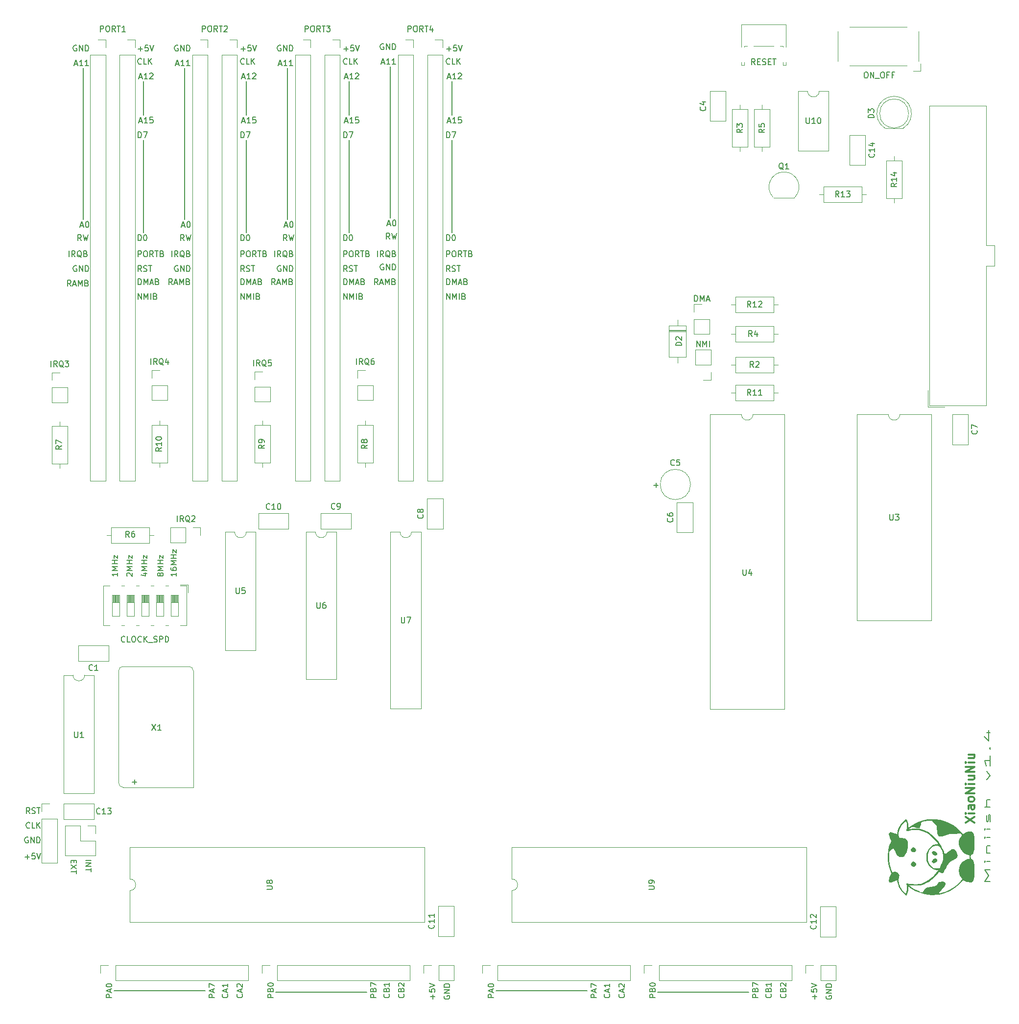
<source format=gbr>
%TF.GenerationSoftware,KiCad,Pcbnew,7.0.6*%
%TF.CreationDate,2023-07-08T17:29:01+08:00*%
%TF.ProjectId,MotherBoard,4d6f7468-6572-4426-9f61-72642e6b6963,rev?*%
%TF.SameCoordinates,PX10513f0PY11c7c20*%
%TF.FileFunction,Legend,Top*%
%TF.FilePolarity,Positive*%
%FSLAX46Y46*%
G04 Gerber Fmt 4.6, Leading zero omitted, Abs format (unit mm)*
G04 Created by KiCad (PCBNEW 7.0.6) date 2023-07-08 17:29:01*
%MOMM*%
%LPD*%
G01*
G04 APERTURE LIST*
%ADD10C,0.150000*%
%ADD11C,0.300000*%
%ADD12C,0.120000*%
G04 APERTURE END LIST*
D10*
X106156000Y-164322000D02*
X121904000Y-164322000D01*
X35036000Y-17002000D02*
X35036000Y-33004000D01*
X40116000Y-164322000D02*
X55864000Y-164322000D01*
X78216000Y-164068000D02*
X93964000Y-164068000D01*
X42148000Y-30718000D02*
X42148000Y-4556000D01*
X70596000Y-6842000D02*
X70596000Y-12684000D01*
X17256000Y-6842000D02*
X17256000Y-12684000D01*
X59928000Y-30464000D02*
X59928000Y-4302000D01*
X35036000Y-6842000D02*
X35036000Y-12684000D01*
X52816000Y-6842000D02*
X52816000Y-12684000D01*
X52816000Y-17002000D02*
X52816000Y-33004000D01*
X24368000Y-30718000D02*
X24368000Y-4556000D01*
X17256000Y-17002000D02*
X17256000Y-33004000D01*
X12176000Y-164068000D02*
X27924000Y-164068000D01*
X70596000Y-17002000D02*
X70596000Y-33004000D01*
X6842000Y-30718000D02*
X6842000Y-4556000D01*
X34102779Y-34397819D02*
X34102779Y-33397819D01*
X34102779Y-33397819D02*
X34340874Y-33397819D01*
X34340874Y-33397819D02*
X34483731Y-33445438D01*
X34483731Y-33445438D02*
X34578969Y-33540676D01*
X34578969Y-33540676D02*
X34626588Y-33635914D01*
X34626588Y-33635914D02*
X34674207Y-33826390D01*
X34674207Y-33826390D02*
X34674207Y-33969247D01*
X34674207Y-33969247D02*
X34626588Y-34159723D01*
X34626588Y-34159723D02*
X34578969Y-34254961D01*
X34578969Y-34254961D02*
X34483731Y-34350200D01*
X34483731Y-34350200D02*
X34340874Y-34397819D01*
X34340874Y-34397819D02*
X34102779Y-34397819D01*
X35293255Y-33397819D02*
X35388493Y-33397819D01*
X35388493Y-33397819D02*
X35483731Y-33445438D01*
X35483731Y-33445438D02*
X35531350Y-33493057D01*
X35531350Y-33493057D02*
X35578969Y-33588295D01*
X35578969Y-33588295D02*
X35626588Y-33778771D01*
X35626588Y-33778771D02*
X35626588Y-34016866D01*
X35626588Y-34016866D02*
X35578969Y-34207342D01*
X35578969Y-34207342D02*
X35531350Y-34302580D01*
X35531350Y-34302580D02*
X35483731Y-34350200D01*
X35483731Y-34350200D02*
X35388493Y-34397819D01*
X35388493Y-34397819D02*
X35293255Y-34397819D01*
X35293255Y-34397819D02*
X35198017Y-34350200D01*
X35198017Y-34350200D02*
X35150398Y-34302580D01*
X35150398Y-34302580D02*
X35102779Y-34207342D01*
X35102779Y-34207342D02*
X35055160Y-34016866D01*
X35055160Y-34016866D02*
X35055160Y-33778771D01*
X35055160Y-33778771D02*
X35102779Y-33588295D01*
X35102779Y-33588295D02*
X35150398Y-33493057D01*
X35150398Y-33493057D02*
X35198017Y-33445438D01*
X35198017Y-33445438D02*
X35293255Y-33397819D01*
X5670588Y-679438D02*
X5575350Y-631819D01*
X5575350Y-631819D02*
X5432493Y-631819D01*
X5432493Y-631819D02*
X5289636Y-679438D01*
X5289636Y-679438D02*
X5194398Y-774676D01*
X5194398Y-774676D02*
X5146779Y-869914D01*
X5146779Y-869914D02*
X5099160Y-1060390D01*
X5099160Y-1060390D02*
X5099160Y-1203247D01*
X5099160Y-1203247D02*
X5146779Y-1393723D01*
X5146779Y-1393723D02*
X5194398Y-1488961D01*
X5194398Y-1488961D02*
X5289636Y-1584200D01*
X5289636Y-1584200D02*
X5432493Y-1631819D01*
X5432493Y-1631819D02*
X5527731Y-1631819D01*
X5527731Y-1631819D02*
X5670588Y-1584200D01*
X5670588Y-1584200D02*
X5718207Y-1536580D01*
X5718207Y-1536580D02*
X5718207Y-1203247D01*
X5718207Y-1203247D02*
X5527731Y-1203247D01*
X6146779Y-1631819D02*
X6146779Y-631819D01*
X6146779Y-631819D02*
X6718207Y-1631819D01*
X6718207Y-1631819D02*
X6718207Y-631819D01*
X7194398Y-1631819D02*
X7194398Y-631819D01*
X7194398Y-631819D02*
X7432493Y-631819D01*
X7432493Y-631819D02*
X7575350Y-679438D01*
X7575350Y-679438D02*
X7670588Y-774676D01*
X7670588Y-774676D02*
X7718207Y-869914D01*
X7718207Y-869914D02*
X7765826Y-1060390D01*
X7765826Y-1060390D02*
X7765826Y-1203247D01*
X7765826Y-1203247D02*
X7718207Y-1393723D01*
X7718207Y-1393723D02*
X7670588Y-1488961D01*
X7670588Y-1488961D02*
X7575350Y-1584200D01*
X7575350Y-1584200D02*
X7432493Y-1631819D01*
X7432493Y-1631819D02*
X7194398Y-1631819D01*
X51882779Y-37191819D02*
X51882779Y-36191819D01*
X51882779Y-36191819D02*
X52263731Y-36191819D01*
X52263731Y-36191819D02*
X52358969Y-36239438D01*
X52358969Y-36239438D02*
X52406588Y-36287057D01*
X52406588Y-36287057D02*
X52454207Y-36382295D01*
X52454207Y-36382295D02*
X52454207Y-36525152D01*
X52454207Y-36525152D02*
X52406588Y-36620390D01*
X52406588Y-36620390D02*
X52358969Y-36668009D01*
X52358969Y-36668009D02*
X52263731Y-36715628D01*
X52263731Y-36715628D02*
X51882779Y-36715628D01*
X53073255Y-36191819D02*
X53263731Y-36191819D01*
X53263731Y-36191819D02*
X53358969Y-36239438D01*
X53358969Y-36239438D02*
X53454207Y-36334676D01*
X53454207Y-36334676D02*
X53501826Y-36525152D01*
X53501826Y-36525152D02*
X53501826Y-36858485D01*
X53501826Y-36858485D02*
X53454207Y-37048961D01*
X53454207Y-37048961D02*
X53358969Y-37144200D01*
X53358969Y-37144200D02*
X53263731Y-37191819D01*
X53263731Y-37191819D02*
X53073255Y-37191819D01*
X53073255Y-37191819D02*
X52978017Y-37144200D01*
X52978017Y-37144200D02*
X52882779Y-37048961D01*
X52882779Y-37048961D02*
X52835160Y-36858485D01*
X52835160Y-36858485D02*
X52835160Y-36525152D01*
X52835160Y-36525152D02*
X52882779Y-36334676D01*
X52882779Y-36334676D02*
X52978017Y-36239438D01*
X52978017Y-36239438D02*
X53073255Y-36191819D01*
X54501826Y-37191819D02*
X54168493Y-36715628D01*
X53930398Y-37191819D02*
X53930398Y-36191819D01*
X53930398Y-36191819D02*
X54311350Y-36191819D01*
X54311350Y-36191819D02*
X54406588Y-36239438D01*
X54406588Y-36239438D02*
X54454207Y-36287057D01*
X54454207Y-36287057D02*
X54501826Y-36382295D01*
X54501826Y-36382295D02*
X54501826Y-36525152D01*
X54501826Y-36525152D02*
X54454207Y-36620390D01*
X54454207Y-36620390D02*
X54406588Y-36668009D01*
X54406588Y-36668009D02*
X54311350Y-36715628D01*
X54311350Y-36715628D02*
X53930398Y-36715628D01*
X54787541Y-36191819D02*
X55358969Y-36191819D01*
X55073255Y-37191819D02*
X55073255Y-36191819D01*
X56025636Y-36668009D02*
X56168493Y-36715628D01*
X56168493Y-36715628D02*
X56216112Y-36763247D01*
X56216112Y-36763247D02*
X56263731Y-36858485D01*
X56263731Y-36858485D02*
X56263731Y-37001342D01*
X56263731Y-37001342D02*
X56216112Y-37096580D01*
X56216112Y-37096580D02*
X56168493Y-37144200D01*
X56168493Y-37144200D02*
X56073255Y-37191819D01*
X56073255Y-37191819D02*
X55692303Y-37191819D01*
X55692303Y-37191819D02*
X55692303Y-36191819D01*
X55692303Y-36191819D02*
X56025636Y-36191819D01*
X56025636Y-36191819D02*
X56120874Y-36239438D01*
X56120874Y-36239438D02*
X56168493Y-36287057D01*
X56168493Y-36287057D02*
X56216112Y-36382295D01*
X56216112Y-36382295D02*
X56216112Y-36477533D01*
X56216112Y-36477533D02*
X56168493Y-36572771D01*
X56168493Y-36572771D02*
X56120874Y-36620390D01*
X56120874Y-36620390D02*
X56025636Y-36668009D01*
X56025636Y-36668009D02*
X55692303Y-36668009D01*
X51882779Y-42017819D02*
X51882779Y-41017819D01*
X51882779Y-41017819D02*
X52120874Y-41017819D01*
X52120874Y-41017819D02*
X52263731Y-41065438D01*
X52263731Y-41065438D02*
X52358969Y-41160676D01*
X52358969Y-41160676D02*
X52406588Y-41255914D01*
X52406588Y-41255914D02*
X52454207Y-41446390D01*
X52454207Y-41446390D02*
X52454207Y-41589247D01*
X52454207Y-41589247D02*
X52406588Y-41779723D01*
X52406588Y-41779723D02*
X52358969Y-41874961D01*
X52358969Y-41874961D02*
X52263731Y-41970200D01*
X52263731Y-41970200D02*
X52120874Y-42017819D01*
X52120874Y-42017819D02*
X51882779Y-42017819D01*
X52882779Y-42017819D02*
X52882779Y-41017819D01*
X52882779Y-41017819D02*
X53216112Y-41732104D01*
X53216112Y-41732104D02*
X53549445Y-41017819D01*
X53549445Y-41017819D02*
X53549445Y-42017819D01*
X53978017Y-41732104D02*
X54454207Y-41732104D01*
X53882779Y-42017819D02*
X54216112Y-41017819D01*
X54216112Y-41017819D02*
X54549445Y-42017819D01*
X55216112Y-41494009D02*
X55358969Y-41541628D01*
X55358969Y-41541628D02*
X55406588Y-41589247D01*
X55406588Y-41589247D02*
X55454207Y-41684485D01*
X55454207Y-41684485D02*
X55454207Y-41827342D01*
X55454207Y-41827342D02*
X55406588Y-41922580D01*
X55406588Y-41922580D02*
X55358969Y-41970200D01*
X55358969Y-41970200D02*
X55263731Y-42017819D01*
X55263731Y-42017819D02*
X54882779Y-42017819D01*
X54882779Y-42017819D02*
X54882779Y-41017819D01*
X54882779Y-41017819D02*
X55216112Y-41017819D01*
X55216112Y-41017819D02*
X55311350Y-41065438D01*
X55311350Y-41065438D02*
X55358969Y-41113057D01*
X55358969Y-41113057D02*
X55406588Y-41208295D01*
X55406588Y-41208295D02*
X55406588Y-41303533D01*
X55406588Y-41303533D02*
X55358969Y-41398771D01*
X55358969Y-41398771D02*
X55311350Y-41446390D01*
X55311350Y-41446390D02*
X55216112Y-41494009D01*
X55216112Y-41494009D02*
X54882779Y-41494009D01*
X40008207Y-42017819D02*
X39674874Y-41541628D01*
X39436779Y-42017819D02*
X39436779Y-41017819D01*
X39436779Y-41017819D02*
X39817731Y-41017819D01*
X39817731Y-41017819D02*
X39912969Y-41065438D01*
X39912969Y-41065438D02*
X39960588Y-41113057D01*
X39960588Y-41113057D02*
X40008207Y-41208295D01*
X40008207Y-41208295D02*
X40008207Y-41351152D01*
X40008207Y-41351152D02*
X39960588Y-41446390D01*
X39960588Y-41446390D02*
X39912969Y-41494009D01*
X39912969Y-41494009D02*
X39817731Y-41541628D01*
X39817731Y-41541628D02*
X39436779Y-41541628D01*
X40389160Y-41732104D02*
X40865350Y-41732104D01*
X40293922Y-42017819D02*
X40627255Y-41017819D01*
X40627255Y-41017819D02*
X40960588Y-42017819D01*
X41293922Y-42017819D02*
X41293922Y-41017819D01*
X41293922Y-41017819D02*
X41627255Y-41732104D01*
X41627255Y-41732104D02*
X41960588Y-41017819D01*
X41960588Y-41017819D02*
X41960588Y-42017819D01*
X42770112Y-41494009D02*
X42912969Y-41541628D01*
X42912969Y-41541628D02*
X42960588Y-41589247D01*
X42960588Y-41589247D02*
X43008207Y-41684485D01*
X43008207Y-41684485D02*
X43008207Y-41827342D01*
X43008207Y-41827342D02*
X42960588Y-41922580D01*
X42960588Y-41922580D02*
X42912969Y-41970200D01*
X42912969Y-41970200D02*
X42817731Y-42017819D01*
X42817731Y-42017819D02*
X42436779Y-42017819D01*
X42436779Y-42017819D02*
X42436779Y-41017819D01*
X42436779Y-41017819D02*
X42770112Y-41017819D01*
X42770112Y-41017819D02*
X42865350Y-41065438D01*
X42865350Y-41065438D02*
X42912969Y-41113057D01*
X42912969Y-41113057D02*
X42960588Y-41208295D01*
X42960588Y-41208295D02*
X42960588Y-41303533D01*
X42960588Y-41303533D02*
X42912969Y-41398771D01*
X42912969Y-41398771D02*
X42865350Y-41446390D01*
X42865350Y-41446390D02*
X42770112Y-41494009D01*
X42770112Y-41494009D02*
X42436779Y-41494009D01*
X70234207Y-39731819D02*
X69900874Y-39255628D01*
X69662779Y-39731819D02*
X69662779Y-38731819D01*
X69662779Y-38731819D02*
X70043731Y-38731819D01*
X70043731Y-38731819D02*
X70138969Y-38779438D01*
X70138969Y-38779438D02*
X70186588Y-38827057D01*
X70186588Y-38827057D02*
X70234207Y-38922295D01*
X70234207Y-38922295D02*
X70234207Y-39065152D01*
X70234207Y-39065152D02*
X70186588Y-39160390D01*
X70186588Y-39160390D02*
X70138969Y-39208009D01*
X70138969Y-39208009D02*
X70043731Y-39255628D01*
X70043731Y-39255628D02*
X69662779Y-39255628D01*
X70615160Y-39684200D02*
X70758017Y-39731819D01*
X70758017Y-39731819D02*
X70996112Y-39731819D01*
X70996112Y-39731819D02*
X71091350Y-39684200D01*
X71091350Y-39684200D02*
X71138969Y-39636580D01*
X71138969Y-39636580D02*
X71186588Y-39541342D01*
X71186588Y-39541342D02*
X71186588Y-39446104D01*
X71186588Y-39446104D02*
X71138969Y-39350866D01*
X71138969Y-39350866D02*
X71091350Y-39303247D01*
X71091350Y-39303247D02*
X70996112Y-39255628D01*
X70996112Y-39255628D02*
X70805636Y-39208009D01*
X70805636Y-39208009D02*
X70710398Y-39160390D01*
X70710398Y-39160390D02*
X70662779Y-39112771D01*
X70662779Y-39112771D02*
X70615160Y-39017533D01*
X70615160Y-39017533D02*
X70615160Y-38922295D01*
X70615160Y-38922295D02*
X70662779Y-38827057D01*
X70662779Y-38827057D02*
X70710398Y-38779438D01*
X70710398Y-38779438D02*
X70805636Y-38731819D01*
X70805636Y-38731819D02*
X71043731Y-38731819D01*
X71043731Y-38731819D02*
X71186588Y-38779438D01*
X71472303Y-38731819D02*
X72043731Y-38731819D01*
X71758017Y-39731819D02*
X71758017Y-38731819D01*
X57724779Y-37191819D02*
X57724779Y-36191819D01*
X58772397Y-37191819D02*
X58439064Y-36715628D01*
X58200969Y-37191819D02*
X58200969Y-36191819D01*
X58200969Y-36191819D02*
X58581921Y-36191819D01*
X58581921Y-36191819D02*
X58677159Y-36239438D01*
X58677159Y-36239438D02*
X58724778Y-36287057D01*
X58724778Y-36287057D02*
X58772397Y-36382295D01*
X58772397Y-36382295D02*
X58772397Y-36525152D01*
X58772397Y-36525152D02*
X58724778Y-36620390D01*
X58724778Y-36620390D02*
X58677159Y-36668009D01*
X58677159Y-36668009D02*
X58581921Y-36715628D01*
X58581921Y-36715628D02*
X58200969Y-36715628D01*
X59867635Y-37287057D02*
X59772397Y-37239438D01*
X59772397Y-37239438D02*
X59677159Y-37144200D01*
X59677159Y-37144200D02*
X59534302Y-37001342D01*
X59534302Y-37001342D02*
X59439064Y-36953723D01*
X59439064Y-36953723D02*
X59343826Y-36953723D01*
X59391445Y-37191819D02*
X59296207Y-37144200D01*
X59296207Y-37144200D02*
X59200969Y-37048961D01*
X59200969Y-37048961D02*
X59153350Y-36858485D01*
X59153350Y-36858485D02*
X59153350Y-36525152D01*
X59153350Y-36525152D02*
X59200969Y-36334676D01*
X59200969Y-36334676D02*
X59296207Y-36239438D01*
X59296207Y-36239438D02*
X59391445Y-36191819D01*
X59391445Y-36191819D02*
X59581921Y-36191819D01*
X59581921Y-36191819D02*
X59677159Y-36239438D01*
X59677159Y-36239438D02*
X59772397Y-36334676D01*
X59772397Y-36334676D02*
X59820016Y-36525152D01*
X59820016Y-36525152D02*
X59820016Y-36858485D01*
X59820016Y-36858485D02*
X59772397Y-37048961D01*
X59772397Y-37048961D02*
X59677159Y-37144200D01*
X59677159Y-37144200D02*
X59581921Y-37191819D01*
X59581921Y-37191819D02*
X59391445Y-37191819D01*
X60581921Y-36668009D02*
X60724778Y-36715628D01*
X60724778Y-36715628D02*
X60772397Y-36763247D01*
X60772397Y-36763247D02*
X60820016Y-36858485D01*
X60820016Y-36858485D02*
X60820016Y-37001342D01*
X60820016Y-37001342D02*
X60772397Y-37096580D01*
X60772397Y-37096580D02*
X60724778Y-37144200D01*
X60724778Y-37144200D02*
X60629540Y-37191819D01*
X60629540Y-37191819D02*
X60248588Y-37191819D01*
X60248588Y-37191819D02*
X60248588Y-36191819D01*
X60248588Y-36191819D02*
X60581921Y-36191819D01*
X60581921Y-36191819D02*
X60677159Y-36239438D01*
X60677159Y-36239438D02*
X60724778Y-36287057D01*
X60724778Y-36287057D02*
X60772397Y-36382295D01*
X60772397Y-36382295D02*
X60772397Y-36477533D01*
X60772397Y-36477533D02*
X60724778Y-36572771D01*
X60724778Y-36572771D02*
X60677159Y-36620390D01*
X60677159Y-36620390D02*
X60581921Y-36668009D01*
X60581921Y-36668009D02*
X60248588Y-36668009D01*
X34309160Y-13792104D02*
X34785350Y-13792104D01*
X34213922Y-14077819D02*
X34547255Y-13077819D01*
X34547255Y-13077819D02*
X34880588Y-14077819D01*
X35737731Y-14077819D02*
X35166303Y-14077819D01*
X35452017Y-14077819D02*
X35452017Y-13077819D01*
X35452017Y-13077819D02*
X35356779Y-13220676D01*
X35356779Y-13220676D02*
X35261541Y-13315914D01*
X35261541Y-13315914D02*
X35166303Y-13363533D01*
X36642493Y-13077819D02*
X36166303Y-13077819D01*
X36166303Y-13077819D02*
X36118684Y-13554009D01*
X36118684Y-13554009D02*
X36166303Y-13506390D01*
X36166303Y-13506390D02*
X36261541Y-13458771D01*
X36261541Y-13458771D02*
X36499636Y-13458771D01*
X36499636Y-13458771D02*
X36594874Y-13506390D01*
X36594874Y-13506390D02*
X36642493Y-13554009D01*
X36642493Y-13554009D02*
X36690112Y-13649247D01*
X36690112Y-13649247D02*
X36690112Y-13887342D01*
X36690112Y-13887342D02*
X36642493Y-13982580D01*
X36642493Y-13982580D02*
X36594874Y-14030200D01*
X36594874Y-14030200D02*
X36499636Y-14077819D01*
X36499636Y-14077819D02*
X36261541Y-14077819D01*
X36261541Y-14077819D02*
X36166303Y-14030200D01*
X36166303Y-14030200D02*
X36118684Y-13982580D01*
X97802580Y-164683792D02*
X97850200Y-164731411D01*
X97850200Y-164731411D02*
X97897819Y-164874268D01*
X97897819Y-164874268D02*
X97897819Y-164969506D01*
X97897819Y-164969506D02*
X97850200Y-165112363D01*
X97850200Y-165112363D02*
X97754961Y-165207601D01*
X97754961Y-165207601D02*
X97659723Y-165255220D01*
X97659723Y-165255220D02*
X97469247Y-165302839D01*
X97469247Y-165302839D02*
X97326390Y-165302839D01*
X97326390Y-165302839D02*
X97135914Y-165255220D01*
X97135914Y-165255220D02*
X97040676Y-165207601D01*
X97040676Y-165207601D02*
X96945438Y-165112363D01*
X96945438Y-165112363D02*
X96897819Y-164969506D01*
X96897819Y-164969506D02*
X96897819Y-164874268D01*
X96897819Y-164874268D02*
X96945438Y-164731411D01*
X96945438Y-164731411D02*
X96993057Y-164683792D01*
X97612104Y-164302839D02*
X97612104Y-163826649D01*
X97897819Y-164398077D02*
X96897819Y-164064744D01*
X96897819Y-164064744D02*
X97897819Y-163731411D01*
X97897819Y-162874268D02*
X97897819Y-163445696D01*
X97897819Y-163159982D02*
X96897819Y-163159982D01*
X96897819Y-163159982D02*
X97040676Y-163255220D01*
X97040676Y-163255220D02*
X97135914Y-163350458D01*
X97135914Y-163350458D02*
X97183533Y-163445696D01*
X34102779Y-16617819D02*
X34102779Y-15617819D01*
X34102779Y-15617819D02*
X34340874Y-15617819D01*
X34340874Y-15617819D02*
X34483731Y-15665438D01*
X34483731Y-15665438D02*
X34578969Y-15760676D01*
X34578969Y-15760676D02*
X34626588Y-15855914D01*
X34626588Y-15855914D02*
X34674207Y-16046390D01*
X34674207Y-16046390D02*
X34674207Y-16189247D01*
X34674207Y-16189247D02*
X34626588Y-16379723D01*
X34626588Y-16379723D02*
X34578969Y-16474961D01*
X34578969Y-16474961D02*
X34483731Y-16570200D01*
X34483731Y-16570200D02*
X34340874Y-16617819D01*
X34340874Y-16617819D02*
X34102779Y-16617819D01*
X35007541Y-15617819D02*
X35674207Y-15617819D01*
X35674207Y-15617819D02*
X35245636Y-16617819D01*
X23895160Y-31826104D02*
X24371350Y-31826104D01*
X23799922Y-32111819D02*
X24133255Y-31111819D01*
X24133255Y-31111819D02*
X24466588Y-32111819D01*
X24990398Y-31111819D02*
X25085636Y-31111819D01*
X25085636Y-31111819D02*
X25180874Y-31159438D01*
X25180874Y-31159438D02*
X25228493Y-31207057D01*
X25228493Y-31207057D02*
X25276112Y-31302295D01*
X25276112Y-31302295D02*
X25323731Y-31492771D01*
X25323731Y-31492771D02*
X25323731Y-31730866D01*
X25323731Y-31730866D02*
X25276112Y-31921342D01*
X25276112Y-31921342D02*
X25228493Y-32016580D01*
X25228493Y-32016580D02*
X25180874Y-32064200D01*
X25180874Y-32064200D02*
X25085636Y-32111819D01*
X25085636Y-32111819D02*
X24990398Y-32111819D01*
X24990398Y-32111819D02*
X24895160Y-32064200D01*
X24895160Y-32064200D02*
X24847541Y-32016580D01*
X24847541Y-32016580D02*
X24799922Y-31921342D01*
X24799922Y-31921342D02*
X24752303Y-31730866D01*
X24752303Y-31730866D02*
X24752303Y-31492771D01*
X24752303Y-31492771D02*
X24799922Y-31302295D01*
X24799922Y-31302295D02*
X24847541Y-31207057D01*
X24847541Y-31207057D02*
X24895160Y-31159438D01*
X24895160Y-31159438D02*
X24990398Y-31111819D01*
X105476779Y-76688866D02*
X106238684Y-76688866D01*
X105857731Y-77069819D02*
X105857731Y-76307914D01*
X34302580Y-164683792D02*
X34350200Y-164731411D01*
X34350200Y-164731411D02*
X34397819Y-164874268D01*
X34397819Y-164874268D02*
X34397819Y-164969506D01*
X34397819Y-164969506D02*
X34350200Y-165112363D01*
X34350200Y-165112363D02*
X34254961Y-165207601D01*
X34254961Y-165207601D02*
X34159723Y-165255220D01*
X34159723Y-165255220D02*
X33969247Y-165302839D01*
X33969247Y-165302839D02*
X33826390Y-165302839D01*
X33826390Y-165302839D02*
X33635914Y-165255220D01*
X33635914Y-165255220D02*
X33540676Y-165207601D01*
X33540676Y-165207601D02*
X33445438Y-165112363D01*
X33445438Y-165112363D02*
X33397819Y-164969506D01*
X33397819Y-164969506D02*
X33397819Y-164874268D01*
X33397819Y-164874268D02*
X33445438Y-164731411D01*
X33445438Y-164731411D02*
X33493057Y-164683792D01*
X34112104Y-164302839D02*
X34112104Y-163826649D01*
X34397819Y-164398077D02*
X33397819Y-164064744D01*
X33397819Y-164064744D02*
X34397819Y-163731411D01*
X33493057Y-163445696D02*
X33445438Y-163398077D01*
X33445438Y-163398077D02*
X33397819Y-163302839D01*
X33397819Y-163302839D02*
X33397819Y-163064744D01*
X33397819Y-163064744D02*
X33445438Y-162969506D01*
X33445438Y-162969506D02*
X33493057Y-162921887D01*
X33493057Y-162921887D02*
X33588295Y-162874268D01*
X33588295Y-162874268D02*
X33683533Y-162874268D01*
X33683533Y-162874268D02*
X33826390Y-162921887D01*
X33826390Y-162921887D02*
X34397819Y-163493315D01*
X34397819Y-163493315D02*
X34397819Y-162874268D01*
X22967819Y-91833411D02*
X22967819Y-92404839D01*
X22967819Y-92119125D02*
X21967819Y-92119125D01*
X21967819Y-92119125D02*
X22110676Y-92214363D01*
X22110676Y-92214363D02*
X22205914Y-92309601D01*
X22205914Y-92309601D02*
X22253533Y-92404839D01*
X21967819Y-90976268D02*
X21967819Y-91166744D01*
X21967819Y-91166744D02*
X22015438Y-91261982D01*
X22015438Y-91261982D02*
X22063057Y-91309601D01*
X22063057Y-91309601D02*
X22205914Y-91404839D01*
X22205914Y-91404839D02*
X22396390Y-91452458D01*
X22396390Y-91452458D02*
X22777342Y-91452458D01*
X22777342Y-91452458D02*
X22872580Y-91404839D01*
X22872580Y-91404839D02*
X22920200Y-91357220D01*
X22920200Y-91357220D02*
X22967819Y-91261982D01*
X22967819Y-91261982D02*
X22967819Y-91071506D01*
X22967819Y-91071506D02*
X22920200Y-90976268D01*
X22920200Y-90976268D02*
X22872580Y-90928649D01*
X22872580Y-90928649D02*
X22777342Y-90881030D01*
X22777342Y-90881030D02*
X22539247Y-90881030D01*
X22539247Y-90881030D02*
X22444009Y-90928649D01*
X22444009Y-90928649D02*
X22396390Y-90976268D01*
X22396390Y-90976268D02*
X22348771Y-91071506D01*
X22348771Y-91071506D02*
X22348771Y-91261982D01*
X22348771Y-91261982D02*
X22396390Y-91357220D01*
X22396390Y-91357220D02*
X22444009Y-91404839D01*
X22444009Y-91404839D02*
X22539247Y-91452458D01*
X22967819Y-90452458D02*
X21967819Y-90452458D01*
X21967819Y-90452458D02*
X22682104Y-90119125D01*
X22682104Y-90119125D02*
X21967819Y-89785792D01*
X21967819Y-89785792D02*
X22967819Y-89785792D01*
X22967819Y-89309601D02*
X21967819Y-89309601D01*
X22444009Y-89309601D02*
X22444009Y-88738173D01*
X22967819Y-88738173D02*
X21967819Y-88738173D01*
X22301152Y-88357220D02*
X22301152Y-87833411D01*
X22301152Y-87833411D02*
X22967819Y-88357220D01*
X22967819Y-88357220D02*
X22967819Y-87833411D01*
X51882779Y-1250866D02*
X52644684Y-1250866D01*
X52263731Y-1631819D02*
X52263731Y-869914D01*
X53597064Y-631819D02*
X53120874Y-631819D01*
X53120874Y-631819D02*
X53073255Y-1108009D01*
X53073255Y-1108009D02*
X53120874Y-1060390D01*
X53120874Y-1060390D02*
X53216112Y-1012771D01*
X53216112Y-1012771D02*
X53454207Y-1012771D01*
X53454207Y-1012771D02*
X53549445Y-1060390D01*
X53549445Y-1060390D02*
X53597064Y-1108009D01*
X53597064Y-1108009D02*
X53644683Y-1203247D01*
X53644683Y-1203247D02*
X53644683Y-1441342D01*
X53644683Y-1441342D02*
X53597064Y-1536580D01*
X53597064Y-1536580D02*
X53549445Y-1584200D01*
X53549445Y-1584200D02*
X53454207Y-1631819D01*
X53454207Y-1631819D02*
X53216112Y-1631819D01*
X53216112Y-1631819D02*
X53120874Y-1584200D01*
X53120874Y-1584200D02*
X53073255Y-1536580D01*
X53930398Y-631819D02*
X54263731Y-1631819D01*
X54263731Y-1631819D02*
X54597064Y-631819D01*
X15306779Y-127996866D02*
X16068684Y-127996866D01*
X15687731Y-128377819D02*
X15687731Y-127615914D01*
X22164779Y-37191819D02*
X22164779Y-36191819D01*
X23212397Y-37191819D02*
X22879064Y-36715628D01*
X22640969Y-37191819D02*
X22640969Y-36191819D01*
X22640969Y-36191819D02*
X23021921Y-36191819D01*
X23021921Y-36191819D02*
X23117159Y-36239438D01*
X23117159Y-36239438D02*
X23164778Y-36287057D01*
X23164778Y-36287057D02*
X23212397Y-36382295D01*
X23212397Y-36382295D02*
X23212397Y-36525152D01*
X23212397Y-36525152D02*
X23164778Y-36620390D01*
X23164778Y-36620390D02*
X23117159Y-36668009D01*
X23117159Y-36668009D02*
X23021921Y-36715628D01*
X23021921Y-36715628D02*
X22640969Y-36715628D01*
X24307635Y-37287057D02*
X24212397Y-37239438D01*
X24212397Y-37239438D02*
X24117159Y-37144200D01*
X24117159Y-37144200D02*
X23974302Y-37001342D01*
X23974302Y-37001342D02*
X23879064Y-36953723D01*
X23879064Y-36953723D02*
X23783826Y-36953723D01*
X23831445Y-37191819D02*
X23736207Y-37144200D01*
X23736207Y-37144200D02*
X23640969Y-37048961D01*
X23640969Y-37048961D02*
X23593350Y-36858485D01*
X23593350Y-36858485D02*
X23593350Y-36525152D01*
X23593350Y-36525152D02*
X23640969Y-36334676D01*
X23640969Y-36334676D02*
X23736207Y-36239438D01*
X23736207Y-36239438D02*
X23831445Y-36191819D01*
X23831445Y-36191819D02*
X24021921Y-36191819D01*
X24021921Y-36191819D02*
X24117159Y-36239438D01*
X24117159Y-36239438D02*
X24212397Y-36334676D01*
X24212397Y-36334676D02*
X24260016Y-36525152D01*
X24260016Y-36525152D02*
X24260016Y-36858485D01*
X24260016Y-36858485D02*
X24212397Y-37048961D01*
X24212397Y-37048961D02*
X24117159Y-37144200D01*
X24117159Y-37144200D02*
X24021921Y-37191819D01*
X24021921Y-37191819D02*
X23831445Y-37191819D01*
X25021921Y-36668009D02*
X25164778Y-36715628D01*
X25164778Y-36715628D02*
X25212397Y-36763247D01*
X25212397Y-36763247D02*
X25260016Y-36858485D01*
X25260016Y-36858485D02*
X25260016Y-37001342D01*
X25260016Y-37001342D02*
X25212397Y-37096580D01*
X25212397Y-37096580D02*
X25164778Y-37144200D01*
X25164778Y-37144200D02*
X25069540Y-37191819D01*
X25069540Y-37191819D02*
X24688588Y-37191819D01*
X24688588Y-37191819D02*
X24688588Y-36191819D01*
X24688588Y-36191819D02*
X25021921Y-36191819D01*
X25021921Y-36191819D02*
X25117159Y-36239438D01*
X25117159Y-36239438D02*
X25164778Y-36287057D01*
X25164778Y-36287057D02*
X25212397Y-36382295D01*
X25212397Y-36382295D02*
X25212397Y-36477533D01*
X25212397Y-36477533D02*
X25164778Y-36572771D01*
X25164778Y-36572771D02*
X25117159Y-36620390D01*
X25117159Y-36620390D02*
X25021921Y-36668009D01*
X25021921Y-36668009D02*
X24688588Y-36668009D01*
X52089160Y-6172104D02*
X52565350Y-6172104D01*
X51993922Y-6457819D02*
X52327255Y-5457819D01*
X52327255Y-5457819D02*
X52660588Y-6457819D01*
X53517731Y-6457819D02*
X52946303Y-6457819D01*
X53232017Y-6457819D02*
X53232017Y-5457819D01*
X53232017Y-5457819D02*
X53136779Y-5600676D01*
X53136779Y-5600676D02*
X53041541Y-5695914D01*
X53041541Y-5695914D02*
X52946303Y-5743533D01*
X53898684Y-5553057D02*
X53946303Y-5505438D01*
X53946303Y-5505438D02*
X54041541Y-5457819D01*
X54041541Y-5457819D02*
X54279636Y-5457819D01*
X54279636Y-5457819D02*
X54374874Y-5505438D01*
X54374874Y-5505438D02*
X54422493Y-5553057D01*
X54422493Y-5553057D02*
X54470112Y-5648295D01*
X54470112Y-5648295D02*
X54470112Y-5743533D01*
X54470112Y-5743533D02*
X54422493Y-5886390D01*
X54422493Y-5886390D02*
X53851065Y-6457819D01*
X53851065Y-6457819D02*
X54470112Y-6457819D01*
X16322779Y-16617819D02*
X16322779Y-15617819D01*
X16322779Y-15617819D02*
X16560874Y-15617819D01*
X16560874Y-15617819D02*
X16703731Y-15665438D01*
X16703731Y-15665438D02*
X16798969Y-15760676D01*
X16798969Y-15760676D02*
X16846588Y-15855914D01*
X16846588Y-15855914D02*
X16894207Y-16046390D01*
X16894207Y-16046390D02*
X16894207Y-16189247D01*
X16894207Y-16189247D02*
X16846588Y-16379723D01*
X16846588Y-16379723D02*
X16798969Y-16474961D01*
X16798969Y-16474961D02*
X16703731Y-16570200D01*
X16703731Y-16570200D02*
X16560874Y-16617819D01*
X16560874Y-16617819D02*
X16322779Y-16617819D01*
X17227541Y-15617819D02*
X17894207Y-15617819D01*
X17894207Y-15617819D02*
X17465636Y-16617819D01*
X52089160Y-13792104D02*
X52565350Y-13792104D01*
X51993922Y-14077819D02*
X52327255Y-13077819D01*
X52327255Y-13077819D02*
X52660588Y-14077819D01*
X53517731Y-14077819D02*
X52946303Y-14077819D01*
X53232017Y-14077819D02*
X53232017Y-13077819D01*
X53232017Y-13077819D02*
X53136779Y-13220676D01*
X53136779Y-13220676D02*
X53041541Y-13315914D01*
X53041541Y-13315914D02*
X52946303Y-13363533D01*
X54422493Y-13077819D02*
X53946303Y-13077819D01*
X53946303Y-13077819D02*
X53898684Y-13554009D01*
X53898684Y-13554009D02*
X53946303Y-13506390D01*
X53946303Y-13506390D02*
X54041541Y-13458771D01*
X54041541Y-13458771D02*
X54279636Y-13458771D01*
X54279636Y-13458771D02*
X54374874Y-13506390D01*
X54374874Y-13506390D02*
X54422493Y-13554009D01*
X54422493Y-13554009D02*
X54470112Y-13649247D01*
X54470112Y-13649247D02*
X54470112Y-13887342D01*
X54470112Y-13887342D02*
X54422493Y-13982580D01*
X54422493Y-13982580D02*
X54374874Y-14030200D01*
X54374874Y-14030200D02*
X54279636Y-14077819D01*
X54279636Y-14077819D02*
X54041541Y-14077819D01*
X54041541Y-14077819D02*
X53946303Y-14030200D01*
X53946303Y-14030200D02*
X53898684Y-13982580D01*
X16322779Y-37191819D02*
X16322779Y-36191819D01*
X16322779Y-36191819D02*
X16703731Y-36191819D01*
X16703731Y-36191819D02*
X16798969Y-36239438D01*
X16798969Y-36239438D02*
X16846588Y-36287057D01*
X16846588Y-36287057D02*
X16894207Y-36382295D01*
X16894207Y-36382295D02*
X16894207Y-36525152D01*
X16894207Y-36525152D02*
X16846588Y-36620390D01*
X16846588Y-36620390D02*
X16798969Y-36668009D01*
X16798969Y-36668009D02*
X16703731Y-36715628D01*
X16703731Y-36715628D02*
X16322779Y-36715628D01*
X17513255Y-36191819D02*
X17703731Y-36191819D01*
X17703731Y-36191819D02*
X17798969Y-36239438D01*
X17798969Y-36239438D02*
X17894207Y-36334676D01*
X17894207Y-36334676D02*
X17941826Y-36525152D01*
X17941826Y-36525152D02*
X17941826Y-36858485D01*
X17941826Y-36858485D02*
X17894207Y-37048961D01*
X17894207Y-37048961D02*
X17798969Y-37144200D01*
X17798969Y-37144200D02*
X17703731Y-37191819D01*
X17703731Y-37191819D02*
X17513255Y-37191819D01*
X17513255Y-37191819D02*
X17418017Y-37144200D01*
X17418017Y-37144200D02*
X17322779Y-37048961D01*
X17322779Y-37048961D02*
X17275160Y-36858485D01*
X17275160Y-36858485D02*
X17275160Y-36525152D01*
X17275160Y-36525152D02*
X17322779Y-36334676D01*
X17322779Y-36334676D02*
X17418017Y-36239438D01*
X17418017Y-36239438D02*
X17513255Y-36191819D01*
X18941826Y-37191819D02*
X18608493Y-36715628D01*
X18370398Y-37191819D02*
X18370398Y-36191819D01*
X18370398Y-36191819D02*
X18751350Y-36191819D01*
X18751350Y-36191819D02*
X18846588Y-36239438D01*
X18846588Y-36239438D02*
X18894207Y-36287057D01*
X18894207Y-36287057D02*
X18941826Y-36382295D01*
X18941826Y-36382295D02*
X18941826Y-36525152D01*
X18941826Y-36525152D02*
X18894207Y-36620390D01*
X18894207Y-36620390D02*
X18846588Y-36668009D01*
X18846588Y-36668009D02*
X18751350Y-36715628D01*
X18751350Y-36715628D02*
X18370398Y-36715628D01*
X19227541Y-36191819D02*
X19798969Y-36191819D01*
X19513255Y-37191819D02*
X19513255Y-36191819D01*
X20465636Y-36668009D02*
X20608493Y-36715628D01*
X20608493Y-36715628D02*
X20656112Y-36763247D01*
X20656112Y-36763247D02*
X20703731Y-36858485D01*
X20703731Y-36858485D02*
X20703731Y-37001342D01*
X20703731Y-37001342D02*
X20656112Y-37096580D01*
X20656112Y-37096580D02*
X20608493Y-37144200D01*
X20608493Y-37144200D02*
X20513255Y-37191819D01*
X20513255Y-37191819D02*
X20132303Y-37191819D01*
X20132303Y-37191819D02*
X20132303Y-36191819D01*
X20132303Y-36191819D02*
X20465636Y-36191819D01*
X20465636Y-36191819D02*
X20560874Y-36239438D01*
X20560874Y-36239438D02*
X20608493Y-36287057D01*
X20608493Y-36287057D02*
X20656112Y-36382295D01*
X20656112Y-36382295D02*
X20656112Y-36477533D01*
X20656112Y-36477533D02*
X20608493Y-36572771D01*
X20608493Y-36572771D02*
X20560874Y-36620390D01*
X20560874Y-36620390D02*
X20465636Y-36668009D01*
X20465636Y-36668009D02*
X20132303Y-36668009D01*
X5670588Y-38779438D02*
X5575350Y-38731819D01*
X5575350Y-38731819D02*
X5432493Y-38731819D01*
X5432493Y-38731819D02*
X5289636Y-38779438D01*
X5289636Y-38779438D02*
X5194398Y-38874676D01*
X5194398Y-38874676D02*
X5146779Y-38969914D01*
X5146779Y-38969914D02*
X5099160Y-39160390D01*
X5099160Y-39160390D02*
X5099160Y-39303247D01*
X5099160Y-39303247D02*
X5146779Y-39493723D01*
X5146779Y-39493723D02*
X5194398Y-39588961D01*
X5194398Y-39588961D02*
X5289636Y-39684200D01*
X5289636Y-39684200D02*
X5432493Y-39731819D01*
X5432493Y-39731819D02*
X5527731Y-39731819D01*
X5527731Y-39731819D02*
X5670588Y-39684200D01*
X5670588Y-39684200D02*
X5718207Y-39636580D01*
X5718207Y-39636580D02*
X5718207Y-39303247D01*
X5718207Y-39303247D02*
X5527731Y-39303247D01*
X6146779Y-39731819D02*
X6146779Y-38731819D01*
X6146779Y-38731819D02*
X6718207Y-39731819D01*
X6718207Y-39731819D02*
X6718207Y-38731819D01*
X7194398Y-39731819D02*
X7194398Y-38731819D01*
X7194398Y-38731819D02*
X7432493Y-38731819D01*
X7432493Y-38731819D02*
X7575350Y-38779438D01*
X7575350Y-38779438D02*
X7670588Y-38874676D01*
X7670588Y-38874676D02*
X7718207Y-38969914D01*
X7718207Y-38969914D02*
X7765826Y-39160390D01*
X7765826Y-39160390D02*
X7765826Y-39303247D01*
X7765826Y-39303247D02*
X7718207Y-39493723D01*
X7718207Y-39493723D02*
X7670588Y-39588961D01*
X7670588Y-39588961D02*
X7575350Y-39684200D01*
X7575350Y-39684200D02*
X7432493Y-39731819D01*
X7432493Y-39731819D02*
X7194398Y-39731819D01*
X69662779Y-34397819D02*
X69662779Y-33397819D01*
X69662779Y-33397819D02*
X69900874Y-33397819D01*
X69900874Y-33397819D02*
X70043731Y-33445438D01*
X70043731Y-33445438D02*
X70138969Y-33540676D01*
X70138969Y-33540676D02*
X70186588Y-33635914D01*
X70186588Y-33635914D02*
X70234207Y-33826390D01*
X70234207Y-33826390D02*
X70234207Y-33969247D01*
X70234207Y-33969247D02*
X70186588Y-34159723D01*
X70186588Y-34159723D02*
X70138969Y-34254961D01*
X70138969Y-34254961D02*
X70043731Y-34350200D01*
X70043731Y-34350200D02*
X69900874Y-34397819D01*
X69900874Y-34397819D02*
X69662779Y-34397819D01*
X70853255Y-33397819D02*
X70948493Y-33397819D01*
X70948493Y-33397819D02*
X71043731Y-33445438D01*
X71043731Y-33445438D02*
X71091350Y-33493057D01*
X71091350Y-33493057D02*
X71138969Y-33588295D01*
X71138969Y-33588295D02*
X71186588Y-33778771D01*
X71186588Y-33778771D02*
X71186588Y-34016866D01*
X71186588Y-34016866D02*
X71138969Y-34207342D01*
X71138969Y-34207342D02*
X71091350Y-34302580D01*
X71091350Y-34302580D02*
X71043731Y-34350200D01*
X71043731Y-34350200D02*
X70948493Y-34397819D01*
X70948493Y-34397819D02*
X70853255Y-34397819D01*
X70853255Y-34397819D02*
X70758017Y-34350200D01*
X70758017Y-34350200D02*
X70710398Y-34302580D01*
X70710398Y-34302580D02*
X70662779Y-34207342D01*
X70662779Y-34207342D02*
X70615160Y-34016866D01*
X70615160Y-34016866D02*
X70615160Y-33778771D01*
X70615160Y-33778771D02*
X70662779Y-33588295D01*
X70662779Y-33588295D02*
X70710398Y-33493057D01*
X70710398Y-33493057D02*
X70758017Y-33445438D01*
X70758017Y-33445438D02*
X70853255Y-33397819D01*
X11791819Y-165255220D02*
X10791819Y-165255220D01*
X10791819Y-165255220D02*
X10791819Y-164874268D01*
X10791819Y-164874268D02*
X10839438Y-164779030D01*
X10839438Y-164779030D02*
X10887057Y-164731411D01*
X10887057Y-164731411D02*
X10982295Y-164683792D01*
X10982295Y-164683792D02*
X11125152Y-164683792D01*
X11125152Y-164683792D02*
X11220390Y-164731411D01*
X11220390Y-164731411D02*
X11268009Y-164779030D01*
X11268009Y-164779030D02*
X11315628Y-164874268D01*
X11315628Y-164874268D02*
X11315628Y-165255220D01*
X11506104Y-164302839D02*
X11506104Y-163826649D01*
X11791819Y-164398077D02*
X10791819Y-164064744D01*
X10791819Y-164064744D02*
X11791819Y-163731411D01*
X10791819Y-163207601D02*
X10791819Y-163112363D01*
X10791819Y-163112363D02*
X10839438Y-163017125D01*
X10839438Y-163017125D02*
X10887057Y-162969506D01*
X10887057Y-162969506D02*
X10982295Y-162921887D01*
X10982295Y-162921887D02*
X11172771Y-162874268D01*
X11172771Y-162874268D02*
X11410866Y-162874268D01*
X11410866Y-162874268D02*
X11601342Y-162921887D01*
X11601342Y-162921887D02*
X11696580Y-162969506D01*
X11696580Y-162969506D02*
X11744200Y-163017125D01*
X11744200Y-163017125D02*
X11791819Y-163112363D01*
X11791819Y-163112363D02*
X11791819Y-163207601D01*
X11791819Y-163207601D02*
X11744200Y-163302839D01*
X11744200Y-163302839D02*
X11696580Y-163350458D01*
X11696580Y-163350458D02*
X11601342Y-163398077D01*
X11601342Y-163398077D02*
X11410866Y-163445696D01*
X11410866Y-163445696D02*
X11172771Y-163445696D01*
X11172771Y-163445696D02*
X10982295Y-163398077D01*
X10982295Y-163398077D02*
X10887057Y-163350458D01*
X10887057Y-163350458D02*
X10839438Y-163302839D01*
X10839438Y-163302839D02*
X10791819Y-163207601D01*
X6369160Y-31826104D02*
X6845350Y-31826104D01*
X6273922Y-32111819D02*
X6607255Y-31111819D01*
X6607255Y-31111819D02*
X6940588Y-32111819D01*
X7464398Y-31111819D02*
X7559636Y-31111819D01*
X7559636Y-31111819D02*
X7654874Y-31159438D01*
X7654874Y-31159438D02*
X7702493Y-31207057D01*
X7702493Y-31207057D02*
X7750112Y-31302295D01*
X7750112Y-31302295D02*
X7797731Y-31492771D01*
X7797731Y-31492771D02*
X7797731Y-31730866D01*
X7797731Y-31730866D02*
X7750112Y-31921342D01*
X7750112Y-31921342D02*
X7702493Y-32016580D01*
X7702493Y-32016580D02*
X7654874Y-32064200D01*
X7654874Y-32064200D02*
X7559636Y-32111819D01*
X7559636Y-32111819D02*
X7464398Y-32111819D01*
X7464398Y-32111819D02*
X7369160Y-32064200D01*
X7369160Y-32064200D02*
X7321541Y-32016580D01*
X7321541Y-32016580D02*
X7273922Y-31921342D01*
X7273922Y-31921342D02*
X7226303Y-31730866D01*
X7226303Y-31730866D02*
X7226303Y-31492771D01*
X7226303Y-31492771D02*
X7273922Y-31302295D01*
X7273922Y-31302295D02*
X7321541Y-31207057D01*
X7321541Y-31207057D02*
X7369160Y-31159438D01*
X7369160Y-31159438D02*
X7464398Y-31111819D01*
X69869160Y-13792104D02*
X70345350Y-13792104D01*
X69773922Y-14077819D02*
X70107255Y-13077819D01*
X70107255Y-13077819D02*
X70440588Y-14077819D01*
X71297731Y-14077819D02*
X70726303Y-14077819D01*
X71012017Y-14077819D02*
X71012017Y-13077819D01*
X71012017Y-13077819D02*
X70916779Y-13220676D01*
X70916779Y-13220676D02*
X70821541Y-13315914D01*
X70821541Y-13315914D02*
X70726303Y-13363533D01*
X72202493Y-13077819D02*
X71726303Y-13077819D01*
X71726303Y-13077819D02*
X71678684Y-13554009D01*
X71678684Y-13554009D02*
X71726303Y-13506390D01*
X71726303Y-13506390D02*
X71821541Y-13458771D01*
X71821541Y-13458771D02*
X72059636Y-13458771D01*
X72059636Y-13458771D02*
X72154874Y-13506390D01*
X72154874Y-13506390D02*
X72202493Y-13554009D01*
X72202493Y-13554009D02*
X72250112Y-13649247D01*
X72250112Y-13649247D02*
X72250112Y-13887342D01*
X72250112Y-13887342D02*
X72202493Y-13982580D01*
X72202493Y-13982580D02*
X72154874Y-14030200D01*
X72154874Y-14030200D02*
X72059636Y-14077819D01*
X72059636Y-14077819D02*
X71821541Y-14077819D01*
X71821541Y-14077819D02*
X71726303Y-14030200D01*
X71726303Y-14030200D02*
X71678684Y-13982580D01*
X31762580Y-164683792D02*
X31810200Y-164731411D01*
X31810200Y-164731411D02*
X31857819Y-164874268D01*
X31857819Y-164874268D02*
X31857819Y-164969506D01*
X31857819Y-164969506D02*
X31810200Y-165112363D01*
X31810200Y-165112363D02*
X31714961Y-165207601D01*
X31714961Y-165207601D02*
X31619723Y-165255220D01*
X31619723Y-165255220D02*
X31429247Y-165302839D01*
X31429247Y-165302839D02*
X31286390Y-165302839D01*
X31286390Y-165302839D02*
X31095914Y-165255220D01*
X31095914Y-165255220D02*
X31000676Y-165207601D01*
X31000676Y-165207601D02*
X30905438Y-165112363D01*
X30905438Y-165112363D02*
X30857819Y-164969506D01*
X30857819Y-164969506D02*
X30857819Y-164874268D01*
X30857819Y-164874268D02*
X30905438Y-164731411D01*
X30905438Y-164731411D02*
X30953057Y-164683792D01*
X31572104Y-164302839D02*
X31572104Y-163826649D01*
X31857819Y-164398077D02*
X30857819Y-164064744D01*
X30857819Y-164064744D02*
X31857819Y-163731411D01*
X31857819Y-162874268D02*
X31857819Y-163445696D01*
X31857819Y-163159982D02*
X30857819Y-163159982D01*
X30857819Y-163159982D02*
X31000676Y-163255220D01*
X31000676Y-163255220D02*
X31095914Y-163350458D01*
X31095914Y-163350458D02*
X31143533Y-163445696D01*
X69259438Y-164985411D02*
X69211819Y-165080649D01*
X69211819Y-165080649D02*
X69211819Y-165223506D01*
X69211819Y-165223506D02*
X69259438Y-165366363D01*
X69259438Y-165366363D02*
X69354676Y-165461601D01*
X69354676Y-165461601D02*
X69449914Y-165509220D01*
X69449914Y-165509220D02*
X69640390Y-165556839D01*
X69640390Y-165556839D02*
X69783247Y-165556839D01*
X69783247Y-165556839D02*
X69973723Y-165509220D01*
X69973723Y-165509220D02*
X70068961Y-165461601D01*
X70068961Y-165461601D02*
X70164200Y-165366363D01*
X70164200Y-165366363D02*
X70211819Y-165223506D01*
X70211819Y-165223506D02*
X70211819Y-165128268D01*
X70211819Y-165128268D02*
X70164200Y-164985411D01*
X70164200Y-164985411D02*
X70116580Y-164937792D01*
X70116580Y-164937792D02*
X69783247Y-164937792D01*
X69783247Y-164937792D02*
X69783247Y-165128268D01*
X70211819Y-164509220D02*
X69211819Y-164509220D01*
X69211819Y-164509220D02*
X70211819Y-163937792D01*
X70211819Y-163937792D02*
X69211819Y-163937792D01*
X70211819Y-163461601D02*
X69211819Y-163461601D01*
X69211819Y-163461601D02*
X69211819Y-163223506D01*
X69211819Y-163223506D02*
X69259438Y-163080649D01*
X69259438Y-163080649D02*
X69354676Y-162985411D01*
X69354676Y-162985411D02*
X69449914Y-162937792D01*
X69449914Y-162937792D02*
X69640390Y-162890173D01*
X69640390Y-162890173D02*
X69783247Y-162890173D01*
X69783247Y-162890173D02*
X69973723Y-162937792D01*
X69973723Y-162937792D02*
X70068961Y-162985411D01*
X70068961Y-162985411D02*
X70164200Y-163080649D01*
X70164200Y-163080649D02*
X70211819Y-163223506D01*
X70211819Y-163223506D02*
X70211819Y-163461601D01*
X16894207Y-3822580D02*
X16846588Y-3870200D01*
X16846588Y-3870200D02*
X16703731Y-3917819D01*
X16703731Y-3917819D02*
X16608493Y-3917819D01*
X16608493Y-3917819D02*
X16465636Y-3870200D01*
X16465636Y-3870200D02*
X16370398Y-3774961D01*
X16370398Y-3774961D02*
X16322779Y-3679723D01*
X16322779Y-3679723D02*
X16275160Y-3489247D01*
X16275160Y-3489247D02*
X16275160Y-3346390D01*
X16275160Y-3346390D02*
X16322779Y-3155914D01*
X16322779Y-3155914D02*
X16370398Y-3060676D01*
X16370398Y-3060676D02*
X16465636Y-2965438D01*
X16465636Y-2965438D02*
X16608493Y-2917819D01*
X16608493Y-2917819D02*
X16703731Y-2917819D01*
X16703731Y-2917819D02*
X16846588Y-2965438D01*
X16846588Y-2965438D02*
X16894207Y-3013057D01*
X17798969Y-3917819D02*
X17322779Y-3917819D01*
X17322779Y-3917819D02*
X17322779Y-2917819D01*
X18132303Y-3917819D02*
X18132303Y-2917819D01*
X18703731Y-3917819D02*
X18275160Y-3346390D01*
X18703731Y-2917819D02*
X18132303Y-3489247D01*
X69662779Y-16617819D02*
X69662779Y-15617819D01*
X69662779Y-15617819D02*
X69900874Y-15617819D01*
X69900874Y-15617819D02*
X70043731Y-15665438D01*
X70043731Y-15665438D02*
X70138969Y-15760676D01*
X70138969Y-15760676D02*
X70186588Y-15855914D01*
X70186588Y-15855914D02*
X70234207Y-16046390D01*
X70234207Y-16046390D02*
X70234207Y-16189247D01*
X70234207Y-16189247D02*
X70186588Y-16379723D01*
X70186588Y-16379723D02*
X70138969Y-16474961D01*
X70138969Y-16474961D02*
X70043731Y-16570200D01*
X70043731Y-16570200D02*
X69900874Y-16617819D01*
X69900874Y-16617819D02*
X69662779Y-16617819D01*
X70567541Y-15617819D02*
X71234207Y-15617819D01*
X71234207Y-15617819D02*
X70805636Y-16617819D01*
X4384779Y-37191819D02*
X4384779Y-36191819D01*
X5432397Y-37191819D02*
X5099064Y-36715628D01*
X4860969Y-37191819D02*
X4860969Y-36191819D01*
X4860969Y-36191819D02*
X5241921Y-36191819D01*
X5241921Y-36191819D02*
X5337159Y-36239438D01*
X5337159Y-36239438D02*
X5384778Y-36287057D01*
X5384778Y-36287057D02*
X5432397Y-36382295D01*
X5432397Y-36382295D02*
X5432397Y-36525152D01*
X5432397Y-36525152D02*
X5384778Y-36620390D01*
X5384778Y-36620390D02*
X5337159Y-36668009D01*
X5337159Y-36668009D02*
X5241921Y-36715628D01*
X5241921Y-36715628D02*
X4860969Y-36715628D01*
X6527635Y-37287057D02*
X6432397Y-37239438D01*
X6432397Y-37239438D02*
X6337159Y-37144200D01*
X6337159Y-37144200D02*
X6194302Y-37001342D01*
X6194302Y-37001342D02*
X6099064Y-36953723D01*
X6099064Y-36953723D02*
X6003826Y-36953723D01*
X6051445Y-37191819D02*
X5956207Y-37144200D01*
X5956207Y-37144200D02*
X5860969Y-37048961D01*
X5860969Y-37048961D02*
X5813350Y-36858485D01*
X5813350Y-36858485D02*
X5813350Y-36525152D01*
X5813350Y-36525152D02*
X5860969Y-36334676D01*
X5860969Y-36334676D02*
X5956207Y-36239438D01*
X5956207Y-36239438D02*
X6051445Y-36191819D01*
X6051445Y-36191819D02*
X6241921Y-36191819D01*
X6241921Y-36191819D02*
X6337159Y-36239438D01*
X6337159Y-36239438D02*
X6432397Y-36334676D01*
X6432397Y-36334676D02*
X6480016Y-36525152D01*
X6480016Y-36525152D02*
X6480016Y-36858485D01*
X6480016Y-36858485D02*
X6432397Y-37048961D01*
X6432397Y-37048961D02*
X6337159Y-37144200D01*
X6337159Y-37144200D02*
X6241921Y-37191819D01*
X6241921Y-37191819D02*
X6051445Y-37191819D01*
X7241921Y-36668009D02*
X7384778Y-36715628D01*
X7384778Y-36715628D02*
X7432397Y-36763247D01*
X7432397Y-36763247D02*
X7480016Y-36858485D01*
X7480016Y-36858485D02*
X7480016Y-37001342D01*
X7480016Y-37001342D02*
X7432397Y-37096580D01*
X7432397Y-37096580D02*
X7384778Y-37144200D01*
X7384778Y-37144200D02*
X7289540Y-37191819D01*
X7289540Y-37191819D02*
X6908588Y-37191819D01*
X6908588Y-37191819D02*
X6908588Y-36191819D01*
X6908588Y-36191819D02*
X7241921Y-36191819D01*
X7241921Y-36191819D02*
X7337159Y-36239438D01*
X7337159Y-36239438D02*
X7384778Y-36287057D01*
X7384778Y-36287057D02*
X7432397Y-36382295D01*
X7432397Y-36382295D02*
X7432397Y-36477533D01*
X7432397Y-36477533D02*
X7384778Y-36572771D01*
X7384778Y-36572771D02*
X7337159Y-36620390D01*
X7337159Y-36620390D02*
X7241921Y-36668009D01*
X7241921Y-36668009D02*
X6908588Y-36668009D01*
X100342580Y-164683792D02*
X100390200Y-164731411D01*
X100390200Y-164731411D02*
X100437819Y-164874268D01*
X100437819Y-164874268D02*
X100437819Y-164969506D01*
X100437819Y-164969506D02*
X100390200Y-165112363D01*
X100390200Y-165112363D02*
X100294961Y-165207601D01*
X100294961Y-165207601D02*
X100199723Y-165255220D01*
X100199723Y-165255220D02*
X100009247Y-165302839D01*
X100009247Y-165302839D02*
X99866390Y-165302839D01*
X99866390Y-165302839D02*
X99675914Y-165255220D01*
X99675914Y-165255220D02*
X99580676Y-165207601D01*
X99580676Y-165207601D02*
X99485438Y-165112363D01*
X99485438Y-165112363D02*
X99437819Y-164969506D01*
X99437819Y-164969506D02*
X99437819Y-164874268D01*
X99437819Y-164874268D02*
X99485438Y-164731411D01*
X99485438Y-164731411D02*
X99533057Y-164683792D01*
X100152104Y-164302839D02*
X100152104Y-163826649D01*
X100437819Y-164398077D02*
X99437819Y-164064744D01*
X99437819Y-164064744D02*
X100437819Y-163731411D01*
X99533057Y-163445696D02*
X99485438Y-163398077D01*
X99485438Y-163398077D02*
X99437819Y-163302839D01*
X99437819Y-163302839D02*
X99437819Y-163064744D01*
X99437819Y-163064744D02*
X99485438Y-162969506D01*
X99485438Y-162969506D02*
X99533057Y-162921887D01*
X99533057Y-162921887D02*
X99628295Y-162874268D01*
X99628295Y-162874268D02*
X99723533Y-162874268D01*
X99723533Y-162874268D02*
X99866390Y-162921887D01*
X99866390Y-162921887D02*
X100437819Y-163493315D01*
X100437819Y-163493315D02*
X100437819Y-162874268D01*
X77831819Y-165255220D02*
X76831819Y-165255220D01*
X76831819Y-165255220D02*
X76831819Y-164874268D01*
X76831819Y-164874268D02*
X76879438Y-164779030D01*
X76879438Y-164779030D02*
X76927057Y-164731411D01*
X76927057Y-164731411D02*
X77022295Y-164683792D01*
X77022295Y-164683792D02*
X77165152Y-164683792D01*
X77165152Y-164683792D02*
X77260390Y-164731411D01*
X77260390Y-164731411D02*
X77308009Y-164779030D01*
X77308009Y-164779030D02*
X77355628Y-164874268D01*
X77355628Y-164874268D02*
X77355628Y-165255220D01*
X77546104Y-164302839D02*
X77546104Y-163826649D01*
X77831819Y-164398077D02*
X76831819Y-164064744D01*
X76831819Y-164064744D02*
X77831819Y-163731411D01*
X76831819Y-163207601D02*
X76831819Y-163112363D01*
X76831819Y-163112363D02*
X76879438Y-163017125D01*
X76879438Y-163017125D02*
X76927057Y-162969506D01*
X76927057Y-162969506D02*
X77022295Y-162921887D01*
X77022295Y-162921887D02*
X77212771Y-162874268D01*
X77212771Y-162874268D02*
X77450866Y-162874268D01*
X77450866Y-162874268D02*
X77641342Y-162921887D01*
X77641342Y-162921887D02*
X77736580Y-162969506D01*
X77736580Y-162969506D02*
X77784200Y-163017125D01*
X77784200Y-163017125D02*
X77831819Y-163112363D01*
X77831819Y-163112363D02*
X77831819Y-163207601D01*
X77831819Y-163207601D02*
X77784200Y-163302839D01*
X77784200Y-163302839D02*
X77736580Y-163350458D01*
X77736580Y-163350458D02*
X77641342Y-163398077D01*
X77641342Y-163398077D02*
X77450866Y-163445696D01*
X77450866Y-163445696D02*
X77212771Y-163445696D01*
X77212771Y-163445696D02*
X77022295Y-163398077D01*
X77022295Y-163398077D02*
X76927057Y-163350458D01*
X76927057Y-163350458D02*
X76879438Y-163302839D01*
X76879438Y-163302839D02*
X76831819Y-163207601D01*
X-2711412Y-137585438D02*
X-2806650Y-137537819D01*
X-2806650Y-137537819D02*
X-2949507Y-137537819D01*
X-2949507Y-137537819D02*
X-3092364Y-137585438D01*
X-3092364Y-137585438D02*
X-3187602Y-137680676D01*
X-3187602Y-137680676D02*
X-3235221Y-137775914D01*
X-3235221Y-137775914D02*
X-3282840Y-137966390D01*
X-3282840Y-137966390D02*
X-3282840Y-138109247D01*
X-3282840Y-138109247D02*
X-3235221Y-138299723D01*
X-3235221Y-138299723D02*
X-3187602Y-138394961D01*
X-3187602Y-138394961D02*
X-3092364Y-138490200D01*
X-3092364Y-138490200D02*
X-2949507Y-138537819D01*
X-2949507Y-138537819D02*
X-2854269Y-138537819D01*
X-2854269Y-138537819D02*
X-2711412Y-138490200D01*
X-2711412Y-138490200D02*
X-2663793Y-138442580D01*
X-2663793Y-138442580D02*
X-2663793Y-138109247D01*
X-2663793Y-138109247D02*
X-2854269Y-138109247D01*
X-2235221Y-138537819D02*
X-2235221Y-137537819D01*
X-2235221Y-137537819D02*
X-1663793Y-138537819D01*
X-1663793Y-138537819D02*
X-1663793Y-137537819D01*
X-1187602Y-138537819D02*
X-1187602Y-137537819D01*
X-1187602Y-137537819D02*
X-949507Y-137537819D01*
X-949507Y-137537819D02*
X-806650Y-137585438D01*
X-806650Y-137585438D02*
X-711412Y-137680676D01*
X-711412Y-137680676D02*
X-663793Y-137775914D01*
X-663793Y-137775914D02*
X-616174Y-137966390D01*
X-616174Y-137966390D02*
X-616174Y-138109247D01*
X-616174Y-138109247D02*
X-663793Y-138299723D01*
X-663793Y-138299723D02*
X-711412Y-138394961D01*
X-711412Y-138394961D02*
X-806650Y-138490200D01*
X-806650Y-138490200D02*
X-949507Y-138537819D01*
X-949507Y-138537819D02*
X-1187602Y-138537819D01*
X40976588Y-679438D02*
X40881350Y-631819D01*
X40881350Y-631819D02*
X40738493Y-631819D01*
X40738493Y-631819D02*
X40595636Y-679438D01*
X40595636Y-679438D02*
X40500398Y-774676D01*
X40500398Y-774676D02*
X40452779Y-869914D01*
X40452779Y-869914D02*
X40405160Y-1060390D01*
X40405160Y-1060390D02*
X40405160Y-1203247D01*
X40405160Y-1203247D02*
X40452779Y-1393723D01*
X40452779Y-1393723D02*
X40500398Y-1488961D01*
X40500398Y-1488961D02*
X40595636Y-1584200D01*
X40595636Y-1584200D02*
X40738493Y-1631819D01*
X40738493Y-1631819D02*
X40833731Y-1631819D01*
X40833731Y-1631819D02*
X40976588Y-1584200D01*
X40976588Y-1584200D02*
X41024207Y-1536580D01*
X41024207Y-1536580D02*
X41024207Y-1203247D01*
X41024207Y-1203247D02*
X40833731Y-1203247D01*
X41452779Y-1631819D02*
X41452779Y-631819D01*
X41452779Y-631819D02*
X42024207Y-1631819D01*
X42024207Y-1631819D02*
X42024207Y-631819D01*
X42500398Y-1631819D02*
X42500398Y-631819D01*
X42500398Y-631819D02*
X42738493Y-631819D01*
X42738493Y-631819D02*
X42881350Y-679438D01*
X42881350Y-679438D02*
X42976588Y-774676D01*
X42976588Y-774676D02*
X43024207Y-869914D01*
X43024207Y-869914D02*
X43071826Y-1060390D01*
X43071826Y-1060390D02*
X43071826Y-1203247D01*
X43071826Y-1203247D02*
X43024207Y-1393723D01*
X43024207Y-1393723D02*
X42976588Y-1488961D01*
X42976588Y-1488961D02*
X42881350Y-1584200D01*
X42881350Y-1584200D02*
X42738493Y-1631819D01*
X42738493Y-1631819D02*
X42500398Y-1631819D01*
X135299438Y-164985411D02*
X135251819Y-165080649D01*
X135251819Y-165080649D02*
X135251819Y-165223506D01*
X135251819Y-165223506D02*
X135299438Y-165366363D01*
X135299438Y-165366363D02*
X135394676Y-165461601D01*
X135394676Y-165461601D02*
X135489914Y-165509220D01*
X135489914Y-165509220D02*
X135680390Y-165556839D01*
X135680390Y-165556839D02*
X135823247Y-165556839D01*
X135823247Y-165556839D02*
X136013723Y-165509220D01*
X136013723Y-165509220D02*
X136108961Y-165461601D01*
X136108961Y-165461601D02*
X136204200Y-165366363D01*
X136204200Y-165366363D02*
X136251819Y-165223506D01*
X136251819Y-165223506D02*
X136251819Y-165128268D01*
X136251819Y-165128268D02*
X136204200Y-164985411D01*
X136204200Y-164985411D02*
X136156580Y-164937792D01*
X136156580Y-164937792D02*
X135823247Y-164937792D01*
X135823247Y-164937792D02*
X135823247Y-165128268D01*
X136251819Y-164509220D02*
X135251819Y-164509220D01*
X135251819Y-164509220D02*
X136251819Y-163937792D01*
X136251819Y-163937792D02*
X135251819Y-163937792D01*
X136251819Y-163461601D02*
X135251819Y-163461601D01*
X135251819Y-163461601D02*
X135251819Y-163223506D01*
X135251819Y-163223506D02*
X135299438Y-163080649D01*
X135299438Y-163080649D02*
X135394676Y-162985411D01*
X135394676Y-162985411D02*
X135489914Y-162937792D01*
X135489914Y-162937792D02*
X135680390Y-162890173D01*
X135680390Y-162890173D02*
X135823247Y-162890173D01*
X135823247Y-162890173D02*
X136013723Y-162937792D01*
X136013723Y-162937792D02*
X136108961Y-162985411D01*
X136108961Y-162985411D02*
X136204200Y-163080649D01*
X136204200Y-163080649D02*
X136251819Y-163223506D01*
X136251819Y-163223506D02*
X136251819Y-163461601D01*
X17221152Y-91928649D02*
X17887819Y-91928649D01*
X16840200Y-92166744D02*
X17554485Y-92404839D01*
X17554485Y-92404839D02*
X17554485Y-91785792D01*
X17887819Y-91404839D02*
X16887819Y-91404839D01*
X16887819Y-91404839D02*
X17602104Y-91071506D01*
X17602104Y-91071506D02*
X16887819Y-90738173D01*
X16887819Y-90738173D02*
X17887819Y-90738173D01*
X17887819Y-90261982D02*
X16887819Y-90261982D01*
X17364009Y-90261982D02*
X17364009Y-89690554D01*
X17887819Y-89690554D02*
X16887819Y-89690554D01*
X17221152Y-89309601D02*
X17221152Y-88785792D01*
X17221152Y-88785792D02*
X17887819Y-89309601D01*
X17887819Y-89309601D02*
X17887819Y-88785792D01*
X34674207Y-3822580D02*
X34626588Y-3870200D01*
X34626588Y-3870200D02*
X34483731Y-3917819D01*
X34483731Y-3917819D02*
X34388493Y-3917819D01*
X34388493Y-3917819D02*
X34245636Y-3870200D01*
X34245636Y-3870200D02*
X34150398Y-3774961D01*
X34150398Y-3774961D02*
X34102779Y-3679723D01*
X34102779Y-3679723D02*
X34055160Y-3489247D01*
X34055160Y-3489247D02*
X34055160Y-3346390D01*
X34055160Y-3346390D02*
X34102779Y-3155914D01*
X34102779Y-3155914D02*
X34150398Y-3060676D01*
X34150398Y-3060676D02*
X34245636Y-2965438D01*
X34245636Y-2965438D02*
X34388493Y-2917819D01*
X34388493Y-2917819D02*
X34483731Y-2917819D01*
X34483731Y-2917819D02*
X34626588Y-2965438D01*
X34626588Y-2965438D02*
X34674207Y-3013057D01*
X35578969Y-3917819D02*
X35102779Y-3917819D01*
X35102779Y-3917819D02*
X35102779Y-2917819D01*
X35912303Y-3917819D02*
X35912303Y-2917819D01*
X36483731Y-3917819D02*
X36055160Y-3346390D01*
X36483731Y-2917819D02*
X35912303Y-3489247D01*
X69869160Y-6172104D02*
X70345350Y-6172104D01*
X69773922Y-6457819D02*
X70107255Y-5457819D01*
X70107255Y-5457819D02*
X70440588Y-6457819D01*
X71297731Y-6457819D02*
X70726303Y-6457819D01*
X71012017Y-6457819D02*
X71012017Y-5457819D01*
X71012017Y-5457819D02*
X70916779Y-5600676D01*
X70916779Y-5600676D02*
X70821541Y-5695914D01*
X70821541Y-5695914D02*
X70726303Y-5743533D01*
X71678684Y-5553057D02*
X71726303Y-5505438D01*
X71726303Y-5505438D02*
X71821541Y-5457819D01*
X71821541Y-5457819D02*
X72059636Y-5457819D01*
X72059636Y-5457819D02*
X72154874Y-5505438D01*
X72154874Y-5505438D02*
X72202493Y-5553057D01*
X72202493Y-5553057D02*
X72250112Y-5648295D01*
X72250112Y-5648295D02*
X72250112Y-5743533D01*
X72250112Y-5743533D02*
X72202493Y-5886390D01*
X72202493Y-5886390D02*
X71631065Y-6457819D01*
X71631065Y-6457819D02*
X72250112Y-6457819D01*
X-3235221Y-140950866D02*
X-2473316Y-140950866D01*
X-2854269Y-141331819D02*
X-2854269Y-140569914D01*
X-1520936Y-140331819D02*
X-1997126Y-140331819D01*
X-1997126Y-140331819D02*
X-2044745Y-140808009D01*
X-2044745Y-140808009D02*
X-1997126Y-140760390D01*
X-1997126Y-140760390D02*
X-1901888Y-140712771D01*
X-1901888Y-140712771D02*
X-1663793Y-140712771D01*
X-1663793Y-140712771D02*
X-1568555Y-140760390D01*
X-1568555Y-140760390D02*
X-1520936Y-140808009D01*
X-1520936Y-140808009D02*
X-1473317Y-140903247D01*
X-1473317Y-140903247D02*
X-1473317Y-141141342D01*
X-1473317Y-141141342D02*
X-1520936Y-141236580D01*
X-1520936Y-141236580D02*
X-1568555Y-141284200D01*
X-1568555Y-141284200D02*
X-1663793Y-141331819D01*
X-1663793Y-141331819D02*
X-1901888Y-141331819D01*
X-1901888Y-141331819D02*
X-1997126Y-141284200D01*
X-1997126Y-141284200D02*
X-2044745Y-141236580D01*
X-1187602Y-140331819D02*
X-854269Y-141331819D01*
X-854269Y-141331819D02*
X-520936Y-140331819D01*
X12807819Y-91833411D02*
X12807819Y-92404839D01*
X12807819Y-92119125D02*
X11807819Y-92119125D01*
X11807819Y-92119125D02*
X11950676Y-92214363D01*
X11950676Y-92214363D02*
X12045914Y-92309601D01*
X12045914Y-92309601D02*
X12093533Y-92404839D01*
X12807819Y-91404839D02*
X11807819Y-91404839D01*
X11807819Y-91404839D02*
X12522104Y-91071506D01*
X12522104Y-91071506D02*
X11807819Y-90738173D01*
X11807819Y-90738173D02*
X12807819Y-90738173D01*
X12807819Y-90261982D02*
X11807819Y-90261982D01*
X12284009Y-90261982D02*
X12284009Y-89690554D01*
X12807819Y-89690554D02*
X11807819Y-89690554D01*
X12141152Y-89309601D02*
X12141152Y-88785792D01*
X12141152Y-88785792D02*
X12807819Y-89309601D01*
X12807819Y-89309601D02*
X12807819Y-88785792D01*
X34674207Y-39731819D02*
X34340874Y-39255628D01*
X34102779Y-39731819D02*
X34102779Y-38731819D01*
X34102779Y-38731819D02*
X34483731Y-38731819D01*
X34483731Y-38731819D02*
X34578969Y-38779438D01*
X34578969Y-38779438D02*
X34626588Y-38827057D01*
X34626588Y-38827057D02*
X34674207Y-38922295D01*
X34674207Y-38922295D02*
X34674207Y-39065152D01*
X34674207Y-39065152D02*
X34626588Y-39160390D01*
X34626588Y-39160390D02*
X34578969Y-39208009D01*
X34578969Y-39208009D02*
X34483731Y-39255628D01*
X34483731Y-39255628D02*
X34102779Y-39255628D01*
X35055160Y-39684200D02*
X35198017Y-39731819D01*
X35198017Y-39731819D02*
X35436112Y-39731819D01*
X35436112Y-39731819D02*
X35531350Y-39684200D01*
X35531350Y-39684200D02*
X35578969Y-39636580D01*
X35578969Y-39636580D02*
X35626588Y-39541342D01*
X35626588Y-39541342D02*
X35626588Y-39446104D01*
X35626588Y-39446104D02*
X35578969Y-39350866D01*
X35578969Y-39350866D02*
X35531350Y-39303247D01*
X35531350Y-39303247D02*
X35436112Y-39255628D01*
X35436112Y-39255628D02*
X35245636Y-39208009D01*
X35245636Y-39208009D02*
X35150398Y-39160390D01*
X35150398Y-39160390D02*
X35102779Y-39112771D01*
X35102779Y-39112771D02*
X35055160Y-39017533D01*
X35055160Y-39017533D02*
X35055160Y-38922295D01*
X35055160Y-38922295D02*
X35102779Y-38827057D01*
X35102779Y-38827057D02*
X35150398Y-38779438D01*
X35150398Y-38779438D02*
X35245636Y-38731819D01*
X35245636Y-38731819D02*
X35483731Y-38731819D01*
X35483731Y-38731819D02*
X35626588Y-38779438D01*
X35912303Y-38731819D02*
X36483731Y-38731819D01*
X36198017Y-39731819D02*
X36198017Y-38731819D01*
X69662779Y-42017819D02*
X69662779Y-41017819D01*
X69662779Y-41017819D02*
X69900874Y-41017819D01*
X69900874Y-41017819D02*
X70043731Y-41065438D01*
X70043731Y-41065438D02*
X70138969Y-41160676D01*
X70138969Y-41160676D02*
X70186588Y-41255914D01*
X70186588Y-41255914D02*
X70234207Y-41446390D01*
X70234207Y-41446390D02*
X70234207Y-41589247D01*
X70234207Y-41589247D02*
X70186588Y-41779723D01*
X70186588Y-41779723D02*
X70138969Y-41874961D01*
X70138969Y-41874961D02*
X70043731Y-41970200D01*
X70043731Y-41970200D02*
X69900874Y-42017819D01*
X69900874Y-42017819D02*
X69662779Y-42017819D01*
X70662779Y-42017819D02*
X70662779Y-41017819D01*
X70662779Y-41017819D02*
X70996112Y-41732104D01*
X70996112Y-41732104D02*
X71329445Y-41017819D01*
X71329445Y-41017819D02*
X71329445Y-42017819D01*
X71758017Y-41732104D02*
X72234207Y-41732104D01*
X71662779Y-42017819D02*
X71996112Y-41017819D01*
X71996112Y-41017819D02*
X72329445Y-42017819D01*
X72996112Y-41494009D02*
X73138969Y-41541628D01*
X73138969Y-41541628D02*
X73186588Y-41589247D01*
X73186588Y-41589247D02*
X73234207Y-41684485D01*
X73234207Y-41684485D02*
X73234207Y-41827342D01*
X73234207Y-41827342D02*
X73186588Y-41922580D01*
X73186588Y-41922580D02*
X73138969Y-41970200D01*
X73138969Y-41970200D02*
X73043731Y-42017819D01*
X73043731Y-42017819D02*
X72662779Y-42017819D01*
X72662779Y-42017819D02*
X72662779Y-41017819D01*
X72662779Y-41017819D02*
X72996112Y-41017819D01*
X72996112Y-41017819D02*
X73091350Y-41065438D01*
X73091350Y-41065438D02*
X73138969Y-41113057D01*
X73138969Y-41113057D02*
X73186588Y-41208295D01*
X73186588Y-41208295D02*
X73186588Y-41303533D01*
X73186588Y-41303533D02*
X73138969Y-41398771D01*
X73138969Y-41398771D02*
X73091350Y-41446390D01*
X73091350Y-41446390D02*
X72996112Y-41494009D01*
X72996112Y-41494009D02*
X72662779Y-41494009D01*
X34102779Y-1250866D02*
X34864684Y-1250866D01*
X34483731Y-1631819D02*
X34483731Y-869914D01*
X35817064Y-631819D02*
X35340874Y-631819D01*
X35340874Y-631819D02*
X35293255Y-1108009D01*
X35293255Y-1108009D02*
X35340874Y-1060390D01*
X35340874Y-1060390D02*
X35436112Y-1012771D01*
X35436112Y-1012771D02*
X35674207Y-1012771D01*
X35674207Y-1012771D02*
X35769445Y-1060390D01*
X35769445Y-1060390D02*
X35817064Y-1108009D01*
X35817064Y-1108009D02*
X35864683Y-1203247D01*
X35864683Y-1203247D02*
X35864683Y-1441342D01*
X35864683Y-1441342D02*
X35817064Y-1536580D01*
X35817064Y-1536580D02*
X35769445Y-1584200D01*
X35769445Y-1584200D02*
X35674207Y-1631819D01*
X35674207Y-1631819D02*
X35436112Y-1631819D01*
X35436112Y-1631819D02*
X35340874Y-1584200D01*
X35340874Y-1584200D02*
X35293255Y-1536580D01*
X36150398Y-631819D02*
X36483731Y-1631819D01*
X36483731Y-1631819D02*
X36817064Y-631819D01*
X39731819Y-165255220D02*
X38731819Y-165255220D01*
X38731819Y-165255220D02*
X38731819Y-164874268D01*
X38731819Y-164874268D02*
X38779438Y-164779030D01*
X38779438Y-164779030D02*
X38827057Y-164731411D01*
X38827057Y-164731411D02*
X38922295Y-164683792D01*
X38922295Y-164683792D02*
X39065152Y-164683792D01*
X39065152Y-164683792D02*
X39160390Y-164731411D01*
X39160390Y-164731411D02*
X39208009Y-164779030D01*
X39208009Y-164779030D02*
X39255628Y-164874268D01*
X39255628Y-164874268D02*
X39255628Y-165255220D01*
X39208009Y-163921887D02*
X39255628Y-163779030D01*
X39255628Y-163779030D02*
X39303247Y-163731411D01*
X39303247Y-163731411D02*
X39398485Y-163683792D01*
X39398485Y-163683792D02*
X39541342Y-163683792D01*
X39541342Y-163683792D02*
X39636580Y-163731411D01*
X39636580Y-163731411D02*
X39684200Y-163779030D01*
X39684200Y-163779030D02*
X39731819Y-163874268D01*
X39731819Y-163874268D02*
X39731819Y-164255220D01*
X39731819Y-164255220D02*
X38731819Y-164255220D01*
X38731819Y-164255220D02*
X38731819Y-163921887D01*
X38731819Y-163921887D02*
X38779438Y-163826649D01*
X38779438Y-163826649D02*
X38827057Y-163779030D01*
X38827057Y-163779030D02*
X38922295Y-163731411D01*
X38922295Y-163731411D02*
X39017533Y-163731411D01*
X39017533Y-163731411D02*
X39112771Y-163779030D01*
X39112771Y-163779030D02*
X39160390Y-163826649D01*
X39160390Y-163826649D02*
X39208009Y-163921887D01*
X39208009Y-163921887D02*
X39208009Y-164255220D01*
X38731819Y-163064744D02*
X38731819Y-162969506D01*
X38731819Y-162969506D02*
X38779438Y-162874268D01*
X38779438Y-162874268D02*
X38827057Y-162826649D01*
X38827057Y-162826649D02*
X38922295Y-162779030D01*
X38922295Y-162779030D02*
X39112771Y-162731411D01*
X39112771Y-162731411D02*
X39350866Y-162731411D01*
X39350866Y-162731411D02*
X39541342Y-162779030D01*
X39541342Y-162779030D02*
X39636580Y-162826649D01*
X39636580Y-162826649D02*
X39684200Y-162874268D01*
X39684200Y-162874268D02*
X39731819Y-162969506D01*
X39731819Y-162969506D02*
X39731819Y-163064744D01*
X39731819Y-163064744D02*
X39684200Y-163159982D01*
X39684200Y-163159982D02*
X39636580Y-163207601D01*
X39636580Y-163207601D02*
X39541342Y-163255220D01*
X39541342Y-163255220D02*
X39350866Y-163302839D01*
X39350866Y-163302839D02*
X39112771Y-163302839D01*
X39112771Y-163302839D02*
X38922295Y-163255220D01*
X38922295Y-163255220D02*
X38827057Y-163207601D01*
X38827057Y-163207601D02*
X38779438Y-163159982D01*
X38779438Y-163159982D02*
X38731819Y-163064744D01*
X24260207Y-34397819D02*
X23926874Y-33921628D01*
X23688779Y-34397819D02*
X23688779Y-33397819D01*
X23688779Y-33397819D02*
X24069731Y-33397819D01*
X24069731Y-33397819D02*
X24164969Y-33445438D01*
X24164969Y-33445438D02*
X24212588Y-33493057D01*
X24212588Y-33493057D02*
X24260207Y-33588295D01*
X24260207Y-33588295D02*
X24260207Y-33731152D01*
X24260207Y-33731152D02*
X24212588Y-33826390D01*
X24212588Y-33826390D02*
X24164969Y-33874009D01*
X24164969Y-33874009D02*
X24069731Y-33921628D01*
X24069731Y-33921628D02*
X23688779Y-33921628D01*
X24593541Y-33397819D02*
X24831636Y-34397819D01*
X24831636Y-34397819D02*
X25022112Y-33683533D01*
X25022112Y-33683533D02*
X25212588Y-34397819D01*
X25212588Y-34397819D02*
X25450684Y-33397819D01*
X22228207Y-42017819D02*
X21894874Y-41541628D01*
X21656779Y-42017819D02*
X21656779Y-41017819D01*
X21656779Y-41017819D02*
X22037731Y-41017819D01*
X22037731Y-41017819D02*
X22132969Y-41065438D01*
X22132969Y-41065438D02*
X22180588Y-41113057D01*
X22180588Y-41113057D02*
X22228207Y-41208295D01*
X22228207Y-41208295D02*
X22228207Y-41351152D01*
X22228207Y-41351152D02*
X22180588Y-41446390D01*
X22180588Y-41446390D02*
X22132969Y-41494009D01*
X22132969Y-41494009D02*
X22037731Y-41541628D01*
X22037731Y-41541628D02*
X21656779Y-41541628D01*
X22609160Y-41732104D02*
X23085350Y-41732104D01*
X22513922Y-42017819D02*
X22847255Y-41017819D01*
X22847255Y-41017819D02*
X23180588Y-42017819D01*
X23513922Y-42017819D02*
X23513922Y-41017819D01*
X23513922Y-41017819D02*
X23847255Y-41732104D01*
X23847255Y-41732104D02*
X24180588Y-41017819D01*
X24180588Y-41017819D02*
X24180588Y-42017819D01*
X24990112Y-41494009D02*
X25132969Y-41541628D01*
X25132969Y-41541628D02*
X25180588Y-41589247D01*
X25180588Y-41589247D02*
X25228207Y-41684485D01*
X25228207Y-41684485D02*
X25228207Y-41827342D01*
X25228207Y-41827342D02*
X25180588Y-41922580D01*
X25180588Y-41922580D02*
X25132969Y-41970200D01*
X25132969Y-41970200D02*
X25037731Y-42017819D01*
X25037731Y-42017819D02*
X24656779Y-42017819D01*
X24656779Y-42017819D02*
X24656779Y-41017819D01*
X24656779Y-41017819D02*
X24990112Y-41017819D01*
X24990112Y-41017819D02*
X25085350Y-41065438D01*
X25085350Y-41065438D02*
X25132969Y-41113057D01*
X25132969Y-41113057D02*
X25180588Y-41208295D01*
X25180588Y-41208295D02*
X25180588Y-41303533D01*
X25180588Y-41303533D02*
X25132969Y-41398771D01*
X25132969Y-41398771D02*
X25085350Y-41446390D01*
X25085350Y-41446390D02*
X24990112Y-41494009D01*
X24990112Y-41494009D02*
X24656779Y-41494009D01*
X123551819Y-165255220D02*
X122551819Y-165255220D01*
X122551819Y-165255220D02*
X122551819Y-164874268D01*
X122551819Y-164874268D02*
X122599438Y-164779030D01*
X122599438Y-164779030D02*
X122647057Y-164731411D01*
X122647057Y-164731411D02*
X122742295Y-164683792D01*
X122742295Y-164683792D02*
X122885152Y-164683792D01*
X122885152Y-164683792D02*
X122980390Y-164731411D01*
X122980390Y-164731411D02*
X123028009Y-164779030D01*
X123028009Y-164779030D02*
X123075628Y-164874268D01*
X123075628Y-164874268D02*
X123075628Y-165255220D01*
X123028009Y-163921887D02*
X123075628Y-163779030D01*
X123075628Y-163779030D02*
X123123247Y-163731411D01*
X123123247Y-163731411D02*
X123218485Y-163683792D01*
X123218485Y-163683792D02*
X123361342Y-163683792D01*
X123361342Y-163683792D02*
X123456580Y-163731411D01*
X123456580Y-163731411D02*
X123504200Y-163779030D01*
X123504200Y-163779030D02*
X123551819Y-163874268D01*
X123551819Y-163874268D02*
X123551819Y-164255220D01*
X123551819Y-164255220D02*
X122551819Y-164255220D01*
X122551819Y-164255220D02*
X122551819Y-163921887D01*
X122551819Y-163921887D02*
X122599438Y-163826649D01*
X122599438Y-163826649D02*
X122647057Y-163779030D01*
X122647057Y-163779030D02*
X122742295Y-163731411D01*
X122742295Y-163731411D02*
X122837533Y-163731411D01*
X122837533Y-163731411D02*
X122932771Y-163779030D01*
X122932771Y-163779030D02*
X122980390Y-163826649D01*
X122980390Y-163826649D02*
X123028009Y-163921887D01*
X123028009Y-163921887D02*
X123028009Y-164255220D01*
X122551819Y-163350458D02*
X122551819Y-162683792D01*
X122551819Y-162683792D02*
X123551819Y-163112363D01*
X29571819Y-165255220D02*
X28571819Y-165255220D01*
X28571819Y-165255220D02*
X28571819Y-164874268D01*
X28571819Y-164874268D02*
X28619438Y-164779030D01*
X28619438Y-164779030D02*
X28667057Y-164731411D01*
X28667057Y-164731411D02*
X28762295Y-164683792D01*
X28762295Y-164683792D02*
X28905152Y-164683792D01*
X28905152Y-164683792D02*
X29000390Y-164731411D01*
X29000390Y-164731411D02*
X29048009Y-164779030D01*
X29048009Y-164779030D02*
X29095628Y-164874268D01*
X29095628Y-164874268D02*
X29095628Y-165255220D01*
X29286104Y-164302839D02*
X29286104Y-163826649D01*
X29571819Y-164398077D02*
X28571819Y-164064744D01*
X28571819Y-164064744D02*
X29571819Y-163731411D01*
X28571819Y-163493315D02*
X28571819Y-162826649D01*
X28571819Y-162826649D02*
X29571819Y-163255220D01*
X58756588Y-38525438D02*
X58661350Y-38477819D01*
X58661350Y-38477819D02*
X58518493Y-38477819D01*
X58518493Y-38477819D02*
X58375636Y-38525438D01*
X58375636Y-38525438D02*
X58280398Y-38620676D01*
X58280398Y-38620676D02*
X58232779Y-38715914D01*
X58232779Y-38715914D02*
X58185160Y-38906390D01*
X58185160Y-38906390D02*
X58185160Y-39049247D01*
X58185160Y-39049247D02*
X58232779Y-39239723D01*
X58232779Y-39239723D02*
X58280398Y-39334961D01*
X58280398Y-39334961D02*
X58375636Y-39430200D01*
X58375636Y-39430200D02*
X58518493Y-39477819D01*
X58518493Y-39477819D02*
X58613731Y-39477819D01*
X58613731Y-39477819D02*
X58756588Y-39430200D01*
X58756588Y-39430200D02*
X58804207Y-39382580D01*
X58804207Y-39382580D02*
X58804207Y-39049247D01*
X58804207Y-39049247D02*
X58613731Y-39049247D01*
X59232779Y-39477819D02*
X59232779Y-38477819D01*
X59232779Y-38477819D02*
X59804207Y-39477819D01*
X59804207Y-39477819D02*
X59804207Y-38477819D01*
X60280398Y-39477819D02*
X60280398Y-38477819D01*
X60280398Y-38477819D02*
X60518493Y-38477819D01*
X60518493Y-38477819D02*
X60661350Y-38525438D01*
X60661350Y-38525438D02*
X60756588Y-38620676D01*
X60756588Y-38620676D02*
X60804207Y-38715914D01*
X60804207Y-38715914D02*
X60851826Y-38906390D01*
X60851826Y-38906390D02*
X60851826Y-39049247D01*
X60851826Y-39049247D02*
X60804207Y-39239723D01*
X60804207Y-39239723D02*
X60756588Y-39334961D01*
X60756588Y-39334961D02*
X60661350Y-39430200D01*
X60661350Y-39430200D02*
X60518493Y-39477819D01*
X60518493Y-39477819D02*
X60280398Y-39477819D01*
X16322779Y-44557819D02*
X16322779Y-43557819D01*
X16322779Y-43557819D02*
X16894207Y-44557819D01*
X16894207Y-44557819D02*
X16894207Y-43557819D01*
X17370398Y-44557819D02*
X17370398Y-43557819D01*
X17370398Y-43557819D02*
X17703731Y-44272104D01*
X17703731Y-44272104D02*
X18037064Y-43557819D01*
X18037064Y-43557819D02*
X18037064Y-44557819D01*
X18513255Y-44557819D02*
X18513255Y-43557819D01*
X19322778Y-44034009D02*
X19465635Y-44081628D01*
X19465635Y-44081628D02*
X19513254Y-44129247D01*
X19513254Y-44129247D02*
X19560873Y-44224485D01*
X19560873Y-44224485D02*
X19560873Y-44367342D01*
X19560873Y-44367342D02*
X19513254Y-44462580D01*
X19513254Y-44462580D02*
X19465635Y-44510200D01*
X19465635Y-44510200D02*
X19370397Y-44557819D01*
X19370397Y-44557819D02*
X18989445Y-44557819D01*
X18989445Y-44557819D02*
X18989445Y-43557819D01*
X18989445Y-43557819D02*
X19322778Y-43557819D01*
X19322778Y-43557819D02*
X19418016Y-43605438D01*
X19418016Y-43605438D02*
X19465635Y-43653057D01*
X19465635Y-43653057D02*
X19513254Y-43748295D01*
X19513254Y-43748295D02*
X19513254Y-43843533D01*
X19513254Y-43843533D02*
X19465635Y-43938771D01*
X19465635Y-43938771D02*
X19418016Y-43986390D01*
X19418016Y-43986390D02*
X19322778Y-44034009D01*
X19322778Y-44034009D02*
X18989445Y-44034009D01*
X133330866Y-165509220D02*
X133330866Y-164747316D01*
X133711819Y-165128268D02*
X132949914Y-165128268D01*
X132711819Y-163794935D02*
X132711819Y-164271125D01*
X132711819Y-164271125D02*
X133188009Y-164318744D01*
X133188009Y-164318744D02*
X133140390Y-164271125D01*
X133140390Y-164271125D02*
X133092771Y-164175887D01*
X133092771Y-164175887D02*
X133092771Y-163937792D01*
X133092771Y-163937792D02*
X133140390Y-163842554D01*
X133140390Y-163842554D02*
X133188009Y-163794935D01*
X133188009Y-163794935D02*
X133283247Y-163747316D01*
X133283247Y-163747316D02*
X133521342Y-163747316D01*
X133521342Y-163747316D02*
X133616580Y-163794935D01*
X133616580Y-163794935D02*
X133664200Y-163842554D01*
X133664200Y-163842554D02*
X133711819Y-163937792D01*
X133711819Y-163937792D02*
X133711819Y-164175887D01*
X133711819Y-164175887D02*
X133664200Y-164271125D01*
X133664200Y-164271125D02*
X133616580Y-164318744D01*
X132711819Y-163461601D02*
X133711819Y-163128268D01*
X133711819Y-163128268D02*
X132711819Y-162794935D01*
X16894207Y-39731819D02*
X16560874Y-39255628D01*
X16322779Y-39731819D02*
X16322779Y-38731819D01*
X16322779Y-38731819D02*
X16703731Y-38731819D01*
X16703731Y-38731819D02*
X16798969Y-38779438D01*
X16798969Y-38779438D02*
X16846588Y-38827057D01*
X16846588Y-38827057D02*
X16894207Y-38922295D01*
X16894207Y-38922295D02*
X16894207Y-39065152D01*
X16894207Y-39065152D02*
X16846588Y-39160390D01*
X16846588Y-39160390D02*
X16798969Y-39208009D01*
X16798969Y-39208009D02*
X16703731Y-39255628D01*
X16703731Y-39255628D02*
X16322779Y-39255628D01*
X17275160Y-39684200D02*
X17418017Y-39731819D01*
X17418017Y-39731819D02*
X17656112Y-39731819D01*
X17656112Y-39731819D02*
X17751350Y-39684200D01*
X17751350Y-39684200D02*
X17798969Y-39636580D01*
X17798969Y-39636580D02*
X17846588Y-39541342D01*
X17846588Y-39541342D02*
X17846588Y-39446104D01*
X17846588Y-39446104D02*
X17798969Y-39350866D01*
X17798969Y-39350866D02*
X17751350Y-39303247D01*
X17751350Y-39303247D02*
X17656112Y-39255628D01*
X17656112Y-39255628D02*
X17465636Y-39208009D01*
X17465636Y-39208009D02*
X17370398Y-39160390D01*
X17370398Y-39160390D02*
X17322779Y-39112771D01*
X17322779Y-39112771D02*
X17275160Y-39017533D01*
X17275160Y-39017533D02*
X17275160Y-38922295D01*
X17275160Y-38922295D02*
X17322779Y-38827057D01*
X17322779Y-38827057D02*
X17370398Y-38779438D01*
X17370398Y-38779438D02*
X17465636Y-38731819D01*
X17465636Y-38731819D02*
X17703731Y-38731819D01*
X17703731Y-38731819D02*
X17846588Y-38779438D01*
X18132303Y-38731819D02*
X18703731Y-38731819D01*
X18418017Y-39731819D02*
X18418017Y-38731819D01*
X69662779Y-1250866D02*
X70424684Y-1250866D01*
X70043731Y-1631819D02*
X70043731Y-869914D01*
X71377064Y-631819D02*
X70900874Y-631819D01*
X70900874Y-631819D02*
X70853255Y-1108009D01*
X70853255Y-1108009D02*
X70900874Y-1060390D01*
X70900874Y-1060390D02*
X70996112Y-1012771D01*
X70996112Y-1012771D02*
X71234207Y-1012771D01*
X71234207Y-1012771D02*
X71329445Y-1060390D01*
X71329445Y-1060390D02*
X71377064Y-1108009D01*
X71377064Y-1108009D02*
X71424683Y-1203247D01*
X71424683Y-1203247D02*
X71424683Y-1441342D01*
X71424683Y-1441342D02*
X71377064Y-1536580D01*
X71377064Y-1536580D02*
X71329445Y-1584200D01*
X71329445Y-1584200D02*
X71234207Y-1631819D01*
X71234207Y-1631819D02*
X70996112Y-1631819D01*
X70996112Y-1631819D02*
X70900874Y-1584200D01*
X70900874Y-1584200D02*
X70853255Y-1536580D01*
X71710398Y-631819D02*
X72043731Y-1631819D01*
X72043731Y-1631819D02*
X72377064Y-631819D01*
X59455160Y-31572104D02*
X59931350Y-31572104D01*
X59359922Y-31857819D02*
X59693255Y-30857819D01*
X59693255Y-30857819D02*
X60026588Y-31857819D01*
X60550398Y-30857819D02*
X60645636Y-30857819D01*
X60645636Y-30857819D02*
X60740874Y-30905438D01*
X60740874Y-30905438D02*
X60788493Y-30953057D01*
X60788493Y-30953057D02*
X60836112Y-31048295D01*
X60836112Y-31048295D02*
X60883731Y-31238771D01*
X60883731Y-31238771D02*
X60883731Y-31476866D01*
X60883731Y-31476866D02*
X60836112Y-31667342D01*
X60836112Y-31667342D02*
X60788493Y-31762580D01*
X60788493Y-31762580D02*
X60740874Y-31810200D01*
X60740874Y-31810200D02*
X60645636Y-31857819D01*
X60645636Y-31857819D02*
X60550398Y-31857819D01*
X60550398Y-31857819D02*
X60455160Y-31810200D01*
X60455160Y-31810200D02*
X60407541Y-31762580D01*
X60407541Y-31762580D02*
X60359922Y-31667342D01*
X60359922Y-31667342D02*
X60312303Y-31476866D01*
X60312303Y-31476866D02*
X60312303Y-31238771D01*
X60312303Y-31238771D02*
X60359922Y-31048295D01*
X60359922Y-31048295D02*
X60407541Y-30953057D01*
X60407541Y-30953057D02*
X60455160Y-30905438D01*
X60455160Y-30905438D02*
X60550398Y-30857819D01*
X23196588Y-38779438D02*
X23101350Y-38731819D01*
X23101350Y-38731819D02*
X22958493Y-38731819D01*
X22958493Y-38731819D02*
X22815636Y-38779438D01*
X22815636Y-38779438D02*
X22720398Y-38874676D01*
X22720398Y-38874676D02*
X22672779Y-38969914D01*
X22672779Y-38969914D02*
X22625160Y-39160390D01*
X22625160Y-39160390D02*
X22625160Y-39303247D01*
X22625160Y-39303247D02*
X22672779Y-39493723D01*
X22672779Y-39493723D02*
X22720398Y-39588961D01*
X22720398Y-39588961D02*
X22815636Y-39684200D01*
X22815636Y-39684200D02*
X22958493Y-39731819D01*
X22958493Y-39731819D02*
X23053731Y-39731819D01*
X23053731Y-39731819D02*
X23196588Y-39684200D01*
X23196588Y-39684200D02*
X23244207Y-39636580D01*
X23244207Y-39636580D02*
X23244207Y-39303247D01*
X23244207Y-39303247D02*
X23053731Y-39303247D01*
X23672779Y-39731819D02*
X23672779Y-38731819D01*
X23672779Y-38731819D02*
X24244207Y-39731819D01*
X24244207Y-39731819D02*
X24244207Y-38731819D01*
X24720398Y-39731819D02*
X24720398Y-38731819D01*
X24720398Y-38731819D02*
X24958493Y-38731819D01*
X24958493Y-38731819D02*
X25101350Y-38779438D01*
X25101350Y-38779438D02*
X25196588Y-38874676D01*
X25196588Y-38874676D02*
X25244207Y-38969914D01*
X25244207Y-38969914D02*
X25291826Y-39160390D01*
X25291826Y-39160390D02*
X25291826Y-39303247D01*
X25291826Y-39303247D02*
X25244207Y-39493723D01*
X25244207Y-39493723D02*
X25196588Y-39588961D01*
X25196588Y-39588961D02*
X25101350Y-39684200D01*
X25101350Y-39684200D02*
X24958493Y-39731819D01*
X24958493Y-39731819D02*
X24720398Y-39731819D01*
X4702207Y-42271819D02*
X4368874Y-41795628D01*
X4130779Y-42271819D02*
X4130779Y-41271819D01*
X4130779Y-41271819D02*
X4511731Y-41271819D01*
X4511731Y-41271819D02*
X4606969Y-41319438D01*
X4606969Y-41319438D02*
X4654588Y-41367057D01*
X4654588Y-41367057D02*
X4702207Y-41462295D01*
X4702207Y-41462295D02*
X4702207Y-41605152D01*
X4702207Y-41605152D02*
X4654588Y-41700390D01*
X4654588Y-41700390D02*
X4606969Y-41748009D01*
X4606969Y-41748009D02*
X4511731Y-41795628D01*
X4511731Y-41795628D02*
X4130779Y-41795628D01*
X5083160Y-41986104D02*
X5559350Y-41986104D01*
X4987922Y-42271819D02*
X5321255Y-41271819D01*
X5321255Y-41271819D02*
X5654588Y-42271819D01*
X5987922Y-42271819D02*
X5987922Y-41271819D01*
X5987922Y-41271819D02*
X6321255Y-41986104D01*
X6321255Y-41986104D02*
X6654588Y-41271819D01*
X6654588Y-41271819D02*
X6654588Y-42271819D01*
X7464112Y-41748009D02*
X7606969Y-41795628D01*
X7606969Y-41795628D02*
X7654588Y-41843247D01*
X7654588Y-41843247D02*
X7702207Y-41938485D01*
X7702207Y-41938485D02*
X7702207Y-42081342D01*
X7702207Y-42081342D02*
X7654588Y-42176580D01*
X7654588Y-42176580D02*
X7606969Y-42224200D01*
X7606969Y-42224200D02*
X7511731Y-42271819D01*
X7511731Y-42271819D02*
X7130779Y-42271819D01*
X7130779Y-42271819D02*
X7130779Y-41271819D01*
X7130779Y-41271819D02*
X7464112Y-41271819D01*
X7464112Y-41271819D02*
X7559350Y-41319438D01*
X7559350Y-41319438D02*
X7606969Y-41367057D01*
X7606969Y-41367057D02*
X7654588Y-41462295D01*
X7654588Y-41462295D02*
X7654588Y-41557533D01*
X7654588Y-41557533D02*
X7606969Y-41652771D01*
X7606969Y-41652771D02*
X7559350Y-41700390D01*
X7559350Y-41700390D02*
X7464112Y-41748009D01*
X7464112Y-41748009D02*
X7130779Y-41748009D01*
X128282580Y-164683792D02*
X128330200Y-164731411D01*
X128330200Y-164731411D02*
X128377819Y-164874268D01*
X128377819Y-164874268D02*
X128377819Y-164969506D01*
X128377819Y-164969506D02*
X128330200Y-165112363D01*
X128330200Y-165112363D02*
X128234961Y-165207601D01*
X128234961Y-165207601D02*
X128139723Y-165255220D01*
X128139723Y-165255220D02*
X127949247Y-165302839D01*
X127949247Y-165302839D02*
X127806390Y-165302839D01*
X127806390Y-165302839D02*
X127615914Y-165255220D01*
X127615914Y-165255220D02*
X127520676Y-165207601D01*
X127520676Y-165207601D02*
X127425438Y-165112363D01*
X127425438Y-165112363D02*
X127377819Y-164969506D01*
X127377819Y-164969506D02*
X127377819Y-164874268D01*
X127377819Y-164874268D02*
X127425438Y-164731411D01*
X127425438Y-164731411D02*
X127473057Y-164683792D01*
X127854009Y-163921887D02*
X127901628Y-163779030D01*
X127901628Y-163779030D02*
X127949247Y-163731411D01*
X127949247Y-163731411D02*
X128044485Y-163683792D01*
X128044485Y-163683792D02*
X128187342Y-163683792D01*
X128187342Y-163683792D02*
X128282580Y-163731411D01*
X128282580Y-163731411D02*
X128330200Y-163779030D01*
X128330200Y-163779030D02*
X128377819Y-163874268D01*
X128377819Y-163874268D02*
X128377819Y-164255220D01*
X128377819Y-164255220D02*
X127377819Y-164255220D01*
X127377819Y-164255220D02*
X127377819Y-163921887D01*
X127377819Y-163921887D02*
X127425438Y-163826649D01*
X127425438Y-163826649D02*
X127473057Y-163779030D01*
X127473057Y-163779030D02*
X127568295Y-163731411D01*
X127568295Y-163731411D02*
X127663533Y-163731411D01*
X127663533Y-163731411D02*
X127758771Y-163779030D01*
X127758771Y-163779030D02*
X127806390Y-163826649D01*
X127806390Y-163826649D02*
X127854009Y-163921887D01*
X127854009Y-163921887D02*
X127854009Y-164255220D01*
X127473057Y-163302839D02*
X127425438Y-163255220D01*
X127425438Y-163255220D02*
X127377819Y-163159982D01*
X127377819Y-163159982D02*
X127377819Y-162921887D01*
X127377819Y-162921887D02*
X127425438Y-162826649D01*
X127425438Y-162826649D02*
X127473057Y-162779030D01*
X127473057Y-162779030D02*
X127568295Y-162731411D01*
X127568295Y-162731411D02*
X127663533Y-162731411D01*
X127663533Y-162731411D02*
X127806390Y-162779030D01*
X127806390Y-162779030D02*
X128377819Y-163350458D01*
X128377819Y-163350458D02*
X128377819Y-162731411D01*
X16529160Y-6172104D02*
X17005350Y-6172104D01*
X16433922Y-6457819D02*
X16767255Y-5457819D01*
X16767255Y-5457819D02*
X17100588Y-6457819D01*
X17957731Y-6457819D02*
X17386303Y-6457819D01*
X17672017Y-6457819D02*
X17672017Y-5457819D01*
X17672017Y-5457819D02*
X17576779Y-5600676D01*
X17576779Y-5600676D02*
X17481541Y-5695914D01*
X17481541Y-5695914D02*
X17386303Y-5743533D01*
X18338684Y-5553057D02*
X18386303Y-5505438D01*
X18386303Y-5505438D02*
X18481541Y-5457819D01*
X18481541Y-5457819D02*
X18719636Y-5457819D01*
X18719636Y-5457819D02*
X18814874Y-5505438D01*
X18814874Y-5505438D02*
X18862493Y-5553057D01*
X18862493Y-5553057D02*
X18910112Y-5648295D01*
X18910112Y-5648295D02*
X18910112Y-5743533D01*
X18910112Y-5743533D02*
X18862493Y-5886390D01*
X18862493Y-5886390D02*
X18291065Y-6457819D01*
X18291065Y-6457819D02*
X18910112Y-6457819D01*
X34309160Y-6172104D02*
X34785350Y-6172104D01*
X34213922Y-6457819D02*
X34547255Y-5457819D01*
X34547255Y-5457819D02*
X34880588Y-6457819D01*
X35737731Y-6457819D02*
X35166303Y-6457819D01*
X35452017Y-6457819D02*
X35452017Y-5457819D01*
X35452017Y-5457819D02*
X35356779Y-5600676D01*
X35356779Y-5600676D02*
X35261541Y-5695914D01*
X35261541Y-5695914D02*
X35166303Y-5743533D01*
X36118684Y-5553057D02*
X36166303Y-5505438D01*
X36166303Y-5505438D02*
X36261541Y-5457819D01*
X36261541Y-5457819D02*
X36499636Y-5457819D01*
X36499636Y-5457819D02*
X36594874Y-5505438D01*
X36594874Y-5505438D02*
X36642493Y-5553057D01*
X36642493Y-5553057D02*
X36690112Y-5648295D01*
X36690112Y-5648295D02*
X36690112Y-5743533D01*
X36690112Y-5743533D02*
X36642493Y-5886390D01*
X36642493Y-5886390D02*
X36071065Y-6457819D01*
X36071065Y-6457819D02*
X36690112Y-6457819D01*
X7226180Y-141544779D02*
X8226180Y-141544779D01*
X7226180Y-142020969D02*
X8226180Y-142020969D01*
X8226180Y-142020969D02*
X7226180Y-142592397D01*
X7226180Y-142592397D02*
X8226180Y-142592397D01*
X8226180Y-142925731D02*
X8226180Y-143497159D01*
X7226180Y-143211445D02*
X8226180Y-143211445D01*
X42040207Y-34397819D02*
X41706874Y-33921628D01*
X41468779Y-34397819D02*
X41468779Y-33397819D01*
X41468779Y-33397819D02*
X41849731Y-33397819D01*
X41849731Y-33397819D02*
X41944969Y-33445438D01*
X41944969Y-33445438D02*
X41992588Y-33493057D01*
X41992588Y-33493057D02*
X42040207Y-33588295D01*
X42040207Y-33588295D02*
X42040207Y-33731152D01*
X42040207Y-33731152D02*
X41992588Y-33826390D01*
X41992588Y-33826390D02*
X41944969Y-33874009D01*
X41944969Y-33874009D02*
X41849731Y-33921628D01*
X41849731Y-33921628D02*
X41468779Y-33921628D01*
X42373541Y-33397819D02*
X42611636Y-34397819D01*
X42611636Y-34397819D02*
X42802112Y-33683533D01*
X42802112Y-33683533D02*
X42992588Y-34397819D01*
X42992588Y-34397819D02*
X43230684Y-33397819D01*
X51882779Y-44557819D02*
X51882779Y-43557819D01*
X51882779Y-43557819D02*
X52454207Y-44557819D01*
X52454207Y-44557819D02*
X52454207Y-43557819D01*
X52930398Y-44557819D02*
X52930398Y-43557819D01*
X52930398Y-43557819D02*
X53263731Y-44272104D01*
X53263731Y-44272104D02*
X53597064Y-43557819D01*
X53597064Y-43557819D02*
X53597064Y-44557819D01*
X54073255Y-44557819D02*
X54073255Y-43557819D01*
X54882778Y-44034009D02*
X55025635Y-44081628D01*
X55025635Y-44081628D02*
X55073254Y-44129247D01*
X55073254Y-44129247D02*
X55120873Y-44224485D01*
X55120873Y-44224485D02*
X55120873Y-44367342D01*
X55120873Y-44367342D02*
X55073254Y-44462580D01*
X55073254Y-44462580D02*
X55025635Y-44510200D01*
X55025635Y-44510200D02*
X54930397Y-44557819D01*
X54930397Y-44557819D02*
X54549445Y-44557819D01*
X54549445Y-44557819D02*
X54549445Y-43557819D01*
X54549445Y-43557819D02*
X54882778Y-43557819D01*
X54882778Y-43557819D02*
X54978016Y-43605438D01*
X54978016Y-43605438D02*
X55025635Y-43653057D01*
X55025635Y-43653057D02*
X55073254Y-43748295D01*
X55073254Y-43748295D02*
X55073254Y-43843533D01*
X55073254Y-43843533D02*
X55025635Y-43938771D01*
X55025635Y-43938771D02*
X54978016Y-43986390D01*
X54978016Y-43986390D02*
X54882778Y-44034009D01*
X54882778Y-44034009D02*
X54549445Y-44034009D01*
X23196588Y-679438D02*
X23101350Y-631819D01*
X23101350Y-631819D02*
X22958493Y-631819D01*
X22958493Y-631819D02*
X22815636Y-679438D01*
X22815636Y-679438D02*
X22720398Y-774676D01*
X22720398Y-774676D02*
X22672779Y-869914D01*
X22672779Y-869914D02*
X22625160Y-1060390D01*
X22625160Y-1060390D02*
X22625160Y-1203247D01*
X22625160Y-1203247D02*
X22672779Y-1393723D01*
X22672779Y-1393723D02*
X22720398Y-1488961D01*
X22720398Y-1488961D02*
X22815636Y-1584200D01*
X22815636Y-1584200D02*
X22958493Y-1631819D01*
X22958493Y-1631819D02*
X23053731Y-1631819D01*
X23053731Y-1631819D02*
X23196588Y-1584200D01*
X23196588Y-1584200D02*
X23244207Y-1536580D01*
X23244207Y-1536580D02*
X23244207Y-1203247D01*
X23244207Y-1203247D02*
X23053731Y-1203247D01*
X23672779Y-1631819D02*
X23672779Y-631819D01*
X23672779Y-631819D02*
X24244207Y-1631819D01*
X24244207Y-1631819D02*
X24244207Y-631819D01*
X24720398Y-1631819D02*
X24720398Y-631819D01*
X24720398Y-631819D02*
X24958493Y-631819D01*
X24958493Y-631819D02*
X25101350Y-679438D01*
X25101350Y-679438D02*
X25196588Y-774676D01*
X25196588Y-774676D02*
X25244207Y-869914D01*
X25244207Y-869914D02*
X25291826Y-1060390D01*
X25291826Y-1060390D02*
X25291826Y-1203247D01*
X25291826Y-1203247D02*
X25244207Y-1393723D01*
X25244207Y-1393723D02*
X25196588Y-1488961D01*
X25196588Y-1488961D02*
X25101350Y-1584200D01*
X25101350Y-1584200D02*
X24958493Y-1631819D01*
X24958493Y-1631819D02*
X24720398Y-1631819D01*
X5353160Y-3886104D02*
X5829350Y-3886104D01*
X5257922Y-4171819D02*
X5591255Y-3171819D01*
X5591255Y-3171819D02*
X5924588Y-4171819D01*
X6781731Y-4171819D02*
X6210303Y-4171819D01*
X6496017Y-4171819D02*
X6496017Y-3171819D01*
X6496017Y-3171819D02*
X6400779Y-3314676D01*
X6400779Y-3314676D02*
X6305541Y-3409914D01*
X6305541Y-3409914D02*
X6210303Y-3457533D01*
X7734112Y-4171819D02*
X7162684Y-4171819D01*
X7448398Y-4171819D02*
X7448398Y-3171819D01*
X7448398Y-3171819D02*
X7353160Y-3314676D01*
X7353160Y-3314676D02*
X7257922Y-3409914D01*
X7257922Y-3409914D02*
X7162684Y-3457533D01*
X95611819Y-165255220D02*
X94611819Y-165255220D01*
X94611819Y-165255220D02*
X94611819Y-164874268D01*
X94611819Y-164874268D02*
X94659438Y-164779030D01*
X94659438Y-164779030D02*
X94707057Y-164731411D01*
X94707057Y-164731411D02*
X94802295Y-164683792D01*
X94802295Y-164683792D02*
X94945152Y-164683792D01*
X94945152Y-164683792D02*
X95040390Y-164731411D01*
X95040390Y-164731411D02*
X95088009Y-164779030D01*
X95088009Y-164779030D02*
X95135628Y-164874268D01*
X95135628Y-164874268D02*
X95135628Y-165255220D01*
X95326104Y-164302839D02*
X95326104Y-163826649D01*
X95611819Y-164398077D02*
X94611819Y-164064744D01*
X94611819Y-164064744D02*
X95611819Y-163731411D01*
X94611819Y-163493315D02*
X94611819Y-162826649D01*
X94611819Y-162826649D02*
X95611819Y-163255220D01*
X41675160Y-31826104D02*
X42151350Y-31826104D01*
X41579922Y-32111819D02*
X41913255Y-31111819D01*
X41913255Y-31111819D02*
X42246588Y-32111819D01*
X42770398Y-31111819D02*
X42865636Y-31111819D01*
X42865636Y-31111819D02*
X42960874Y-31159438D01*
X42960874Y-31159438D02*
X43008493Y-31207057D01*
X43008493Y-31207057D02*
X43056112Y-31302295D01*
X43056112Y-31302295D02*
X43103731Y-31492771D01*
X43103731Y-31492771D02*
X43103731Y-31730866D01*
X43103731Y-31730866D02*
X43056112Y-31921342D01*
X43056112Y-31921342D02*
X43008493Y-32016580D01*
X43008493Y-32016580D02*
X42960874Y-32064200D01*
X42960874Y-32064200D02*
X42865636Y-32111819D01*
X42865636Y-32111819D02*
X42770398Y-32111819D01*
X42770398Y-32111819D02*
X42675160Y-32064200D01*
X42675160Y-32064200D02*
X42627541Y-32016580D01*
X42627541Y-32016580D02*
X42579922Y-31921342D01*
X42579922Y-31921342D02*
X42532303Y-31730866D01*
X42532303Y-31730866D02*
X42532303Y-31492771D01*
X42532303Y-31492771D02*
X42579922Y-31302295D01*
X42579922Y-31302295D02*
X42627541Y-31207057D01*
X42627541Y-31207057D02*
X42675160Y-31159438D01*
X42675160Y-31159438D02*
X42770398Y-31111819D01*
X51882779Y-34397819D02*
X51882779Y-33397819D01*
X51882779Y-33397819D02*
X52120874Y-33397819D01*
X52120874Y-33397819D02*
X52263731Y-33445438D01*
X52263731Y-33445438D02*
X52358969Y-33540676D01*
X52358969Y-33540676D02*
X52406588Y-33635914D01*
X52406588Y-33635914D02*
X52454207Y-33826390D01*
X52454207Y-33826390D02*
X52454207Y-33969247D01*
X52454207Y-33969247D02*
X52406588Y-34159723D01*
X52406588Y-34159723D02*
X52358969Y-34254961D01*
X52358969Y-34254961D02*
X52263731Y-34350200D01*
X52263731Y-34350200D02*
X52120874Y-34397819D01*
X52120874Y-34397819D02*
X51882779Y-34397819D01*
X53073255Y-33397819D02*
X53168493Y-33397819D01*
X53168493Y-33397819D02*
X53263731Y-33445438D01*
X53263731Y-33445438D02*
X53311350Y-33493057D01*
X53311350Y-33493057D02*
X53358969Y-33588295D01*
X53358969Y-33588295D02*
X53406588Y-33778771D01*
X53406588Y-33778771D02*
X53406588Y-34016866D01*
X53406588Y-34016866D02*
X53358969Y-34207342D01*
X53358969Y-34207342D02*
X53311350Y-34302580D01*
X53311350Y-34302580D02*
X53263731Y-34350200D01*
X53263731Y-34350200D02*
X53168493Y-34397819D01*
X53168493Y-34397819D02*
X53073255Y-34397819D01*
X53073255Y-34397819D02*
X52978017Y-34350200D01*
X52978017Y-34350200D02*
X52930398Y-34302580D01*
X52930398Y-34302580D02*
X52882779Y-34207342D01*
X52882779Y-34207342D02*
X52835160Y-34016866D01*
X52835160Y-34016866D02*
X52835160Y-33778771D01*
X52835160Y-33778771D02*
X52882779Y-33588295D01*
X52882779Y-33588295D02*
X52930398Y-33493057D01*
X52930398Y-33493057D02*
X52978017Y-33445438D01*
X52978017Y-33445438D02*
X53073255Y-33397819D01*
X20110390Y-92214363D02*
X20062771Y-92309601D01*
X20062771Y-92309601D02*
X20015152Y-92357220D01*
X20015152Y-92357220D02*
X19919914Y-92404839D01*
X19919914Y-92404839D02*
X19872295Y-92404839D01*
X19872295Y-92404839D02*
X19777057Y-92357220D01*
X19777057Y-92357220D02*
X19729438Y-92309601D01*
X19729438Y-92309601D02*
X19681819Y-92214363D01*
X19681819Y-92214363D02*
X19681819Y-92023887D01*
X19681819Y-92023887D02*
X19729438Y-91928649D01*
X19729438Y-91928649D02*
X19777057Y-91881030D01*
X19777057Y-91881030D02*
X19872295Y-91833411D01*
X19872295Y-91833411D02*
X19919914Y-91833411D01*
X19919914Y-91833411D02*
X20015152Y-91881030D01*
X20015152Y-91881030D02*
X20062771Y-91928649D01*
X20062771Y-91928649D02*
X20110390Y-92023887D01*
X20110390Y-92023887D02*
X20110390Y-92214363D01*
X20110390Y-92214363D02*
X20158009Y-92309601D01*
X20158009Y-92309601D02*
X20205628Y-92357220D01*
X20205628Y-92357220D02*
X20300866Y-92404839D01*
X20300866Y-92404839D02*
X20491342Y-92404839D01*
X20491342Y-92404839D02*
X20586580Y-92357220D01*
X20586580Y-92357220D02*
X20634200Y-92309601D01*
X20634200Y-92309601D02*
X20681819Y-92214363D01*
X20681819Y-92214363D02*
X20681819Y-92023887D01*
X20681819Y-92023887D02*
X20634200Y-91928649D01*
X20634200Y-91928649D02*
X20586580Y-91881030D01*
X20586580Y-91881030D02*
X20491342Y-91833411D01*
X20491342Y-91833411D02*
X20300866Y-91833411D01*
X20300866Y-91833411D02*
X20205628Y-91881030D01*
X20205628Y-91881030D02*
X20158009Y-91928649D01*
X20158009Y-91928649D02*
X20110390Y-92023887D01*
X20681819Y-91404839D02*
X19681819Y-91404839D01*
X19681819Y-91404839D02*
X20396104Y-91071506D01*
X20396104Y-91071506D02*
X19681819Y-90738173D01*
X19681819Y-90738173D02*
X20681819Y-90738173D01*
X20681819Y-90261982D02*
X19681819Y-90261982D01*
X20158009Y-90261982D02*
X20158009Y-89690554D01*
X20681819Y-89690554D02*
X19681819Y-89690554D01*
X20015152Y-89309601D02*
X20015152Y-88785792D01*
X20015152Y-88785792D02*
X20681819Y-89309601D01*
X20681819Y-89309601D02*
X20681819Y-88785792D01*
X5209990Y-141544779D02*
X5209990Y-141878112D01*
X4686180Y-142020969D02*
X4686180Y-141544779D01*
X4686180Y-141544779D02*
X5686180Y-141544779D01*
X5686180Y-141544779D02*
X5686180Y-142020969D01*
X5686180Y-142354303D02*
X4686180Y-143020969D01*
X5686180Y-143020969D02*
X4686180Y-142354303D01*
X5686180Y-143259065D02*
X5686180Y-143830493D01*
X4686180Y-143544779D02*
X5686180Y-143544779D01*
X6480207Y-34397819D02*
X6146874Y-33921628D01*
X5908779Y-34397819D02*
X5908779Y-33397819D01*
X5908779Y-33397819D02*
X6289731Y-33397819D01*
X6289731Y-33397819D02*
X6384969Y-33445438D01*
X6384969Y-33445438D02*
X6432588Y-33493057D01*
X6432588Y-33493057D02*
X6480207Y-33588295D01*
X6480207Y-33588295D02*
X6480207Y-33731152D01*
X6480207Y-33731152D02*
X6432588Y-33826390D01*
X6432588Y-33826390D02*
X6384969Y-33874009D01*
X6384969Y-33874009D02*
X6289731Y-33921628D01*
X6289731Y-33921628D02*
X5908779Y-33921628D01*
X6813541Y-33397819D02*
X7051636Y-34397819D01*
X7051636Y-34397819D02*
X7242112Y-33683533D01*
X7242112Y-33683533D02*
X7432588Y-34397819D01*
X7432588Y-34397819D02*
X7670684Y-33397819D01*
X14443057Y-92404839D02*
X14395438Y-92357220D01*
X14395438Y-92357220D02*
X14347819Y-92261982D01*
X14347819Y-92261982D02*
X14347819Y-92023887D01*
X14347819Y-92023887D02*
X14395438Y-91928649D01*
X14395438Y-91928649D02*
X14443057Y-91881030D01*
X14443057Y-91881030D02*
X14538295Y-91833411D01*
X14538295Y-91833411D02*
X14633533Y-91833411D01*
X14633533Y-91833411D02*
X14776390Y-91881030D01*
X14776390Y-91881030D02*
X15347819Y-92452458D01*
X15347819Y-92452458D02*
X15347819Y-91833411D01*
X15347819Y-91404839D02*
X14347819Y-91404839D01*
X14347819Y-91404839D02*
X15062104Y-91071506D01*
X15062104Y-91071506D02*
X14347819Y-90738173D01*
X14347819Y-90738173D02*
X15347819Y-90738173D01*
X15347819Y-90261982D02*
X14347819Y-90261982D01*
X14824009Y-90261982D02*
X14824009Y-89690554D01*
X15347819Y-89690554D02*
X14347819Y-89690554D01*
X14681152Y-89309601D02*
X14681152Y-88785792D01*
X14681152Y-88785792D02*
X15347819Y-89309601D01*
X15347819Y-89309601D02*
X15347819Y-88785792D01*
X59702580Y-164683792D02*
X59750200Y-164731411D01*
X59750200Y-164731411D02*
X59797819Y-164874268D01*
X59797819Y-164874268D02*
X59797819Y-164969506D01*
X59797819Y-164969506D02*
X59750200Y-165112363D01*
X59750200Y-165112363D02*
X59654961Y-165207601D01*
X59654961Y-165207601D02*
X59559723Y-165255220D01*
X59559723Y-165255220D02*
X59369247Y-165302839D01*
X59369247Y-165302839D02*
X59226390Y-165302839D01*
X59226390Y-165302839D02*
X59035914Y-165255220D01*
X59035914Y-165255220D02*
X58940676Y-165207601D01*
X58940676Y-165207601D02*
X58845438Y-165112363D01*
X58845438Y-165112363D02*
X58797819Y-164969506D01*
X58797819Y-164969506D02*
X58797819Y-164874268D01*
X58797819Y-164874268D02*
X58845438Y-164731411D01*
X58845438Y-164731411D02*
X58893057Y-164683792D01*
X59274009Y-163921887D02*
X59321628Y-163779030D01*
X59321628Y-163779030D02*
X59369247Y-163731411D01*
X59369247Y-163731411D02*
X59464485Y-163683792D01*
X59464485Y-163683792D02*
X59607342Y-163683792D01*
X59607342Y-163683792D02*
X59702580Y-163731411D01*
X59702580Y-163731411D02*
X59750200Y-163779030D01*
X59750200Y-163779030D02*
X59797819Y-163874268D01*
X59797819Y-163874268D02*
X59797819Y-164255220D01*
X59797819Y-164255220D02*
X58797819Y-164255220D01*
X58797819Y-164255220D02*
X58797819Y-163921887D01*
X58797819Y-163921887D02*
X58845438Y-163826649D01*
X58845438Y-163826649D02*
X58893057Y-163779030D01*
X58893057Y-163779030D02*
X58988295Y-163731411D01*
X58988295Y-163731411D02*
X59083533Y-163731411D01*
X59083533Y-163731411D02*
X59178771Y-163779030D01*
X59178771Y-163779030D02*
X59226390Y-163826649D01*
X59226390Y-163826649D02*
X59274009Y-163921887D01*
X59274009Y-163921887D02*
X59274009Y-164255220D01*
X59797819Y-162731411D02*
X59797819Y-163302839D01*
X59797819Y-163017125D02*
X58797819Y-163017125D01*
X58797819Y-163017125D02*
X58940676Y-163112363D01*
X58940676Y-163112363D02*
X59035914Y-163207601D01*
X59035914Y-163207601D02*
X59083533Y-163302839D01*
X51882779Y-16617819D02*
X51882779Y-15617819D01*
X51882779Y-15617819D02*
X52120874Y-15617819D01*
X52120874Y-15617819D02*
X52263731Y-15665438D01*
X52263731Y-15665438D02*
X52358969Y-15760676D01*
X52358969Y-15760676D02*
X52406588Y-15855914D01*
X52406588Y-15855914D02*
X52454207Y-16046390D01*
X52454207Y-16046390D02*
X52454207Y-16189247D01*
X52454207Y-16189247D02*
X52406588Y-16379723D01*
X52406588Y-16379723D02*
X52358969Y-16474961D01*
X52358969Y-16474961D02*
X52263731Y-16570200D01*
X52263731Y-16570200D02*
X52120874Y-16617819D01*
X52120874Y-16617819D02*
X51882779Y-16617819D01*
X52787541Y-15617819D02*
X53454207Y-15617819D01*
X53454207Y-15617819D02*
X53025636Y-16617819D01*
X16322779Y-34397819D02*
X16322779Y-33397819D01*
X16322779Y-33397819D02*
X16560874Y-33397819D01*
X16560874Y-33397819D02*
X16703731Y-33445438D01*
X16703731Y-33445438D02*
X16798969Y-33540676D01*
X16798969Y-33540676D02*
X16846588Y-33635914D01*
X16846588Y-33635914D02*
X16894207Y-33826390D01*
X16894207Y-33826390D02*
X16894207Y-33969247D01*
X16894207Y-33969247D02*
X16846588Y-34159723D01*
X16846588Y-34159723D02*
X16798969Y-34254961D01*
X16798969Y-34254961D02*
X16703731Y-34350200D01*
X16703731Y-34350200D02*
X16560874Y-34397819D01*
X16560874Y-34397819D02*
X16322779Y-34397819D01*
X17513255Y-33397819D02*
X17608493Y-33397819D01*
X17608493Y-33397819D02*
X17703731Y-33445438D01*
X17703731Y-33445438D02*
X17751350Y-33493057D01*
X17751350Y-33493057D02*
X17798969Y-33588295D01*
X17798969Y-33588295D02*
X17846588Y-33778771D01*
X17846588Y-33778771D02*
X17846588Y-34016866D01*
X17846588Y-34016866D02*
X17798969Y-34207342D01*
X17798969Y-34207342D02*
X17751350Y-34302580D01*
X17751350Y-34302580D02*
X17703731Y-34350200D01*
X17703731Y-34350200D02*
X17608493Y-34397819D01*
X17608493Y-34397819D02*
X17513255Y-34397819D01*
X17513255Y-34397819D02*
X17418017Y-34350200D01*
X17418017Y-34350200D02*
X17370398Y-34302580D01*
X17370398Y-34302580D02*
X17322779Y-34207342D01*
X17322779Y-34207342D02*
X17275160Y-34016866D01*
X17275160Y-34016866D02*
X17275160Y-33778771D01*
X17275160Y-33778771D02*
X17322779Y-33588295D01*
X17322779Y-33588295D02*
X17370398Y-33493057D01*
X17370398Y-33493057D02*
X17418017Y-33445438D01*
X17418017Y-33445438D02*
X17513255Y-33397819D01*
X40659160Y-3886104D02*
X41135350Y-3886104D01*
X40563922Y-4171819D02*
X40897255Y-3171819D01*
X40897255Y-3171819D02*
X41230588Y-4171819D01*
X42087731Y-4171819D02*
X41516303Y-4171819D01*
X41802017Y-4171819D02*
X41802017Y-3171819D01*
X41802017Y-3171819D02*
X41706779Y-3314676D01*
X41706779Y-3314676D02*
X41611541Y-3409914D01*
X41611541Y-3409914D02*
X41516303Y-3457533D01*
X43040112Y-4171819D02*
X42468684Y-4171819D01*
X42754398Y-4171819D02*
X42754398Y-3171819D01*
X42754398Y-3171819D02*
X42659160Y-3314676D01*
X42659160Y-3314676D02*
X42563922Y-3409914D01*
X42563922Y-3409914D02*
X42468684Y-3457533D01*
X58756588Y-425438D02*
X58661350Y-377819D01*
X58661350Y-377819D02*
X58518493Y-377819D01*
X58518493Y-377819D02*
X58375636Y-425438D01*
X58375636Y-425438D02*
X58280398Y-520676D01*
X58280398Y-520676D02*
X58232779Y-615914D01*
X58232779Y-615914D02*
X58185160Y-806390D01*
X58185160Y-806390D02*
X58185160Y-949247D01*
X58185160Y-949247D02*
X58232779Y-1139723D01*
X58232779Y-1139723D02*
X58280398Y-1234961D01*
X58280398Y-1234961D02*
X58375636Y-1330200D01*
X58375636Y-1330200D02*
X58518493Y-1377819D01*
X58518493Y-1377819D02*
X58613731Y-1377819D01*
X58613731Y-1377819D02*
X58756588Y-1330200D01*
X58756588Y-1330200D02*
X58804207Y-1282580D01*
X58804207Y-1282580D02*
X58804207Y-949247D01*
X58804207Y-949247D02*
X58613731Y-949247D01*
X59232779Y-1377819D02*
X59232779Y-377819D01*
X59232779Y-377819D02*
X59804207Y-1377819D01*
X59804207Y-1377819D02*
X59804207Y-377819D01*
X60280398Y-1377819D02*
X60280398Y-377819D01*
X60280398Y-377819D02*
X60518493Y-377819D01*
X60518493Y-377819D02*
X60661350Y-425438D01*
X60661350Y-425438D02*
X60756588Y-520676D01*
X60756588Y-520676D02*
X60804207Y-615914D01*
X60804207Y-615914D02*
X60851826Y-806390D01*
X60851826Y-806390D02*
X60851826Y-949247D01*
X60851826Y-949247D02*
X60804207Y-1139723D01*
X60804207Y-1139723D02*
X60756588Y-1234961D01*
X60756588Y-1234961D02*
X60661350Y-1330200D01*
X60661350Y-1330200D02*
X60518493Y-1377819D01*
X60518493Y-1377819D02*
X60280398Y-1377819D01*
X58439160Y-3632104D02*
X58915350Y-3632104D01*
X58343922Y-3917819D02*
X58677255Y-2917819D01*
X58677255Y-2917819D02*
X59010588Y-3917819D01*
X59867731Y-3917819D02*
X59296303Y-3917819D01*
X59582017Y-3917819D02*
X59582017Y-2917819D01*
X59582017Y-2917819D02*
X59486779Y-3060676D01*
X59486779Y-3060676D02*
X59391541Y-3155914D01*
X59391541Y-3155914D02*
X59296303Y-3203533D01*
X60820112Y-3917819D02*
X60248684Y-3917819D01*
X60534398Y-3917819D02*
X60534398Y-2917819D01*
X60534398Y-2917819D02*
X60439160Y-3060676D01*
X60439160Y-3060676D02*
X60343922Y-3155914D01*
X60343922Y-3155914D02*
X60248684Y-3203533D01*
X-2409793Y-135902580D02*
X-2457412Y-135950200D01*
X-2457412Y-135950200D02*
X-2600269Y-135997819D01*
X-2600269Y-135997819D02*
X-2695507Y-135997819D01*
X-2695507Y-135997819D02*
X-2838364Y-135950200D01*
X-2838364Y-135950200D02*
X-2933602Y-135854961D01*
X-2933602Y-135854961D02*
X-2981221Y-135759723D01*
X-2981221Y-135759723D02*
X-3028840Y-135569247D01*
X-3028840Y-135569247D02*
X-3028840Y-135426390D01*
X-3028840Y-135426390D02*
X-2981221Y-135235914D01*
X-2981221Y-135235914D02*
X-2933602Y-135140676D01*
X-2933602Y-135140676D02*
X-2838364Y-135045438D01*
X-2838364Y-135045438D02*
X-2695507Y-134997819D01*
X-2695507Y-134997819D02*
X-2600269Y-134997819D01*
X-2600269Y-134997819D02*
X-2457412Y-135045438D01*
X-2457412Y-135045438D02*
X-2409793Y-135093057D01*
X-1505031Y-135997819D02*
X-1981221Y-135997819D01*
X-1981221Y-135997819D02*
X-1981221Y-134997819D01*
X-1171697Y-135997819D02*
X-1171697Y-134997819D01*
X-600269Y-135997819D02*
X-1028840Y-135426390D01*
X-600269Y-134997819D02*
X-1171697Y-135569247D01*
X70234207Y-3822580D02*
X70186588Y-3870200D01*
X70186588Y-3870200D02*
X70043731Y-3917819D01*
X70043731Y-3917819D02*
X69948493Y-3917819D01*
X69948493Y-3917819D02*
X69805636Y-3870200D01*
X69805636Y-3870200D02*
X69710398Y-3774961D01*
X69710398Y-3774961D02*
X69662779Y-3679723D01*
X69662779Y-3679723D02*
X69615160Y-3489247D01*
X69615160Y-3489247D02*
X69615160Y-3346390D01*
X69615160Y-3346390D02*
X69662779Y-3155914D01*
X69662779Y-3155914D02*
X69710398Y-3060676D01*
X69710398Y-3060676D02*
X69805636Y-2965438D01*
X69805636Y-2965438D02*
X69948493Y-2917819D01*
X69948493Y-2917819D02*
X70043731Y-2917819D01*
X70043731Y-2917819D02*
X70186588Y-2965438D01*
X70186588Y-2965438D02*
X70234207Y-3013057D01*
X71138969Y-3917819D02*
X70662779Y-3917819D01*
X70662779Y-3917819D02*
X70662779Y-2917819D01*
X71472303Y-3917819D02*
X71472303Y-2917819D01*
X72043731Y-3917819D02*
X71615160Y-3346390D01*
X72043731Y-2917819D02*
X71472303Y-3489247D01*
X34102779Y-42017819D02*
X34102779Y-41017819D01*
X34102779Y-41017819D02*
X34340874Y-41017819D01*
X34340874Y-41017819D02*
X34483731Y-41065438D01*
X34483731Y-41065438D02*
X34578969Y-41160676D01*
X34578969Y-41160676D02*
X34626588Y-41255914D01*
X34626588Y-41255914D02*
X34674207Y-41446390D01*
X34674207Y-41446390D02*
X34674207Y-41589247D01*
X34674207Y-41589247D02*
X34626588Y-41779723D01*
X34626588Y-41779723D02*
X34578969Y-41874961D01*
X34578969Y-41874961D02*
X34483731Y-41970200D01*
X34483731Y-41970200D02*
X34340874Y-42017819D01*
X34340874Y-42017819D02*
X34102779Y-42017819D01*
X35102779Y-42017819D02*
X35102779Y-41017819D01*
X35102779Y-41017819D02*
X35436112Y-41732104D01*
X35436112Y-41732104D02*
X35769445Y-41017819D01*
X35769445Y-41017819D02*
X35769445Y-42017819D01*
X36198017Y-41732104D02*
X36674207Y-41732104D01*
X36102779Y-42017819D02*
X36436112Y-41017819D01*
X36436112Y-41017819D02*
X36769445Y-42017819D01*
X37436112Y-41494009D02*
X37578969Y-41541628D01*
X37578969Y-41541628D02*
X37626588Y-41589247D01*
X37626588Y-41589247D02*
X37674207Y-41684485D01*
X37674207Y-41684485D02*
X37674207Y-41827342D01*
X37674207Y-41827342D02*
X37626588Y-41922580D01*
X37626588Y-41922580D02*
X37578969Y-41970200D01*
X37578969Y-41970200D02*
X37483731Y-42017819D01*
X37483731Y-42017819D02*
X37102779Y-42017819D01*
X37102779Y-42017819D02*
X37102779Y-41017819D01*
X37102779Y-41017819D02*
X37436112Y-41017819D01*
X37436112Y-41017819D02*
X37531350Y-41065438D01*
X37531350Y-41065438D02*
X37578969Y-41113057D01*
X37578969Y-41113057D02*
X37626588Y-41208295D01*
X37626588Y-41208295D02*
X37626588Y-41303533D01*
X37626588Y-41303533D02*
X37578969Y-41398771D01*
X37578969Y-41398771D02*
X37531350Y-41446390D01*
X37531350Y-41446390D02*
X37436112Y-41494009D01*
X37436112Y-41494009D02*
X37102779Y-41494009D01*
X39944779Y-37191819D02*
X39944779Y-36191819D01*
X40992397Y-37191819D02*
X40659064Y-36715628D01*
X40420969Y-37191819D02*
X40420969Y-36191819D01*
X40420969Y-36191819D02*
X40801921Y-36191819D01*
X40801921Y-36191819D02*
X40897159Y-36239438D01*
X40897159Y-36239438D02*
X40944778Y-36287057D01*
X40944778Y-36287057D02*
X40992397Y-36382295D01*
X40992397Y-36382295D02*
X40992397Y-36525152D01*
X40992397Y-36525152D02*
X40944778Y-36620390D01*
X40944778Y-36620390D02*
X40897159Y-36668009D01*
X40897159Y-36668009D02*
X40801921Y-36715628D01*
X40801921Y-36715628D02*
X40420969Y-36715628D01*
X42087635Y-37287057D02*
X41992397Y-37239438D01*
X41992397Y-37239438D02*
X41897159Y-37144200D01*
X41897159Y-37144200D02*
X41754302Y-37001342D01*
X41754302Y-37001342D02*
X41659064Y-36953723D01*
X41659064Y-36953723D02*
X41563826Y-36953723D01*
X41611445Y-37191819D02*
X41516207Y-37144200D01*
X41516207Y-37144200D02*
X41420969Y-37048961D01*
X41420969Y-37048961D02*
X41373350Y-36858485D01*
X41373350Y-36858485D02*
X41373350Y-36525152D01*
X41373350Y-36525152D02*
X41420969Y-36334676D01*
X41420969Y-36334676D02*
X41516207Y-36239438D01*
X41516207Y-36239438D02*
X41611445Y-36191819D01*
X41611445Y-36191819D02*
X41801921Y-36191819D01*
X41801921Y-36191819D02*
X41897159Y-36239438D01*
X41897159Y-36239438D02*
X41992397Y-36334676D01*
X41992397Y-36334676D02*
X42040016Y-36525152D01*
X42040016Y-36525152D02*
X42040016Y-36858485D01*
X42040016Y-36858485D02*
X41992397Y-37048961D01*
X41992397Y-37048961D02*
X41897159Y-37144200D01*
X41897159Y-37144200D02*
X41801921Y-37191819D01*
X41801921Y-37191819D02*
X41611445Y-37191819D01*
X42801921Y-36668009D02*
X42944778Y-36715628D01*
X42944778Y-36715628D02*
X42992397Y-36763247D01*
X42992397Y-36763247D02*
X43040016Y-36858485D01*
X43040016Y-36858485D02*
X43040016Y-37001342D01*
X43040016Y-37001342D02*
X42992397Y-37096580D01*
X42992397Y-37096580D02*
X42944778Y-37144200D01*
X42944778Y-37144200D02*
X42849540Y-37191819D01*
X42849540Y-37191819D02*
X42468588Y-37191819D01*
X42468588Y-37191819D02*
X42468588Y-36191819D01*
X42468588Y-36191819D02*
X42801921Y-36191819D01*
X42801921Y-36191819D02*
X42897159Y-36239438D01*
X42897159Y-36239438D02*
X42944778Y-36287057D01*
X42944778Y-36287057D02*
X42992397Y-36382295D01*
X42992397Y-36382295D02*
X42992397Y-36477533D01*
X42992397Y-36477533D02*
X42944778Y-36572771D01*
X42944778Y-36572771D02*
X42897159Y-36620390D01*
X42897159Y-36620390D02*
X42801921Y-36668009D01*
X42801921Y-36668009D02*
X42468588Y-36668009D01*
X22879160Y-3886104D02*
X23355350Y-3886104D01*
X22783922Y-4171819D02*
X23117255Y-3171819D01*
X23117255Y-3171819D02*
X23450588Y-4171819D01*
X24307731Y-4171819D02*
X23736303Y-4171819D01*
X24022017Y-4171819D02*
X24022017Y-3171819D01*
X24022017Y-3171819D02*
X23926779Y-3314676D01*
X23926779Y-3314676D02*
X23831541Y-3409914D01*
X23831541Y-3409914D02*
X23736303Y-3457533D01*
X25260112Y-4171819D02*
X24688684Y-4171819D01*
X24974398Y-4171819D02*
X24974398Y-3171819D01*
X24974398Y-3171819D02*
X24879160Y-3314676D01*
X24879160Y-3314676D02*
X24783922Y-3409914D01*
X24783922Y-3409914D02*
X24688684Y-3457533D01*
X69662779Y-44557819D02*
X69662779Y-43557819D01*
X69662779Y-43557819D02*
X70234207Y-44557819D01*
X70234207Y-44557819D02*
X70234207Y-43557819D01*
X70710398Y-44557819D02*
X70710398Y-43557819D01*
X70710398Y-43557819D02*
X71043731Y-44272104D01*
X71043731Y-44272104D02*
X71377064Y-43557819D01*
X71377064Y-43557819D02*
X71377064Y-44557819D01*
X71853255Y-44557819D02*
X71853255Y-43557819D01*
X72662778Y-44034009D02*
X72805635Y-44081628D01*
X72805635Y-44081628D02*
X72853254Y-44129247D01*
X72853254Y-44129247D02*
X72900873Y-44224485D01*
X72900873Y-44224485D02*
X72900873Y-44367342D01*
X72900873Y-44367342D02*
X72853254Y-44462580D01*
X72853254Y-44462580D02*
X72805635Y-44510200D01*
X72805635Y-44510200D02*
X72710397Y-44557819D01*
X72710397Y-44557819D02*
X72329445Y-44557819D01*
X72329445Y-44557819D02*
X72329445Y-43557819D01*
X72329445Y-43557819D02*
X72662778Y-43557819D01*
X72662778Y-43557819D02*
X72758016Y-43605438D01*
X72758016Y-43605438D02*
X72805635Y-43653057D01*
X72805635Y-43653057D02*
X72853254Y-43748295D01*
X72853254Y-43748295D02*
X72853254Y-43843533D01*
X72853254Y-43843533D02*
X72805635Y-43938771D01*
X72805635Y-43938771D02*
X72758016Y-43986390D01*
X72758016Y-43986390D02*
X72662778Y-44034009D01*
X72662778Y-44034009D02*
X72329445Y-44034009D01*
X163683819Y-145187030D02*
X162683819Y-145187030D01*
X162683819Y-145187030D02*
X163398104Y-144187030D01*
X163398104Y-144187030D02*
X162683819Y-143187030D01*
X162683819Y-143187030D02*
X163683819Y-143187030D01*
X163683819Y-141758459D02*
X163017152Y-141758459D01*
X162683819Y-141758459D02*
X162731438Y-141901316D01*
X162731438Y-141901316D02*
X162779057Y-141758459D01*
X162779057Y-141758459D02*
X162731438Y-141615602D01*
X162731438Y-141615602D02*
X162683819Y-141758459D01*
X162683819Y-141758459D02*
X162779057Y-141758459D01*
X163017152Y-140329888D02*
X163683819Y-140329888D01*
X163112390Y-140329888D02*
X163064771Y-140187031D01*
X163064771Y-140187031D02*
X163017152Y-139901316D01*
X163017152Y-139901316D02*
X163017152Y-139472745D01*
X163017152Y-139472745D02*
X163064771Y-139187031D01*
X163064771Y-139187031D02*
X163160009Y-139044174D01*
X163160009Y-139044174D02*
X163683819Y-139044174D01*
X163683819Y-137615602D02*
X163017152Y-137615602D01*
X162683819Y-137615602D02*
X162731438Y-137758459D01*
X162731438Y-137758459D02*
X162779057Y-137615602D01*
X162779057Y-137615602D02*
X162731438Y-137472745D01*
X162731438Y-137472745D02*
X162683819Y-137615602D01*
X162683819Y-137615602D02*
X162779057Y-137615602D01*
X163683819Y-136187031D02*
X163017152Y-136187031D01*
X162683819Y-136187031D02*
X162731438Y-136329888D01*
X162731438Y-136329888D02*
X162779057Y-136187031D01*
X162779057Y-136187031D02*
X162731438Y-136044174D01*
X162731438Y-136044174D02*
X162683819Y-136187031D01*
X162683819Y-136187031D02*
X162779057Y-136187031D01*
X163636200Y-134901317D02*
X163683819Y-134615603D01*
X163683819Y-134615603D02*
X163683819Y-134044174D01*
X163683819Y-134044174D02*
X163636200Y-133758460D01*
X163636200Y-133758460D02*
X163540961Y-133615603D01*
X163540961Y-133615603D02*
X163493342Y-133615603D01*
X163493342Y-133615603D02*
X163398104Y-133758460D01*
X163398104Y-133758460D02*
X163350485Y-134044174D01*
X163350485Y-134044174D02*
X163350485Y-134472746D01*
X163350485Y-134472746D02*
X163302866Y-134758460D01*
X163302866Y-134758460D02*
X163207628Y-134901317D01*
X163207628Y-134901317D02*
X163160009Y-134901317D01*
X163160009Y-134901317D02*
X163064771Y-134758460D01*
X163064771Y-134758460D02*
X163017152Y-134472746D01*
X163017152Y-134472746D02*
X163017152Y-134044174D01*
X163017152Y-134044174D02*
X163064771Y-133758460D01*
X163683819Y-132329889D02*
X162683819Y-132329889D01*
X163683819Y-131044175D02*
X163160009Y-131044175D01*
X163160009Y-131044175D02*
X163064771Y-131187032D01*
X163064771Y-131187032D02*
X163017152Y-131472746D01*
X163017152Y-131472746D02*
X163017152Y-131901317D01*
X163017152Y-131901317D02*
X163064771Y-132187032D01*
X163064771Y-132187032D02*
X163112390Y-132329889D01*
X163017152Y-127615603D02*
X163683819Y-126901317D01*
X163683819Y-126901317D02*
X163017152Y-126187032D01*
X163683819Y-123472746D02*
X163683819Y-125187032D01*
X163683819Y-124329889D02*
X162683819Y-124329889D01*
X162683819Y-124329889D02*
X162826676Y-124615603D01*
X162826676Y-124615603D02*
X162921914Y-124901318D01*
X162921914Y-124901318D02*
X162969533Y-125187032D01*
X163588580Y-122187032D02*
X163636200Y-122044175D01*
X163636200Y-122044175D02*
X163683819Y-122187032D01*
X163683819Y-122187032D02*
X163636200Y-122329889D01*
X163636200Y-122329889D02*
X163588580Y-122187032D01*
X163588580Y-122187032D02*
X163683819Y-122187032D01*
X163017152Y-119472747D02*
X163683819Y-119472747D01*
X162636200Y-120187032D02*
X163350485Y-120901318D01*
X163350485Y-120901318D02*
X163350485Y-119044175D01*
X69662779Y-37191819D02*
X69662779Y-36191819D01*
X69662779Y-36191819D02*
X70043731Y-36191819D01*
X70043731Y-36191819D02*
X70138969Y-36239438D01*
X70138969Y-36239438D02*
X70186588Y-36287057D01*
X70186588Y-36287057D02*
X70234207Y-36382295D01*
X70234207Y-36382295D02*
X70234207Y-36525152D01*
X70234207Y-36525152D02*
X70186588Y-36620390D01*
X70186588Y-36620390D02*
X70138969Y-36668009D01*
X70138969Y-36668009D02*
X70043731Y-36715628D01*
X70043731Y-36715628D02*
X69662779Y-36715628D01*
X70853255Y-36191819D02*
X71043731Y-36191819D01*
X71043731Y-36191819D02*
X71138969Y-36239438D01*
X71138969Y-36239438D02*
X71234207Y-36334676D01*
X71234207Y-36334676D02*
X71281826Y-36525152D01*
X71281826Y-36525152D02*
X71281826Y-36858485D01*
X71281826Y-36858485D02*
X71234207Y-37048961D01*
X71234207Y-37048961D02*
X71138969Y-37144200D01*
X71138969Y-37144200D02*
X71043731Y-37191819D01*
X71043731Y-37191819D02*
X70853255Y-37191819D01*
X70853255Y-37191819D02*
X70758017Y-37144200D01*
X70758017Y-37144200D02*
X70662779Y-37048961D01*
X70662779Y-37048961D02*
X70615160Y-36858485D01*
X70615160Y-36858485D02*
X70615160Y-36525152D01*
X70615160Y-36525152D02*
X70662779Y-36334676D01*
X70662779Y-36334676D02*
X70758017Y-36239438D01*
X70758017Y-36239438D02*
X70853255Y-36191819D01*
X72281826Y-37191819D02*
X71948493Y-36715628D01*
X71710398Y-37191819D02*
X71710398Y-36191819D01*
X71710398Y-36191819D02*
X72091350Y-36191819D01*
X72091350Y-36191819D02*
X72186588Y-36239438D01*
X72186588Y-36239438D02*
X72234207Y-36287057D01*
X72234207Y-36287057D02*
X72281826Y-36382295D01*
X72281826Y-36382295D02*
X72281826Y-36525152D01*
X72281826Y-36525152D02*
X72234207Y-36620390D01*
X72234207Y-36620390D02*
X72186588Y-36668009D01*
X72186588Y-36668009D02*
X72091350Y-36715628D01*
X72091350Y-36715628D02*
X71710398Y-36715628D01*
X72567541Y-36191819D02*
X73138969Y-36191819D01*
X72853255Y-37191819D02*
X72853255Y-36191819D01*
X73805636Y-36668009D02*
X73948493Y-36715628D01*
X73948493Y-36715628D02*
X73996112Y-36763247D01*
X73996112Y-36763247D02*
X74043731Y-36858485D01*
X74043731Y-36858485D02*
X74043731Y-37001342D01*
X74043731Y-37001342D02*
X73996112Y-37096580D01*
X73996112Y-37096580D02*
X73948493Y-37144200D01*
X73948493Y-37144200D02*
X73853255Y-37191819D01*
X73853255Y-37191819D02*
X73472303Y-37191819D01*
X73472303Y-37191819D02*
X73472303Y-36191819D01*
X73472303Y-36191819D02*
X73805636Y-36191819D01*
X73805636Y-36191819D02*
X73900874Y-36239438D01*
X73900874Y-36239438D02*
X73948493Y-36287057D01*
X73948493Y-36287057D02*
X73996112Y-36382295D01*
X73996112Y-36382295D02*
X73996112Y-36477533D01*
X73996112Y-36477533D02*
X73948493Y-36572771D01*
X73948493Y-36572771D02*
X73900874Y-36620390D01*
X73900874Y-36620390D02*
X73805636Y-36668009D01*
X73805636Y-36668009D02*
X73472303Y-36668009D01*
X52454207Y-39731819D02*
X52120874Y-39255628D01*
X51882779Y-39731819D02*
X51882779Y-38731819D01*
X51882779Y-38731819D02*
X52263731Y-38731819D01*
X52263731Y-38731819D02*
X52358969Y-38779438D01*
X52358969Y-38779438D02*
X52406588Y-38827057D01*
X52406588Y-38827057D02*
X52454207Y-38922295D01*
X52454207Y-38922295D02*
X52454207Y-39065152D01*
X52454207Y-39065152D02*
X52406588Y-39160390D01*
X52406588Y-39160390D02*
X52358969Y-39208009D01*
X52358969Y-39208009D02*
X52263731Y-39255628D01*
X52263731Y-39255628D02*
X51882779Y-39255628D01*
X52835160Y-39684200D02*
X52978017Y-39731819D01*
X52978017Y-39731819D02*
X53216112Y-39731819D01*
X53216112Y-39731819D02*
X53311350Y-39684200D01*
X53311350Y-39684200D02*
X53358969Y-39636580D01*
X53358969Y-39636580D02*
X53406588Y-39541342D01*
X53406588Y-39541342D02*
X53406588Y-39446104D01*
X53406588Y-39446104D02*
X53358969Y-39350866D01*
X53358969Y-39350866D02*
X53311350Y-39303247D01*
X53311350Y-39303247D02*
X53216112Y-39255628D01*
X53216112Y-39255628D02*
X53025636Y-39208009D01*
X53025636Y-39208009D02*
X52930398Y-39160390D01*
X52930398Y-39160390D02*
X52882779Y-39112771D01*
X52882779Y-39112771D02*
X52835160Y-39017533D01*
X52835160Y-39017533D02*
X52835160Y-38922295D01*
X52835160Y-38922295D02*
X52882779Y-38827057D01*
X52882779Y-38827057D02*
X52930398Y-38779438D01*
X52930398Y-38779438D02*
X53025636Y-38731819D01*
X53025636Y-38731819D02*
X53263731Y-38731819D01*
X53263731Y-38731819D02*
X53406588Y-38779438D01*
X53692303Y-38731819D02*
X54263731Y-38731819D01*
X53978017Y-39731819D02*
X53978017Y-38731819D01*
X67290866Y-165509220D02*
X67290866Y-164747316D01*
X67671819Y-165128268D02*
X66909914Y-165128268D01*
X66671819Y-163794935D02*
X66671819Y-164271125D01*
X66671819Y-164271125D02*
X67148009Y-164318744D01*
X67148009Y-164318744D02*
X67100390Y-164271125D01*
X67100390Y-164271125D02*
X67052771Y-164175887D01*
X67052771Y-164175887D02*
X67052771Y-163937792D01*
X67052771Y-163937792D02*
X67100390Y-163842554D01*
X67100390Y-163842554D02*
X67148009Y-163794935D01*
X67148009Y-163794935D02*
X67243247Y-163747316D01*
X67243247Y-163747316D02*
X67481342Y-163747316D01*
X67481342Y-163747316D02*
X67576580Y-163794935D01*
X67576580Y-163794935D02*
X67624200Y-163842554D01*
X67624200Y-163842554D02*
X67671819Y-163937792D01*
X67671819Y-163937792D02*
X67671819Y-164175887D01*
X67671819Y-164175887D02*
X67624200Y-164271125D01*
X67624200Y-164271125D02*
X67576580Y-164318744D01*
X66671819Y-163461601D02*
X67671819Y-163128268D01*
X67671819Y-163128268D02*
X66671819Y-162794935D01*
X34102779Y-37191819D02*
X34102779Y-36191819D01*
X34102779Y-36191819D02*
X34483731Y-36191819D01*
X34483731Y-36191819D02*
X34578969Y-36239438D01*
X34578969Y-36239438D02*
X34626588Y-36287057D01*
X34626588Y-36287057D02*
X34674207Y-36382295D01*
X34674207Y-36382295D02*
X34674207Y-36525152D01*
X34674207Y-36525152D02*
X34626588Y-36620390D01*
X34626588Y-36620390D02*
X34578969Y-36668009D01*
X34578969Y-36668009D02*
X34483731Y-36715628D01*
X34483731Y-36715628D02*
X34102779Y-36715628D01*
X35293255Y-36191819D02*
X35483731Y-36191819D01*
X35483731Y-36191819D02*
X35578969Y-36239438D01*
X35578969Y-36239438D02*
X35674207Y-36334676D01*
X35674207Y-36334676D02*
X35721826Y-36525152D01*
X35721826Y-36525152D02*
X35721826Y-36858485D01*
X35721826Y-36858485D02*
X35674207Y-37048961D01*
X35674207Y-37048961D02*
X35578969Y-37144200D01*
X35578969Y-37144200D02*
X35483731Y-37191819D01*
X35483731Y-37191819D02*
X35293255Y-37191819D01*
X35293255Y-37191819D02*
X35198017Y-37144200D01*
X35198017Y-37144200D02*
X35102779Y-37048961D01*
X35102779Y-37048961D02*
X35055160Y-36858485D01*
X35055160Y-36858485D02*
X35055160Y-36525152D01*
X35055160Y-36525152D02*
X35102779Y-36334676D01*
X35102779Y-36334676D02*
X35198017Y-36239438D01*
X35198017Y-36239438D02*
X35293255Y-36191819D01*
X36721826Y-37191819D02*
X36388493Y-36715628D01*
X36150398Y-37191819D02*
X36150398Y-36191819D01*
X36150398Y-36191819D02*
X36531350Y-36191819D01*
X36531350Y-36191819D02*
X36626588Y-36239438D01*
X36626588Y-36239438D02*
X36674207Y-36287057D01*
X36674207Y-36287057D02*
X36721826Y-36382295D01*
X36721826Y-36382295D02*
X36721826Y-36525152D01*
X36721826Y-36525152D02*
X36674207Y-36620390D01*
X36674207Y-36620390D02*
X36626588Y-36668009D01*
X36626588Y-36668009D02*
X36531350Y-36715628D01*
X36531350Y-36715628D02*
X36150398Y-36715628D01*
X37007541Y-36191819D02*
X37578969Y-36191819D01*
X37293255Y-37191819D02*
X37293255Y-36191819D01*
X38245636Y-36668009D02*
X38388493Y-36715628D01*
X38388493Y-36715628D02*
X38436112Y-36763247D01*
X38436112Y-36763247D02*
X38483731Y-36858485D01*
X38483731Y-36858485D02*
X38483731Y-37001342D01*
X38483731Y-37001342D02*
X38436112Y-37096580D01*
X38436112Y-37096580D02*
X38388493Y-37144200D01*
X38388493Y-37144200D02*
X38293255Y-37191819D01*
X38293255Y-37191819D02*
X37912303Y-37191819D01*
X37912303Y-37191819D02*
X37912303Y-36191819D01*
X37912303Y-36191819D02*
X38245636Y-36191819D01*
X38245636Y-36191819D02*
X38340874Y-36239438D01*
X38340874Y-36239438D02*
X38388493Y-36287057D01*
X38388493Y-36287057D02*
X38436112Y-36382295D01*
X38436112Y-36382295D02*
X38436112Y-36477533D01*
X38436112Y-36477533D02*
X38388493Y-36572771D01*
X38388493Y-36572771D02*
X38340874Y-36620390D01*
X38340874Y-36620390D02*
X38245636Y-36668009D01*
X38245636Y-36668009D02*
X37912303Y-36668009D01*
X57511819Y-165255220D02*
X56511819Y-165255220D01*
X56511819Y-165255220D02*
X56511819Y-164874268D01*
X56511819Y-164874268D02*
X56559438Y-164779030D01*
X56559438Y-164779030D02*
X56607057Y-164731411D01*
X56607057Y-164731411D02*
X56702295Y-164683792D01*
X56702295Y-164683792D02*
X56845152Y-164683792D01*
X56845152Y-164683792D02*
X56940390Y-164731411D01*
X56940390Y-164731411D02*
X56988009Y-164779030D01*
X56988009Y-164779030D02*
X57035628Y-164874268D01*
X57035628Y-164874268D02*
X57035628Y-165255220D01*
X56988009Y-163921887D02*
X57035628Y-163779030D01*
X57035628Y-163779030D02*
X57083247Y-163731411D01*
X57083247Y-163731411D02*
X57178485Y-163683792D01*
X57178485Y-163683792D02*
X57321342Y-163683792D01*
X57321342Y-163683792D02*
X57416580Y-163731411D01*
X57416580Y-163731411D02*
X57464200Y-163779030D01*
X57464200Y-163779030D02*
X57511819Y-163874268D01*
X57511819Y-163874268D02*
X57511819Y-164255220D01*
X57511819Y-164255220D02*
X56511819Y-164255220D01*
X56511819Y-164255220D02*
X56511819Y-163921887D01*
X56511819Y-163921887D02*
X56559438Y-163826649D01*
X56559438Y-163826649D02*
X56607057Y-163779030D01*
X56607057Y-163779030D02*
X56702295Y-163731411D01*
X56702295Y-163731411D02*
X56797533Y-163731411D01*
X56797533Y-163731411D02*
X56892771Y-163779030D01*
X56892771Y-163779030D02*
X56940390Y-163826649D01*
X56940390Y-163826649D02*
X56988009Y-163921887D01*
X56988009Y-163921887D02*
X56988009Y-164255220D01*
X56511819Y-163350458D02*
X56511819Y-162683792D01*
X56511819Y-162683792D02*
X57511819Y-163112363D01*
X125742580Y-164683792D02*
X125790200Y-164731411D01*
X125790200Y-164731411D02*
X125837819Y-164874268D01*
X125837819Y-164874268D02*
X125837819Y-164969506D01*
X125837819Y-164969506D02*
X125790200Y-165112363D01*
X125790200Y-165112363D02*
X125694961Y-165207601D01*
X125694961Y-165207601D02*
X125599723Y-165255220D01*
X125599723Y-165255220D02*
X125409247Y-165302839D01*
X125409247Y-165302839D02*
X125266390Y-165302839D01*
X125266390Y-165302839D02*
X125075914Y-165255220D01*
X125075914Y-165255220D02*
X124980676Y-165207601D01*
X124980676Y-165207601D02*
X124885438Y-165112363D01*
X124885438Y-165112363D02*
X124837819Y-164969506D01*
X124837819Y-164969506D02*
X124837819Y-164874268D01*
X124837819Y-164874268D02*
X124885438Y-164731411D01*
X124885438Y-164731411D02*
X124933057Y-164683792D01*
X125314009Y-163921887D02*
X125361628Y-163779030D01*
X125361628Y-163779030D02*
X125409247Y-163731411D01*
X125409247Y-163731411D02*
X125504485Y-163683792D01*
X125504485Y-163683792D02*
X125647342Y-163683792D01*
X125647342Y-163683792D02*
X125742580Y-163731411D01*
X125742580Y-163731411D02*
X125790200Y-163779030D01*
X125790200Y-163779030D02*
X125837819Y-163874268D01*
X125837819Y-163874268D02*
X125837819Y-164255220D01*
X125837819Y-164255220D02*
X124837819Y-164255220D01*
X124837819Y-164255220D02*
X124837819Y-163921887D01*
X124837819Y-163921887D02*
X124885438Y-163826649D01*
X124885438Y-163826649D02*
X124933057Y-163779030D01*
X124933057Y-163779030D02*
X125028295Y-163731411D01*
X125028295Y-163731411D02*
X125123533Y-163731411D01*
X125123533Y-163731411D02*
X125218771Y-163779030D01*
X125218771Y-163779030D02*
X125266390Y-163826649D01*
X125266390Y-163826649D02*
X125314009Y-163921887D01*
X125314009Y-163921887D02*
X125314009Y-164255220D01*
X125837819Y-162731411D02*
X125837819Y-163302839D01*
X125837819Y-163017125D02*
X124837819Y-163017125D01*
X124837819Y-163017125D02*
X124980676Y-163112363D01*
X124980676Y-163112363D02*
X125075914Y-163207601D01*
X125075914Y-163207601D02*
X125123533Y-163302839D01*
X16322779Y-42017819D02*
X16322779Y-41017819D01*
X16322779Y-41017819D02*
X16560874Y-41017819D01*
X16560874Y-41017819D02*
X16703731Y-41065438D01*
X16703731Y-41065438D02*
X16798969Y-41160676D01*
X16798969Y-41160676D02*
X16846588Y-41255914D01*
X16846588Y-41255914D02*
X16894207Y-41446390D01*
X16894207Y-41446390D02*
X16894207Y-41589247D01*
X16894207Y-41589247D02*
X16846588Y-41779723D01*
X16846588Y-41779723D02*
X16798969Y-41874961D01*
X16798969Y-41874961D02*
X16703731Y-41970200D01*
X16703731Y-41970200D02*
X16560874Y-42017819D01*
X16560874Y-42017819D02*
X16322779Y-42017819D01*
X17322779Y-42017819D02*
X17322779Y-41017819D01*
X17322779Y-41017819D02*
X17656112Y-41732104D01*
X17656112Y-41732104D02*
X17989445Y-41017819D01*
X17989445Y-41017819D02*
X17989445Y-42017819D01*
X18418017Y-41732104D02*
X18894207Y-41732104D01*
X18322779Y-42017819D02*
X18656112Y-41017819D01*
X18656112Y-41017819D02*
X18989445Y-42017819D01*
X19656112Y-41494009D02*
X19798969Y-41541628D01*
X19798969Y-41541628D02*
X19846588Y-41589247D01*
X19846588Y-41589247D02*
X19894207Y-41684485D01*
X19894207Y-41684485D02*
X19894207Y-41827342D01*
X19894207Y-41827342D02*
X19846588Y-41922580D01*
X19846588Y-41922580D02*
X19798969Y-41970200D01*
X19798969Y-41970200D02*
X19703731Y-42017819D01*
X19703731Y-42017819D02*
X19322779Y-42017819D01*
X19322779Y-42017819D02*
X19322779Y-41017819D01*
X19322779Y-41017819D02*
X19656112Y-41017819D01*
X19656112Y-41017819D02*
X19751350Y-41065438D01*
X19751350Y-41065438D02*
X19798969Y-41113057D01*
X19798969Y-41113057D02*
X19846588Y-41208295D01*
X19846588Y-41208295D02*
X19846588Y-41303533D01*
X19846588Y-41303533D02*
X19798969Y-41398771D01*
X19798969Y-41398771D02*
X19751350Y-41446390D01*
X19751350Y-41446390D02*
X19656112Y-41494009D01*
X19656112Y-41494009D02*
X19322779Y-41494009D01*
X59820207Y-34143819D02*
X59486874Y-33667628D01*
X59248779Y-34143819D02*
X59248779Y-33143819D01*
X59248779Y-33143819D02*
X59629731Y-33143819D01*
X59629731Y-33143819D02*
X59724969Y-33191438D01*
X59724969Y-33191438D02*
X59772588Y-33239057D01*
X59772588Y-33239057D02*
X59820207Y-33334295D01*
X59820207Y-33334295D02*
X59820207Y-33477152D01*
X59820207Y-33477152D02*
X59772588Y-33572390D01*
X59772588Y-33572390D02*
X59724969Y-33620009D01*
X59724969Y-33620009D02*
X59629731Y-33667628D01*
X59629731Y-33667628D02*
X59248779Y-33667628D01*
X60153541Y-33143819D02*
X60391636Y-34143819D01*
X60391636Y-34143819D02*
X60582112Y-33429533D01*
X60582112Y-33429533D02*
X60772588Y-34143819D01*
X60772588Y-34143819D02*
X61010684Y-33143819D01*
X40976588Y-38779438D02*
X40881350Y-38731819D01*
X40881350Y-38731819D02*
X40738493Y-38731819D01*
X40738493Y-38731819D02*
X40595636Y-38779438D01*
X40595636Y-38779438D02*
X40500398Y-38874676D01*
X40500398Y-38874676D02*
X40452779Y-38969914D01*
X40452779Y-38969914D02*
X40405160Y-39160390D01*
X40405160Y-39160390D02*
X40405160Y-39303247D01*
X40405160Y-39303247D02*
X40452779Y-39493723D01*
X40452779Y-39493723D02*
X40500398Y-39588961D01*
X40500398Y-39588961D02*
X40595636Y-39684200D01*
X40595636Y-39684200D02*
X40738493Y-39731819D01*
X40738493Y-39731819D02*
X40833731Y-39731819D01*
X40833731Y-39731819D02*
X40976588Y-39684200D01*
X40976588Y-39684200D02*
X41024207Y-39636580D01*
X41024207Y-39636580D02*
X41024207Y-39303247D01*
X41024207Y-39303247D02*
X40833731Y-39303247D01*
X41452779Y-39731819D02*
X41452779Y-38731819D01*
X41452779Y-38731819D02*
X42024207Y-39731819D01*
X42024207Y-39731819D02*
X42024207Y-38731819D01*
X42500398Y-39731819D02*
X42500398Y-38731819D01*
X42500398Y-38731819D02*
X42738493Y-38731819D01*
X42738493Y-38731819D02*
X42881350Y-38779438D01*
X42881350Y-38779438D02*
X42976588Y-38874676D01*
X42976588Y-38874676D02*
X43024207Y-38969914D01*
X43024207Y-38969914D02*
X43071826Y-39160390D01*
X43071826Y-39160390D02*
X43071826Y-39303247D01*
X43071826Y-39303247D02*
X43024207Y-39493723D01*
X43024207Y-39493723D02*
X42976588Y-39588961D01*
X42976588Y-39588961D02*
X42881350Y-39684200D01*
X42881350Y-39684200D02*
X42738493Y-39731819D01*
X42738493Y-39731819D02*
X42500398Y-39731819D01*
X57788207Y-42017819D02*
X57454874Y-41541628D01*
X57216779Y-42017819D02*
X57216779Y-41017819D01*
X57216779Y-41017819D02*
X57597731Y-41017819D01*
X57597731Y-41017819D02*
X57692969Y-41065438D01*
X57692969Y-41065438D02*
X57740588Y-41113057D01*
X57740588Y-41113057D02*
X57788207Y-41208295D01*
X57788207Y-41208295D02*
X57788207Y-41351152D01*
X57788207Y-41351152D02*
X57740588Y-41446390D01*
X57740588Y-41446390D02*
X57692969Y-41494009D01*
X57692969Y-41494009D02*
X57597731Y-41541628D01*
X57597731Y-41541628D02*
X57216779Y-41541628D01*
X58169160Y-41732104D02*
X58645350Y-41732104D01*
X58073922Y-42017819D02*
X58407255Y-41017819D01*
X58407255Y-41017819D02*
X58740588Y-42017819D01*
X59073922Y-42017819D02*
X59073922Y-41017819D01*
X59073922Y-41017819D02*
X59407255Y-41732104D01*
X59407255Y-41732104D02*
X59740588Y-41017819D01*
X59740588Y-41017819D02*
X59740588Y-42017819D01*
X60550112Y-41494009D02*
X60692969Y-41541628D01*
X60692969Y-41541628D02*
X60740588Y-41589247D01*
X60740588Y-41589247D02*
X60788207Y-41684485D01*
X60788207Y-41684485D02*
X60788207Y-41827342D01*
X60788207Y-41827342D02*
X60740588Y-41922580D01*
X60740588Y-41922580D02*
X60692969Y-41970200D01*
X60692969Y-41970200D02*
X60597731Y-42017819D01*
X60597731Y-42017819D02*
X60216779Y-42017819D01*
X60216779Y-42017819D02*
X60216779Y-41017819D01*
X60216779Y-41017819D02*
X60550112Y-41017819D01*
X60550112Y-41017819D02*
X60645350Y-41065438D01*
X60645350Y-41065438D02*
X60692969Y-41113057D01*
X60692969Y-41113057D02*
X60740588Y-41208295D01*
X60740588Y-41208295D02*
X60740588Y-41303533D01*
X60740588Y-41303533D02*
X60692969Y-41398771D01*
X60692969Y-41398771D02*
X60645350Y-41446390D01*
X60645350Y-41446390D02*
X60550112Y-41494009D01*
X60550112Y-41494009D02*
X60216779Y-41494009D01*
X16529160Y-13792104D02*
X17005350Y-13792104D01*
X16433922Y-14077819D02*
X16767255Y-13077819D01*
X16767255Y-13077819D02*
X17100588Y-14077819D01*
X17957731Y-14077819D02*
X17386303Y-14077819D01*
X17672017Y-14077819D02*
X17672017Y-13077819D01*
X17672017Y-13077819D02*
X17576779Y-13220676D01*
X17576779Y-13220676D02*
X17481541Y-13315914D01*
X17481541Y-13315914D02*
X17386303Y-13363533D01*
X18862493Y-13077819D02*
X18386303Y-13077819D01*
X18386303Y-13077819D02*
X18338684Y-13554009D01*
X18338684Y-13554009D02*
X18386303Y-13506390D01*
X18386303Y-13506390D02*
X18481541Y-13458771D01*
X18481541Y-13458771D02*
X18719636Y-13458771D01*
X18719636Y-13458771D02*
X18814874Y-13506390D01*
X18814874Y-13506390D02*
X18862493Y-13554009D01*
X18862493Y-13554009D02*
X18910112Y-13649247D01*
X18910112Y-13649247D02*
X18910112Y-13887342D01*
X18910112Y-13887342D02*
X18862493Y-13982580D01*
X18862493Y-13982580D02*
X18814874Y-14030200D01*
X18814874Y-14030200D02*
X18719636Y-14077819D01*
X18719636Y-14077819D02*
X18481541Y-14077819D01*
X18481541Y-14077819D02*
X18386303Y-14030200D01*
X18386303Y-14030200D02*
X18338684Y-13982580D01*
X105771819Y-165255220D02*
X104771819Y-165255220D01*
X104771819Y-165255220D02*
X104771819Y-164874268D01*
X104771819Y-164874268D02*
X104819438Y-164779030D01*
X104819438Y-164779030D02*
X104867057Y-164731411D01*
X104867057Y-164731411D02*
X104962295Y-164683792D01*
X104962295Y-164683792D02*
X105105152Y-164683792D01*
X105105152Y-164683792D02*
X105200390Y-164731411D01*
X105200390Y-164731411D02*
X105248009Y-164779030D01*
X105248009Y-164779030D02*
X105295628Y-164874268D01*
X105295628Y-164874268D02*
X105295628Y-165255220D01*
X105248009Y-163921887D02*
X105295628Y-163779030D01*
X105295628Y-163779030D02*
X105343247Y-163731411D01*
X105343247Y-163731411D02*
X105438485Y-163683792D01*
X105438485Y-163683792D02*
X105581342Y-163683792D01*
X105581342Y-163683792D02*
X105676580Y-163731411D01*
X105676580Y-163731411D02*
X105724200Y-163779030D01*
X105724200Y-163779030D02*
X105771819Y-163874268D01*
X105771819Y-163874268D02*
X105771819Y-164255220D01*
X105771819Y-164255220D02*
X104771819Y-164255220D01*
X104771819Y-164255220D02*
X104771819Y-163921887D01*
X104771819Y-163921887D02*
X104819438Y-163826649D01*
X104819438Y-163826649D02*
X104867057Y-163779030D01*
X104867057Y-163779030D02*
X104962295Y-163731411D01*
X104962295Y-163731411D02*
X105057533Y-163731411D01*
X105057533Y-163731411D02*
X105152771Y-163779030D01*
X105152771Y-163779030D02*
X105200390Y-163826649D01*
X105200390Y-163826649D02*
X105248009Y-163921887D01*
X105248009Y-163921887D02*
X105248009Y-164255220D01*
X104771819Y-163064744D02*
X104771819Y-162969506D01*
X104771819Y-162969506D02*
X104819438Y-162874268D01*
X104819438Y-162874268D02*
X104867057Y-162826649D01*
X104867057Y-162826649D02*
X104962295Y-162779030D01*
X104962295Y-162779030D02*
X105152771Y-162731411D01*
X105152771Y-162731411D02*
X105390866Y-162731411D01*
X105390866Y-162731411D02*
X105581342Y-162779030D01*
X105581342Y-162779030D02*
X105676580Y-162826649D01*
X105676580Y-162826649D02*
X105724200Y-162874268D01*
X105724200Y-162874268D02*
X105771819Y-162969506D01*
X105771819Y-162969506D02*
X105771819Y-163064744D01*
X105771819Y-163064744D02*
X105724200Y-163159982D01*
X105724200Y-163159982D02*
X105676580Y-163207601D01*
X105676580Y-163207601D02*
X105581342Y-163255220D01*
X105581342Y-163255220D02*
X105390866Y-163302839D01*
X105390866Y-163302839D02*
X105152771Y-163302839D01*
X105152771Y-163302839D02*
X104962295Y-163255220D01*
X104962295Y-163255220D02*
X104867057Y-163207601D01*
X104867057Y-163207601D02*
X104819438Y-163159982D01*
X104819438Y-163159982D02*
X104771819Y-163064744D01*
X16322779Y-1250866D02*
X17084684Y-1250866D01*
X16703731Y-1631819D02*
X16703731Y-869914D01*
X18037064Y-631819D02*
X17560874Y-631819D01*
X17560874Y-631819D02*
X17513255Y-1108009D01*
X17513255Y-1108009D02*
X17560874Y-1060390D01*
X17560874Y-1060390D02*
X17656112Y-1012771D01*
X17656112Y-1012771D02*
X17894207Y-1012771D01*
X17894207Y-1012771D02*
X17989445Y-1060390D01*
X17989445Y-1060390D02*
X18037064Y-1108009D01*
X18037064Y-1108009D02*
X18084683Y-1203247D01*
X18084683Y-1203247D02*
X18084683Y-1441342D01*
X18084683Y-1441342D02*
X18037064Y-1536580D01*
X18037064Y-1536580D02*
X17989445Y-1584200D01*
X17989445Y-1584200D02*
X17894207Y-1631819D01*
X17894207Y-1631819D02*
X17656112Y-1631819D01*
X17656112Y-1631819D02*
X17560874Y-1584200D01*
X17560874Y-1584200D02*
X17513255Y-1536580D01*
X18370398Y-631819D02*
X18703731Y-1631819D01*
X18703731Y-1631819D02*
X19037064Y-631819D01*
X34102779Y-44557819D02*
X34102779Y-43557819D01*
X34102779Y-43557819D02*
X34674207Y-44557819D01*
X34674207Y-44557819D02*
X34674207Y-43557819D01*
X35150398Y-44557819D02*
X35150398Y-43557819D01*
X35150398Y-43557819D02*
X35483731Y-44272104D01*
X35483731Y-44272104D02*
X35817064Y-43557819D01*
X35817064Y-43557819D02*
X35817064Y-44557819D01*
X36293255Y-44557819D02*
X36293255Y-43557819D01*
X37102778Y-44034009D02*
X37245635Y-44081628D01*
X37245635Y-44081628D02*
X37293254Y-44129247D01*
X37293254Y-44129247D02*
X37340873Y-44224485D01*
X37340873Y-44224485D02*
X37340873Y-44367342D01*
X37340873Y-44367342D02*
X37293254Y-44462580D01*
X37293254Y-44462580D02*
X37245635Y-44510200D01*
X37245635Y-44510200D02*
X37150397Y-44557819D01*
X37150397Y-44557819D02*
X36769445Y-44557819D01*
X36769445Y-44557819D02*
X36769445Y-43557819D01*
X36769445Y-43557819D02*
X37102778Y-43557819D01*
X37102778Y-43557819D02*
X37198016Y-43605438D01*
X37198016Y-43605438D02*
X37245635Y-43653057D01*
X37245635Y-43653057D02*
X37293254Y-43748295D01*
X37293254Y-43748295D02*
X37293254Y-43843533D01*
X37293254Y-43843533D02*
X37245635Y-43938771D01*
X37245635Y-43938771D02*
X37198016Y-43986390D01*
X37198016Y-43986390D02*
X37102778Y-44034009D01*
X37102778Y-44034009D02*
X36769445Y-44034009D01*
X-2409793Y-133457819D02*
X-2743126Y-132981628D01*
X-2981221Y-133457819D02*
X-2981221Y-132457819D01*
X-2981221Y-132457819D02*
X-2600269Y-132457819D01*
X-2600269Y-132457819D02*
X-2505031Y-132505438D01*
X-2505031Y-132505438D02*
X-2457412Y-132553057D01*
X-2457412Y-132553057D02*
X-2409793Y-132648295D01*
X-2409793Y-132648295D02*
X-2409793Y-132791152D01*
X-2409793Y-132791152D02*
X-2457412Y-132886390D01*
X-2457412Y-132886390D02*
X-2505031Y-132934009D01*
X-2505031Y-132934009D02*
X-2600269Y-132981628D01*
X-2600269Y-132981628D02*
X-2981221Y-132981628D01*
X-2028840Y-133410200D02*
X-1885983Y-133457819D01*
X-1885983Y-133457819D02*
X-1647888Y-133457819D01*
X-1647888Y-133457819D02*
X-1552650Y-133410200D01*
X-1552650Y-133410200D02*
X-1505031Y-133362580D01*
X-1505031Y-133362580D02*
X-1457412Y-133267342D01*
X-1457412Y-133267342D02*
X-1457412Y-133172104D01*
X-1457412Y-133172104D02*
X-1505031Y-133076866D01*
X-1505031Y-133076866D02*
X-1552650Y-133029247D01*
X-1552650Y-133029247D02*
X-1647888Y-132981628D01*
X-1647888Y-132981628D02*
X-1838364Y-132934009D01*
X-1838364Y-132934009D02*
X-1933602Y-132886390D01*
X-1933602Y-132886390D02*
X-1981221Y-132838771D01*
X-1981221Y-132838771D02*
X-2028840Y-132743533D01*
X-2028840Y-132743533D02*
X-2028840Y-132648295D01*
X-2028840Y-132648295D02*
X-1981221Y-132553057D01*
X-1981221Y-132553057D02*
X-1933602Y-132505438D01*
X-1933602Y-132505438D02*
X-1838364Y-132457819D01*
X-1838364Y-132457819D02*
X-1600269Y-132457819D01*
X-1600269Y-132457819D02*
X-1457412Y-132505438D01*
X-1171697Y-132457819D02*
X-600269Y-132457819D01*
X-885983Y-133457819D02*
X-885983Y-132457819D01*
X52454207Y-3822580D02*
X52406588Y-3870200D01*
X52406588Y-3870200D02*
X52263731Y-3917819D01*
X52263731Y-3917819D02*
X52168493Y-3917819D01*
X52168493Y-3917819D02*
X52025636Y-3870200D01*
X52025636Y-3870200D02*
X51930398Y-3774961D01*
X51930398Y-3774961D02*
X51882779Y-3679723D01*
X51882779Y-3679723D02*
X51835160Y-3489247D01*
X51835160Y-3489247D02*
X51835160Y-3346390D01*
X51835160Y-3346390D02*
X51882779Y-3155914D01*
X51882779Y-3155914D02*
X51930398Y-3060676D01*
X51930398Y-3060676D02*
X52025636Y-2965438D01*
X52025636Y-2965438D02*
X52168493Y-2917819D01*
X52168493Y-2917819D02*
X52263731Y-2917819D01*
X52263731Y-2917819D02*
X52406588Y-2965438D01*
X52406588Y-2965438D02*
X52454207Y-3013057D01*
X53358969Y-3917819D02*
X52882779Y-3917819D01*
X52882779Y-3917819D02*
X52882779Y-2917819D01*
X53692303Y-3917819D02*
X53692303Y-2917819D01*
X54263731Y-3917819D02*
X53835160Y-3346390D01*
X54263731Y-2917819D02*
X53692303Y-3489247D01*
X62242580Y-164683792D02*
X62290200Y-164731411D01*
X62290200Y-164731411D02*
X62337819Y-164874268D01*
X62337819Y-164874268D02*
X62337819Y-164969506D01*
X62337819Y-164969506D02*
X62290200Y-165112363D01*
X62290200Y-165112363D02*
X62194961Y-165207601D01*
X62194961Y-165207601D02*
X62099723Y-165255220D01*
X62099723Y-165255220D02*
X61909247Y-165302839D01*
X61909247Y-165302839D02*
X61766390Y-165302839D01*
X61766390Y-165302839D02*
X61575914Y-165255220D01*
X61575914Y-165255220D02*
X61480676Y-165207601D01*
X61480676Y-165207601D02*
X61385438Y-165112363D01*
X61385438Y-165112363D02*
X61337819Y-164969506D01*
X61337819Y-164969506D02*
X61337819Y-164874268D01*
X61337819Y-164874268D02*
X61385438Y-164731411D01*
X61385438Y-164731411D02*
X61433057Y-164683792D01*
X61814009Y-163921887D02*
X61861628Y-163779030D01*
X61861628Y-163779030D02*
X61909247Y-163731411D01*
X61909247Y-163731411D02*
X62004485Y-163683792D01*
X62004485Y-163683792D02*
X62147342Y-163683792D01*
X62147342Y-163683792D02*
X62242580Y-163731411D01*
X62242580Y-163731411D02*
X62290200Y-163779030D01*
X62290200Y-163779030D02*
X62337819Y-163874268D01*
X62337819Y-163874268D02*
X62337819Y-164255220D01*
X62337819Y-164255220D02*
X61337819Y-164255220D01*
X61337819Y-164255220D02*
X61337819Y-163921887D01*
X61337819Y-163921887D02*
X61385438Y-163826649D01*
X61385438Y-163826649D02*
X61433057Y-163779030D01*
X61433057Y-163779030D02*
X61528295Y-163731411D01*
X61528295Y-163731411D02*
X61623533Y-163731411D01*
X61623533Y-163731411D02*
X61718771Y-163779030D01*
X61718771Y-163779030D02*
X61766390Y-163826649D01*
X61766390Y-163826649D02*
X61814009Y-163921887D01*
X61814009Y-163921887D02*
X61814009Y-164255220D01*
X61433057Y-163302839D02*
X61385438Y-163255220D01*
X61385438Y-163255220D02*
X61337819Y-163159982D01*
X61337819Y-163159982D02*
X61337819Y-162921887D01*
X61337819Y-162921887D02*
X61385438Y-162826649D01*
X61385438Y-162826649D02*
X61433057Y-162779030D01*
X61433057Y-162779030D02*
X61528295Y-162731411D01*
X61528295Y-162731411D02*
X61623533Y-162731411D01*
X61623533Y-162731411D02*
X61766390Y-162779030D01*
X61766390Y-162779030D02*
X62337819Y-163350458D01*
X62337819Y-163350458D02*
X62337819Y-162731411D01*
X122277142Y-61144819D02*
X121943809Y-60668628D01*
X121705714Y-61144819D02*
X121705714Y-60144819D01*
X121705714Y-60144819D02*
X122086666Y-60144819D01*
X122086666Y-60144819D02*
X122181904Y-60192438D01*
X122181904Y-60192438D02*
X122229523Y-60240057D01*
X122229523Y-60240057D02*
X122277142Y-60335295D01*
X122277142Y-60335295D02*
X122277142Y-60478152D01*
X122277142Y-60478152D02*
X122229523Y-60573390D01*
X122229523Y-60573390D02*
X122181904Y-60621009D01*
X122181904Y-60621009D02*
X122086666Y-60668628D01*
X122086666Y-60668628D02*
X121705714Y-60668628D01*
X123229523Y-61144819D02*
X122658095Y-61144819D01*
X122943809Y-61144819D02*
X122943809Y-60144819D01*
X122943809Y-60144819D02*
X122848571Y-60287676D01*
X122848571Y-60287676D02*
X122753333Y-60382914D01*
X122753333Y-60382914D02*
X122658095Y-60430533D01*
X124181904Y-61144819D02*
X123610476Y-61144819D01*
X123896190Y-61144819D02*
X123896190Y-60144819D01*
X123896190Y-60144819D02*
X123800952Y-60287676D01*
X123800952Y-60287676D02*
X123705714Y-60382914D01*
X123705714Y-60382914D02*
X123610476Y-60430533D01*
X124644819Y-15136666D02*
X124168628Y-15469999D01*
X124644819Y-15708094D02*
X123644819Y-15708094D01*
X123644819Y-15708094D02*
X123644819Y-15327142D01*
X123644819Y-15327142D02*
X123692438Y-15231904D01*
X123692438Y-15231904D02*
X123740057Y-15184285D01*
X123740057Y-15184285D02*
X123835295Y-15136666D01*
X123835295Y-15136666D02*
X123978152Y-15136666D01*
X123978152Y-15136666D02*
X124073390Y-15184285D01*
X124073390Y-15184285D02*
X124121009Y-15231904D01*
X124121009Y-15231904D02*
X124168628Y-15327142D01*
X124168628Y-15327142D02*
X124168628Y-15708094D01*
X123644819Y-14231904D02*
X123644819Y-14708094D01*
X123644819Y-14708094D02*
X124121009Y-14755713D01*
X124121009Y-14755713D02*
X124073390Y-14708094D01*
X124073390Y-14708094D02*
X124025771Y-14612856D01*
X124025771Y-14612856D02*
X124025771Y-14374761D01*
X124025771Y-14374761D02*
X124073390Y-14279523D01*
X124073390Y-14279523D02*
X124121009Y-14231904D01*
X124121009Y-14231904D02*
X124216247Y-14184285D01*
X124216247Y-14184285D02*
X124454342Y-14184285D01*
X124454342Y-14184285D02*
X124549580Y-14231904D01*
X124549580Y-14231904D02*
X124597200Y-14279523D01*
X124597200Y-14279523D02*
X124644819Y-14374761D01*
X124644819Y-14374761D02*
X124644819Y-14612856D01*
X124644819Y-14612856D02*
X124597200Y-14708094D01*
X124597200Y-14708094D02*
X124549580Y-14755713D01*
X38157819Y-69746666D02*
X37681628Y-70079999D01*
X38157819Y-70318094D02*
X37157819Y-70318094D01*
X37157819Y-70318094D02*
X37157819Y-69937142D01*
X37157819Y-69937142D02*
X37205438Y-69841904D01*
X37205438Y-69841904D02*
X37253057Y-69794285D01*
X37253057Y-69794285D02*
X37348295Y-69746666D01*
X37348295Y-69746666D02*
X37491152Y-69746666D01*
X37491152Y-69746666D02*
X37586390Y-69794285D01*
X37586390Y-69794285D02*
X37634009Y-69841904D01*
X37634009Y-69841904D02*
X37681628Y-69937142D01*
X37681628Y-69937142D02*
X37681628Y-70318094D01*
X38157819Y-69270475D02*
X38157819Y-69079999D01*
X38157819Y-69079999D02*
X38110200Y-68984761D01*
X38110200Y-68984761D02*
X38062580Y-68937142D01*
X38062580Y-68937142D02*
X37919723Y-68841904D01*
X37919723Y-68841904D02*
X37729247Y-68794285D01*
X37729247Y-68794285D02*
X37348295Y-68794285D01*
X37348295Y-68794285D02*
X37253057Y-68841904D01*
X37253057Y-68841904D02*
X37205438Y-68889523D01*
X37205438Y-68889523D02*
X37157819Y-68984761D01*
X37157819Y-68984761D02*
X37157819Y-69175237D01*
X37157819Y-69175237D02*
X37205438Y-69270475D01*
X37205438Y-69270475D02*
X37253057Y-69318094D01*
X37253057Y-69318094D02*
X37348295Y-69365713D01*
X37348295Y-69365713D02*
X37586390Y-69365713D01*
X37586390Y-69365713D02*
X37681628Y-69318094D01*
X37681628Y-69318094D02*
X37729247Y-69270475D01*
X37729247Y-69270475D02*
X37776866Y-69175237D01*
X37776866Y-69175237D02*
X37776866Y-68984761D01*
X37776866Y-68984761D02*
X37729247Y-68889523D01*
X37729247Y-68889523D02*
X37681628Y-68841904D01*
X37681628Y-68841904D02*
X37586390Y-68794285D01*
X112934762Y-52723819D02*
X112934762Y-51723819D01*
X112934762Y-51723819D02*
X113506190Y-52723819D01*
X113506190Y-52723819D02*
X113506190Y-51723819D01*
X113982381Y-52723819D02*
X113982381Y-51723819D01*
X113982381Y-51723819D02*
X114315714Y-52438104D01*
X114315714Y-52438104D02*
X114649047Y-51723819D01*
X114649047Y-51723819D02*
X114649047Y-52723819D01*
X115125238Y-52723819D02*
X115125238Y-51723819D01*
X127904761Y-22120057D02*
X127809523Y-22072438D01*
X127809523Y-22072438D02*
X127714285Y-21977200D01*
X127714285Y-21977200D02*
X127571428Y-21834342D01*
X127571428Y-21834342D02*
X127476190Y-21786723D01*
X127476190Y-21786723D02*
X127380952Y-21786723D01*
X127428571Y-22024819D02*
X127333333Y-21977200D01*
X127333333Y-21977200D02*
X127238095Y-21881961D01*
X127238095Y-21881961D02*
X127190476Y-21691485D01*
X127190476Y-21691485D02*
X127190476Y-21358152D01*
X127190476Y-21358152D02*
X127238095Y-21167676D01*
X127238095Y-21167676D02*
X127333333Y-21072438D01*
X127333333Y-21072438D02*
X127428571Y-21024819D01*
X127428571Y-21024819D02*
X127619047Y-21024819D01*
X127619047Y-21024819D02*
X127714285Y-21072438D01*
X127714285Y-21072438D02*
X127809523Y-21167676D01*
X127809523Y-21167676D02*
X127857142Y-21358152D01*
X127857142Y-21358152D02*
X127857142Y-21691485D01*
X127857142Y-21691485D02*
X127809523Y-21881961D01*
X127809523Y-21881961D02*
X127714285Y-21977200D01*
X127714285Y-21977200D02*
X127619047Y-22024819D01*
X127619047Y-22024819D02*
X127428571Y-22024819D01*
X128809523Y-22024819D02*
X128238095Y-22024819D01*
X128523809Y-22024819D02*
X128523809Y-21024819D01*
X128523809Y-21024819D02*
X128428571Y-21167676D01*
X128428571Y-21167676D02*
X128333333Y-21262914D01*
X128333333Y-21262914D02*
X128238095Y-21310533D01*
X23122000Y-82988819D02*
X23122000Y-81988819D01*
X24169618Y-82988819D02*
X23836285Y-82512628D01*
X23598190Y-82988819D02*
X23598190Y-81988819D01*
X23598190Y-81988819D02*
X23979142Y-81988819D01*
X23979142Y-81988819D02*
X24074380Y-82036438D01*
X24074380Y-82036438D02*
X24121999Y-82084057D01*
X24121999Y-82084057D02*
X24169618Y-82179295D01*
X24169618Y-82179295D02*
X24169618Y-82322152D01*
X24169618Y-82322152D02*
X24121999Y-82417390D01*
X24121999Y-82417390D02*
X24074380Y-82465009D01*
X24074380Y-82465009D02*
X23979142Y-82512628D01*
X23979142Y-82512628D02*
X23598190Y-82512628D01*
X25264856Y-83084057D02*
X25169618Y-83036438D01*
X25169618Y-83036438D02*
X25074380Y-82941200D01*
X25074380Y-82941200D02*
X24931523Y-82798342D01*
X24931523Y-82798342D02*
X24836285Y-82750723D01*
X24836285Y-82750723D02*
X24741047Y-82750723D01*
X24788666Y-82988819D02*
X24693428Y-82941200D01*
X24693428Y-82941200D02*
X24598190Y-82845961D01*
X24598190Y-82845961D02*
X24550571Y-82655485D01*
X24550571Y-82655485D02*
X24550571Y-82322152D01*
X24550571Y-82322152D02*
X24598190Y-82131676D01*
X24598190Y-82131676D02*
X24693428Y-82036438D01*
X24693428Y-82036438D02*
X24788666Y-81988819D01*
X24788666Y-81988819D02*
X24979142Y-81988819D01*
X24979142Y-81988819D02*
X25074380Y-82036438D01*
X25074380Y-82036438D02*
X25169618Y-82131676D01*
X25169618Y-82131676D02*
X25217237Y-82322152D01*
X25217237Y-82322152D02*
X25217237Y-82655485D01*
X25217237Y-82655485D02*
X25169618Y-82845961D01*
X25169618Y-82845961D02*
X25074380Y-82941200D01*
X25074380Y-82941200D02*
X24979142Y-82988819D01*
X24979142Y-82988819D02*
X24788666Y-82988819D01*
X25598190Y-82084057D02*
X25645809Y-82036438D01*
X25645809Y-82036438D02*
X25741047Y-81988819D01*
X25741047Y-81988819D02*
X25979142Y-81988819D01*
X25979142Y-81988819D02*
X26074380Y-82036438D01*
X26074380Y-82036438D02*
X26121999Y-82084057D01*
X26121999Y-82084057D02*
X26169618Y-82179295D01*
X26169618Y-82179295D02*
X26169618Y-82274533D01*
X26169618Y-82274533D02*
X26121999Y-82417390D01*
X26121999Y-82417390D02*
X25550571Y-82988819D01*
X25550571Y-82988819D02*
X26169618Y-82988819D01*
D11*
X159372631Y-135012855D02*
X160896631Y-133996855D01*
X159372631Y-133996855D02*
X160896631Y-135012855D01*
X160896631Y-133416283D02*
X159880631Y-133416283D01*
X159372631Y-133416283D02*
X159445202Y-133488855D01*
X159445202Y-133488855D02*
X159517774Y-133416283D01*
X159517774Y-133416283D02*
X159445202Y-133343712D01*
X159445202Y-133343712D02*
X159372631Y-133416283D01*
X159372631Y-133416283D02*
X159517774Y-133416283D01*
X160896631Y-132037427D02*
X160098345Y-132037427D01*
X160098345Y-132037427D02*
X159953202Y-132109998D01*
X159953202Y-132109998D02*
X159880631Y-132255141D01*
X159880631Y-132255141D02*
X159880631Y-132545427D01*
X159880631Y-132545427D02*
X159953202Y-132690569D01*
X160824060Y-132037427D02*
X160896631Y-132182569D01*
X160896631Y-132182569D02*
X160896631Y-132545427D01*
X160896631Y-132545427D02*
X160824060Y-132690569D01*
X160824060Y-132690569D02*
X160678917Y-132763141D01*
X160678917Y-132763141D02*
X160533774Y-132763141D01*
X160533774Y-132763141D02*
X160388631Y-132690569D01*
X160388631Y-132690569D02*
X160316060Y-132545427D01*
X160316060Y-132545427D02*
X160316060Y-132182569D01*
X160316060Y-132182569D02*
X160243488Y-132037427D01*
X160896631Y-131093998D02*
X160824060Y-131239141D01*
X160824060Y-131239141D02*
X160751488Y-131311712D01*
X160751488Y-131311712D02*
X160606345Y-131384284D01*
X160606345Y-131384284D02*
X160170917Y-131384284D01*
X160170917Y-131384284D02*
X160025774Y-131311712D01*
X160025774Y-131311712D02*
X159953202Y-131239141D01*
X159953202Y-131239141D02*
X159880631Y-131093998D01*
X159880631Y-131093998D02*
X159880631Y-130876284D01*
X159880631Y-130876284D02*
X159953202Y-130731141D01*
X159953202Y-130731141D02*
X160025774Y-130658570D01*
X160025774Y-130658570D02*
X160170917Y-130585998D01*
X160170917Y-130585998D02*
X160606345Y-130585998D01*
X160606345Y-130585998D02*
X160751488Y-130658570D01*
X160751488Y-130658570D02*
X160824060Y-130731141D01*
X160824060Y-130731141D02*
X160896631Y-130876284D01*
X160896631Y-130876284D02*
X160896631Y-131093998D01*
X160896631Y-129932855D02*
X159372631Y-129932855D01*
X159372631Y-129932855D02*
X160896631Y-129061998D01*
X160896631Y-129061998D02*
X159372631Y-129061998D01*
X160896631Y-128336284D02*
X159880631Y-128336284D01*
X159372631Y-128336284D02*
X159445202Y-128408856D01*
X159445202Y-128408856D02*
X159517774Y-128336284D01*
X159517774Y-128336284D02*
X159445202Y-128263713D01*
X159445202Y-128263713D02*
X159372631Y-128336284D01*
X159372631Y-128336284D02*
X159517774Y-128336284D01*
X159880631Y-126957428D02*
X160896631Y-126957428D01*
X159880631Y-127610570D02*
X160678917Y-127610570D01*
X160678917Y-127610570D02*
X160824060Y-127537999D01*
X160824060Y-127537999D02*
X160896631Y-127392856D01*
X160896631Y-127392856D02*
X160896631Y-127175142D01*
X160896631Y-127175142D02*
X160824060Y-127029999D01*
X160824060Y-127029999D02*
X160751488Y-126957428D01*
X160896631Y-126231713D02*
X159372631Y-126231713D01*
X159372631Y-126231713D02*
X160896631Y-125360856D01*
X160896631Y-125360856D02*
X159372631Y-125360856D01*
X160896631Y-124635142D02*
X159880631Y-124635142D01*
X159372631Y-124635142D02*
X159445202Y-124707714D01*
X159445202Y-124707714D02*
X159517774Y-124635142D01*
X159517774Y-124635142D02*
X159445202Y-124562571D01*
X159445202Y-124562571D02*
X159372631Y-124635142D01*
X159372631Y-124635142D02*
X159517774Y-124635142D01*
X159880631Y-123256286D02*
X160896631Y-123256286D01*
X159880631Y-123909428D02*
X160678917Y-123909428D01*
X160678917Y-123909428D02*
X160824060Y-123836857D01*
X160824060Y-123836857D02*
X160896631Y-123691714D01*
X160896631Y-123691714D02*
X160896631Y-123474000D01*
X160896631Y-123474000D02*
X160824060Y-123328857D01*
X160824060Y-123328857D02*
X160751488Y-123256286D01*
D10*
X47228095Y-96974819D02*
X47228095Y-97784342D01*
X47228095Y-97784342D02*
X47275714Y-97879580D01*
X47275714Y-97879580D02*
X47323333Y-97927200D01*
X47323333Y-97927200D02*
X47418571Y-97974819D01*
X47418571Y-97974819D02*
X47609047Y-97974819D01*
X47609047Y-97974819D02*
X47704285Y-97927200D01*
X47704285Y-97927200D02*
X47751904Y-97879580D01*
X47751904Y-97879580D02*
X47799523Y-97784342D01*
X47799523Y-97784342D02*
X47799523Y-96974819D01*
X48704285Y-96974819D02*
X48513809Y-96974819D01*
X48513809Y-96974819D02*
X48418571Y-97022438D01*
X48418571Y-97022438D02*
X48370952Y-97070057D01*
X48370952Y-97070057D02*
X48275714Y-97212914D01*
X48275714Y-97212914D02*
X48228095Y-97403390D01*
X48228095Y-97403390D02*
X48228095Y-97784342D01*
X48228095Y-97784342D02*
X48275714Y-97879580D01*
X48275714Y-97879580D02*
X48323333Y-97927200D01*
X48323333Y-97927200D02*
X48418571Y-97974819D01*
X48418571Y-97974819D02*
X48609047Y-97974819D01*
X48609047Y-97974819D02*
X48704285Y-97927200D01*
X48704285Y-97927200D02*
X48751904Y-97879580D01*
X48751904Y-97879580D02*
X48799523Y-97784342D01*
X48799523Y-97784342D02*
X48799523Y-97546247D01*
X48799523Y-97546247D02*
X48751904Y-97451009D01*
X48751904Y-97451009D02*
X48704285Y-97403390D01*
X48704285Y-97403390D02*
X48609047Y-97355771D01*
X48609047Y-97355771D02*
X48418571Y-97355771D01*
X48418571Y-97355771D02*
X48323333Y-97403390D01*
X48323333Y-97403390D02*
X48275714Y-97451009D01*
X48275714Y-97451009D02*
X48228095Y-97546247D01*
X39092142Y-80774580D02*
X39044523Y-80822200D01*
X39044523Y-80822200D02*
X38901666Y-80869819D01*
X38901666Y-80869819D02*
X38806428Y-80869819D01*
X38806428Y-80869819D02*
X38663571Y-80822200D01*
X38663571Y-80822200D02*
X38568333Y-80726961D01*
X38568333Y-80726961D02*
X38520714Y-80631723D01*
X38520714Y-80631723D02*
X38473095Y-80441247D01*
X38473095Y-80441247D02*
X38473095Y-80298390D01*
X38473095Y-80298390D02*
X38520714Y-80107914D01*
X38520714Y-80107914D02*
X38568333Y-80012676D01*
X38568333Y-80012676D02*
X38663571Y-79917438D01*
X38663571Y-79917438D02*
X38806428Y-79869819D01*
X38806428Y-79869819D02*
X38901666Y-79869819D01*
X38901666Y-79869819D02*
X39044523Y-79917438D01*
X39044523Y-79917438D02*
X39092142Y-79965057D01*
X40044523Y-80869819D02*
X39473095Y-80869819D01*
X39758809Y-80869819D02*
X39758809Y-79869819D01*
X39758809Y-79869819D02*
X39663571Y-80012676D01*
X39663571Y-80012676D02*
X39568333Y-80107914D01*
X39568333Y-80107914D02*
X39473095Y-80155533D01*
X40663571Y-79869819D02*
X40758809Y-79869819D01*
X40758809Y-79869819D02*
X40854047Y-79917438D01*
X40854047Y-79917438D02*
X40901666Y-79965057D01*
X40901666Y-79965057D02*
X40949285Y-80060295D01*
X40949285Y-80060295D02*
X40996904Y-80250771D01*
X40996904Y-80250771D02*
X40996904Y-80488866D01*
X40996904Y-80488866D02*
X40949285Y-80679342D01*
X40949285Y-80679342D02*
X40901666Y-80774580D01*
X40901666Y-80774580D02*
X40854047Y-80822200D01*
X40854047Y-80822200D02*
X40758809Y-80869819D01*
X40758809Y-80869819D02*
X40663571Y-80869819D01*
X40663571Y-80869819D02*
X40568333Y-80822200D01*
X40568333Y-80822200D02*
X40520714Y-80774580D01*
X40520714Y-80774580D02*
X40473095Y-80679342D01*
X40473095Y-80679342D02*
X40425476Y-80488866D01*
X40425476Y-80488866D02*
X40425476Y-80250771D01*
X40425476Y-80250771D02*
X40473095Y-80060295D01*
X40473095Y-80060295D02*
X40520714Y-79965057D01*
X40520714Y-79965057D02*
X40568333Y-79917438D01*
X40568333Y-79917438D02*
X40663571Y-79869819D01*
X5318095Y-119326819D02*
X5318095Y-120136342D01*
X5318095Y-120136342D02*
X5365714Y-120231580D01*
X5365714Y-120231580D02*
X5413333Y-120279200D01*
X5413333Y-120279200D02*
X5508571Y-120326819D01*
X5508571Y-120326819D02*
X5699047Y-120326819D01*
X5699047Y-120326819D02*
X5794285Y-120279200D01*
X5794285Y-120279200D02*
X5841904Y-120231580D01*
X5841904Y-120231580D02*
X5889523Y-120136342D01*
X5889523Y-120136342D02*
X5889523Y-119326819D01*
X6889523Y-120326819D02*
X6318095Y-120326819D01*
X6603809Y-120326819D02*
X6603809Y-119326819D01*
X6603809Y-119326819D02*
X6508571Y-119469676D01*
X6508571Y-119469676D02*
X6413333Y-119564914D01*
X6413333Y-119564914D02*
X6318095Y-119612533D01*
X36330000Y-56064819D02*
X36330000Y-55064819D01*
X37377618Y-56064819D02*
X37044285Y-55588628D01*
X36806190Y-56064819D02*
X36806190Y-55064819D01*
X36806190Y-55064819D02*
X37187142Y-55064819D01*
X37187142Y-55064819D02*
X37282380Y-55112438D01*
X37282380Y-55112438D02*
X37329999Y-55160057D01*
X37329999Y-55160057D02*
X37377618Y-55255295D01*
X37377618Y-55255295D02*
X37377618Y-55398152D01*
X37377618Y-55398152D02*
X37329999Y-55493390D01*
X37329999Y-55493390D02*
X37282380Y-55541009D01*
X37282380Y-55541009D02*
X37187142Y-55588628D01*
X37187142Y-55588628D02*
X36806190Y-55588628D01*
X38472856Y-56160057D02*
X38377618Y-56112438D01*
X38377618Y-56112438D02*
X38282380Y-56017200D01*
X38282380Y-56017200D02*
X38139523Y-55874342D01*
X38139523Y-55874342D02*
X38044285Y-55826723D01*
X38044285Y-55826723D02*
X37949047Y-55826723D01*
X37996666Y-56064819D02*
X37901428Y-56017200D01*
X37901428Y-56017200D02*
X37806190Y-55921961D01*
X37806190Y-55921961D02*
X37758571Y-55731485D01*
X37758571Y-55731485D02*
X37758571Y-55398152D01*
X37758571Y-55398152D02*
X37806190Y-55207676D01*
X37806190Y-55207676D02*
X37901428Y-55112438D01*
X37901428Y-55112438D02*
X37996666Y-55064819D01*
X37996666Y-55064819D02*
X38187142Y-55064819D01*
X38187142Y-55064819D02*
X38282380Y-55112438D01*
X38282380Y-55112438D02*
X38377618Y-55207676D01*
X38377618Y-55207676D02*
X38425237Y-55398152D01*
X38425237Y-55398152D02*
X38425237Y-55731485D01*
X38425237Y-55731485D02*
X38377618Y-55921961D01*
X38377618Y-55921961D02*
X38282380Y-56017200D01*
X38282380Y-56017200D02*
X38187142Y-56064819D01*
X38187142Y-56064819D02*
X37996666Y-56064819D01*
X39329999Y-55064819D02*
X38853809Y-55064819D01*
X38853809Y-55064819D02*
X38806190Y-55541009D01*
X38806190Y-55541009D02*
X38853809Y-55493390D01*
X38853809Y-55493390D02*
X38949047Y-55445771D01*
X38949047Y-55445771D02*
X39187142Y-55445771D01*
X39187142Y-55445771D02*
X39282380Y-55493390D01*
X39282380Y-55493390D02*
X39329999Y-55541009D01*
X39329999Y-55541009D02*
X39377618Y-55636247D01*
X39377618Y-55636247D02*
X39377618Y-55874342D01*
X39377618Y-55874342D02*
X39329999Y-55969580D01*
X39329999Y-55969580D02*
X39282380Y-56017200D01*
X39282380Y-56017200D02*
X39187142Y-56064819D01*
X39187142Y-56064819D02*
X38949047Y-56064819D01*
X38949047Y-56064819D02*
X38853809Y-56017200D01*
X38853809Y-56017200D02*
X38806190Y-55969580D01*
X104594819Y-146541904D02*
X105404342Y-146541904D01*
X105404342Y-146541904D02*
X105499580Y-146494285D01*
X105499580Y-146494285D02*
X105547200Y-146446666D01*
X105547200Y-146446666D02*
X105594819Y-146351428D01*
X105594819Y-146351428D02*
X105594819Y-146160952D01*
X105594819Y-146160952D02*
X105547200Y-146065714D01*
X105547200Y-146065714D02*
X105499580Y-146018095D01*
X105499580Y-146018095D02*
X105404342Y-145970476D01*
X105404342Y-145970476D02*
X104594819Y-145970476D01*
X105594819Y-145446666D02*
X105594819Y-145256190D01*
X105594819Y-145256190D02*
X105547200Y-145160952D01*
X105547200Y-145160952D02*
X105499580Y-145113333D01*
X105499580Y-145113333D02*
X105356723Y-145018095D01*
X105356723Y-145018095D02*
X105166247Y-144970476D01*
X105166247Y-144970476D02*
X104785295Y-144970476D01*
X104785295Y-144970476D02*
X104690057Y-145018095D01*
X104690057Y-145018095D02*
X104642438Y-145065714D01*
X104642438Y-145065714D02*
X104594819Y-145160952D01*
X104594819Y-145160952D02*
X104594819Y-145351428D01*
X104594819Y-145351428D02*
X104642438Y-145446666D01*
X104642438Y-145446666D02*
X104690057Y-145494285D01*
X104690057Y-145494285D02*
X104785295Y-145541904D01*
X104785295Y-145541904D02*
X105023390Y-145541904D01*
X105023390Y-145541904D02*
X105118628Y-145494285D01*
X105118628Y-145494285D02*
X105166247Y-145446666D01*
X105166247Y-145446666D02*
X105213866Y-145351428D01*
X105213866Y-145351428D02*
X105213866Y-145160952D01*
X105213866Y-145160952D02*
X105166247Y-145065714D01*
X105166247Y-145065714D02*
X105118628Y-145018095D01*
X105118628Y-145018095D02*
X105023390Y-144970476D01*
X65534580Y-81791666D02*
X65582200Y-81839285D01*
X65582200Y-81839285D02*
X65629819Y-81982142D01*
X65629819Y-81982142D02*
X65629819Y-82077380D01*
X65629819Y-82077380D02*
X65582200Y-82220237D01*
X65582200Y-82220237D02*
X65486961Y-82315475D01*
X65486961Y-82315475D02*
X65391723Y-82363094D01*
X65391723Y-82363094D02*
X65201247Y-82410713D01*
X65201247Y-82410713D02*
X65058390Y-82410713D01*
X65058390Y-82410713D02*
X64867914Y-82363094D01*
X64867914Y-82363094D02*
X64772676Y-82315475D01*
X64772676Y-82315475D02*
X64677438Y-82220237D01*
X64677438Y-82220237D02*
X64629819Y-82077380D01*
X64629819Y-82077380D02*
X64629819Y-81982142D01*
X64629819Y-81982142D02*
X64677438Y-81839285D01*
X64677438Y-81839285D02*
X64725057Y-81791666D01*
X65058390Y-81220237D02*
X65010771Y-81315475D01*
X65010771Y-81315475D02*
X64963152Y-81363094D01*
X64963152Y-81363094D02*
X64867914Y-81410713D01*
X64867914Y-81410713D02*
X64820295Y-81410713D01*
X64820295Y-81410713D02*
X64725057Y-81363094D01*
X64725057Y-81363094D02*
X64677438Y-81315475D01*
X64677438Y-81315475D02*
X64629819Y-81220237D01*
X64629819Y-81220237D02*
X64629819Y-81029761D01*
X64629819Y-81029761D02*
X64677438Y-80934523D01*
X64677438Y-80934523D02*
X64725057Y-80886904D01*
X64725057Y-80886904D02*
X64820295Y-80839285D01*
X64820295Y-80839285D02*
X64867914Y-80839285D01*
X64867914Y-80839285D02*
X64963152Y-80886904D01*
X64963152Y-80886904D02*
X65010771Y-80934523D01*
X65010771Y-80934523D02*
X65058390Y-81029761D01*
X65058390Y-81029761D02*
X65058390Y-81220237D01*
X65058390Y-81220237D02*
X65106009Y-81315475D01*
X65106009Y-81315475D02*
X65153628Y-81363094D01*
X65153628Y-81363094D02*
X65248866Y-81410713D01*
X65248866Y-81410713D02*
X65439342Y-81410713D01*
X65439342Y-81410713D02*
X65534580Y-81363094D01*
X65534580Y-81363094D02*
X65582200Y-81315475D01*
X65582200Y-81315475D02*
X65629819Y-81220237D01*
X65629819Y-81220237D02*
X65629819Y-81029761D01*
X65629819Y-81029761D02*
X65582200Y-80934523D01*
X65582200Y-80934523D02*
X65534580Y-80886904D01*
X65534580Y-80886904D02*
X65439342Y-80839285D01*
X65439342Y-80839285D02*
X65248866Y-80839285D01*
X65248866Y-80839285D02*
X65153628Y-80886904D01*
X65153628Y-80886904D02*
X65106009Y-80934523D01*
X65106009Y-80934523D02*
X65058390Y-81029761D01*
X61843095Y-99514819D02*
X61843095Y-100324342D01*
X61843095Y-100324342D02*
X61890714Y-100419580D01*
X61890714Y-100419580D02*
X61938333Y-100467200D01*
X61938333Y-100467200D02*
X62033571Y-100514819D01*
X62033571Y-100514819D02*
X62224047Y-100514819D01*
X62224047Y-100514819D02*
X62319285Y-100467200D01*
X62319285Y-100467200D02*
X62366904Y-100419580D01*
X62366904Y-100419580D02*
X62414523Y-100324342D01*
X62414523Y-100324342D02*
X62414523Y-99514819D01*
X62795476Y-99514819D02*
X63462142Y-99514819D01*
X63462142Y-99514819D02*
X63033571Y-100514819D01*
X8433333Y-108634580D02*
X8385714Y-108682200D01*
X8385714Y-108682200D02*
X8242857Y-108729819D01*
X8242857Y-108729819D02*
X8147619Y-108729819D01*
X8147619Y-108729819D02*
X8004762Y-108682200D01*
X8004762Y-108682200D02*
X7909524Y-108586961D01*
X7909524Y-108586961D02*
X7861905Y-108491723D01*
X7861905Y-108491723D02*
X7814286Y-108301247D01*
X7814286Y-108301247D02*
X7814286Y-108158390D01*
X7814286Y-108158390D02*
X7861905Y-107967914D01*
X7861905Y-107967914D02*
X7909524Y-107872676D01*
X7909524Y-107872676D02*
X8004762Y-107777438D01*
X8004762Y-107777438D02*
X8147619Y-107729819D01*
X8147619Y-107729819D02*
X8242857Y-107729819D01*
X8242857Y-107729819D02*
X8385714Y-107777438D01*
X8385714Y-107777438D02*
X8433333Y-107825057D01*
X9385714Y-108729819D02*
X8814286Y-108729819D01*
X9100000Y-108729819D02*
X9100000Y-107729819D01*
X9100000Y-107729819D02*
X9004762Y-107872676D01*
X9004762Y-107872676D02*
X8909524Y-107967914D01*
X8909524Y-107967914D02*
X8814286Y-108015533D01*
X122753333Y-56318819D02*
X122420000Y-55842628D01*
X122181905Y-56318819D02*
X122181905Y-55318819D01*
X122181905Y-55318819D02*
X122562857Y-55318819D01*
X122562857Y-55318819D02*
X122658095Y-55366438D01*
X122658095Y-55366438D02*
X122705714Y-55414057D01*
X122705714Y-55414057D02*
X122753333Y-55509295D01*
X122753333Y-55509295D02*
X122753333Y-55652152D01*
X122753333Y-55652152D02*
X122705714Y-55747390D01*
X122705714Y-55747390D02*
X122658095Y-55795009D01*
X122658095Y-55795009D02*
X122562857Y-55842628D01*
X122562857Y-55842628D02*
X122181905Y-55842628D01*
X123134286Y-55414057D02*
X123181905Y-55366438D01*
X123181905Y-55366438D02*
X123277143Y-55318819D01*
X123277143Y-55318819D02*
X123515238Y-55318819D01*
X123515238Y-55318819D02*
X123610476Y-55366438D01*
X123610476Y-55366438D02*
X123658095Y-55414057D01*
X123658095Y-55414057D02*
X123705714Y-55509295D01*
X123705714Y-55509295D02*
X123705714Y-55604533D01*
X123705714Y-55604533D02*
X123658095Y-55747390D01*
X123658095Y-55747390D02*
X123086667Y-56318819D01*
X123086667Y-56318819D02*
X123705714Y-56318819D01*
X14033809Y-103721580D02*
X13986190Y-103769200D01*
X13986190Y-103769200D02*
X13843333Y-103816819D01*
X13843333Y-103816819D02*
X13748095Y-103816819D01*
X13748095Y-103816819D02*
X13605238Y-103769200D01*
X13605238Y-103769200D02*
X13510000Y-103673961D01*
X13510000Y-103673961D02*
X13462381Y-103578723D01*
X13462381Y-103578723D02*
X13414762Y-103388247D01*
X13414762Y-103388247D02*
X13414762Y-103245390D01*
X13414762Y-103245390D02*
X13462381Y-103054914D01*
X13462381Y-103054914D02*
X13510000Y-102959676D01*
X13510000Y-102959676D02*
X13605238Y-102864438D01*
X13605238Y-102864438D02*
X13748095Y-102816819D01*
X13748095Y-102816819D02*
X13843333Y-102816819D01*
X13843333Y-102816819D02*
X13986190Y-102864438D01*
X13986190Y-102864438D02*
X14033809Y-102912057D01*
X14938571Y-103816819D02*
X14462381Y-103816819D01*
X14462381Y-103816819D02*
X14462381Y-102816819D01*
X15462381Y-102816819D02*
X15652857Y-102816819D01*
X15652857Y-102816819D02*
X15748095Y-102864438D01*
X15748095Y-102864438D02*
X15843333Y-102959676D01*
X15843333Y-102959676D02*
X15890952Y-103150152D01*
X15890952Y-103150152D02*
X15890952Y-103483485D01*
X15890952Y-103483485D02*
X15843333Y-103673961D01*
X15843333Y-103673961D02*
X15748095Y-103769200D01*
X15748095Y-103769200D02*
X15652857Y-103816819D01*
X15652857Y-103816819D02*
X15462381Y-103816819D01*
X15462381Y-103816819D02*
X15367143Y-103769200D01*
X15367143Y-103769200D02*
X15271905Y-103673961D01*
X15271905Y-103673961D02*
X15224286Y-103483485D01*
X15224286Y-103483485D02*
X15224286Y-103150152D01*
X15224286Y-103150152D02*
X15271905Y-102959676D01*
X15271905Y-102959676D02*
X15367143Y-102864438D01*
X15367143Y-102864438D02*
X15462381Y-102816819D01*
X16890952Y-103721580D02*
X16843333Y-103769200D01*
X16843333Y-103769200D02*
X16700476Y-103816819D01*
X16700476Y-103816819D02*
X16605238Y-103816819D01*
X16605238Y-103816819D02*
X16462381Y-103769200D01*
X16462381Y-103769200D02*
X16367143Y-103673961D01*
X16367143Y-103673961D02*
X16319524Y-103578723D01*
X16319524Y-103578723D02*
X16271905Y-103388247D01*
X16271905Y-103388247D02*
X16271905Y-103245390D01*
X16271905Y-103245390D02*
X16319524Y-103054914D01*
X16319524Y-103054914D02*
X16367143Y-102959676D01*
X16367143Y-102959676D02*
X16462381Y-102864438D01*
X16462381Y-102864438D02*
X16605238Y-102816819D01*
X16605238Y-102816819D02*
X16700476Y-102816819D01*
X16700476Y-102816819D02*
X16843333Y-102864438D01*
X16843333Y-102864438D02*
X16890952Y-102912057D01*
X17319524Y-103816819D02*
X17319524Y-102816819D01*
X17890952Y-103816819D02*
X17462381Y-103245390D01*
X17890952Y-102816819D02*
X17319524Y-103388247D01*
X18081429Y-103912057D02*
X18843333Y-103912057D01*
X19033810Y-103769200D02*
X19176667Y-103816819D01*
X19176667Y-103816819D02*
X19414762Y-103816819D01*
X19414762Y-103816819D02*
X19510000Y-103769200D01*
X19510000Y-103769200D02*
X19557619Y-103721580D01*
X19557619Y-103721580D02*
X19605238Y-103626342D01*
X19605238Y-103626342D02*
X19605238Y-103531104D01*
X19605238Y-103531104D02*
X19557619Y-103435866D01*
X19557619Y-103435866D02*
X19510000Y-103388247D01*
X19510000Y-103388247D02*
X19414762Y-103340628D01*
X19414762Y-103340628D02*
X19224286Y-103293009D01*
X19224286Y-103293009D02*
X19129048Y-103245390D01*
X19129048Y-103245390D02*
X19081429Y-103197771D01*
X19081429Y-103197771D02*
X19033810Y-103102533D01*
X19033810Y-103102533D02*
X19033810Y-103007295D01*
X19033810Y-103007295D02*
X19081429Y-102912057D01*
X19081429Y-102912057D02*
X19129048Y-102864438D01*
X19129048Y-102864438D02*
X19224286Y-102816819D01*
X19224286Y-102816819D02*
X19462381Y-102816819D01*
X19462381Y-102816819D02*
X19605238Y-102864438D01*
X20033810Y-103816819D02*
X20033810Y-102816819D01*
X20033810Y-102816819D02*
X20414762Y-102816819D01*
X20414762Y-102816819D02*
X20510000Y-102864438D01*
X20510000Y-102864438D02*
X20557619Y-102912057D01*
X20557619Y-102912057D02*
X20605238Y-103007295D01*
X20605238Y-103007295D02*
X20605238Y-103150152D01*
X20605238Y-103150152D02*
X20557619Y-103245390D01*
X20557619Y-103245390D02*
X20510000Y-103293009D01*
X20510000Y-103293009D02*
X20414762Y-103340628D01*
X20414762Y-103340628D02*
X20033810Y-103340628D01*
X21033810Y-103816819D02*
X21033810Y-102816819D01*
X21033810Y-102816819D02*
X21271905Y-102816819D01*
X21271905Y-102816819D02*
X21414762Y-102864438D01*
X21414762Y-102864438D02*
X21510000Y-102959676D01*
X21510000Y-102959676D02*
X21557619Y-103054914D01*
X21557619Y-103054914D02*
X21605238Y-103245390D01*
X21605238Y-103245390D02*
X21605238Y-103388247D01*
X21605238Y-103388247D02*
X21557619Y-103578723D01*
X21557619Y-103578723D02*
X21510000Y-103673961D01*
X21510000Y-103673961D02*
X21414762Y-103769200D01*
X21414762Y-103769200D02*
X21271905Y-103816819D01*
X21271905Y-103816819D02*
X21033810Y-103816819D01*
X1278000Y-56196819D02*
X1278000Y-55196819D01*
X2325618Y-56196819D02*
X1992285Y-55720628D01*
X1754190Y-56196819D02*
X1754190Y-55196819D01*
X1754190Y-55196819D02*
X2135142Y-55196819D01*
X2135142Y-55196819D02*
X2230380Y-55244438D01*
X2230380Y-55244438D02*
X2277999Y-55292057D01*
X2277999Y-55292057D02*
X2325618Y-55387295D01*
X2325618Y-55387295D02*
X2325618Y-55530152D01*
X2325618Y-55530152D02*
X2277999Y-55625390D01*
X2277999Y-55625390D02*
X2230380Y-55673009D01*
X2230380Y-55673009D02*
X2135142Y-55720628D01*
X2135142Y-55720628D02*
X1754190Y-55720628D01*
X3420856Y-56292057D02*
X3325618Y-56244438D01*
X3325618Y-56244438D02*
X3230380Y-56149200D01*
X3230380Y-56149200D02*
X3087523Y-56006342D01*
X3087523Y-56006342D02*
X2992285Y-55958723D01*
X2992285Y-55958723D02*
X2897047Y-55958723D01*
X2944666Y-56196819D02*
X2849428Y-56149200D01*
X2849428Y-56149200D02*
X2754190Y-56053961D01*
X2754190Y-56053961D02*
X2706571Y-55863485D01*
X2706571Y-55863485D02*
X2706571Y-55530152D01*
X2706571Y-55530152D02*
X2754190Y-55339676D01*
X2754190Y-55339676D02*
X2849428Y-55244438D01*
X2849428Y-55244438D02*
X2944666Y-55196819D01*
X2944666Y-55196819D02*
X3135142Y-55196819D01*
X3135142Y-55196819D02*
X3230380Y-55244438D01*
X3230380Y-55244438D02*
X3325618Y-55339676D01*
X3325618Y-55339676D02*
X3373237Y-55530152D01*
X3373237Y-55530152D02*
X3373237Y-55863485D01*
X3373237Y-55863485D02*
X3325618Y-56053961D01*
X3325618Y-56053961D02*
X3230380Y-56149200D01*
X3230380Y-56149200D02*
X3135142Y-56196819D01*
X3135142Y-56196819D02*
X2944666Y-56196819D01*
X3706571Y-55196819D02*
X4325618Y-55196819D01*
X4325618Y-55196819D02*
X3992285Y-55577771D01*
X3992285Y-55577771D02*
X4135142Y-55577771D01*
X4135142Y-55577771D02*
X4230380Y-55625390D01*
X4230380Y-55625390D02*
X4277999Y-55673009D01*
X4277999Y-55673009D02*
X4325618Y-55768247D01*
X4325618Y-55768247D02*
X4325618Y-56006342D01*
X4325618Y-56006342D02*
X4277999Y-56101580D01*
X4277999Y-56101580D02*
X4230380Y-56149200D01*
X4230380Y-56149200D02*
X4135142Y-56196819D01*
X4135142Y-56196819D02*
X3849428Y-56196819D01*
X3849428Y-56196819D02*
X3754190Y-56149200D01*
X3754190Y-56149200D02*
X3706571Y-56101580D01*
X109053333Y-73174580D02*
X109005714Y-73222200D01*
X109005714Y-73222200D02*
X108862857Y-73269819D01*
X108862857Y-73269819D02*
X108767619Y-73269819D01*
X108767619Y-73269819D02*
X108624762Y-73222200D01*
X108624762Y-73222200D02*
X108529524Y-73126961D01*
X108529524Y-73126961D02*
X108481905Y-73031723D01*
X108481905Y-73031723D02*
X108434286Y-72841247D01*
X108434286Y-72841247D02*
X108434286Y-72698390D01*
X108434286Y-72698390D02*
X108481905Y-72507914D01*
X108481905Y-72507914D02*
X108529524Y-72412676D01*
X108529524Y-72412676D02*
X108624762Y-72317438D01*
X108624762Y-72317438D02*
X108767619Y-72269819D01*
X108767619Y-72269819D02*
X108862857Y-72269819D01*
X108862857Y-72269819D02*
X109005714Y-72317438D01*
X109005714Y-72317438D02*
X109053333Y-72365057D01*
X109958095Y-72269819D02*
X109481905Y-72269819D01*
X109481905Y-72269819D02*
X109434286Y-72746009D01*
X109434286Y-72746009D02*
X109481905Y-72698390D01*
X109481905Y-72698390D02*
X109577143Y-72650771D01*
X109577143Y-72650771D02*
X109815238Y-72650771D01*
X109815238Y-72650771D02*
X109910476Y-72698390D01*
X109910476Y-72698390D02*
X109958095Y-72746009D01*
X109958095Y-72746009D02*
X110005714Y-72841247D01*
X110005714Y-72841247D02*
X110005714Y-73079342D01*
X110005714Y-73079342D02*
X109958095Y-73174580D01*
X109958095Y-73174580D02*
X109910476Y-73222200D01*
X109910476Y-73222200D02*
X109815238Y-73269819D01*
X109815238Y-73269819D02*
X109577143Y-73269819D01*
X109577143Y-73269819D02*
X109481905Y-73222200D01*
X109481905Y-73222200D02*
X109434286Y-73174580D01*
X50343333Y-80734580D02*
X50295714Y-80782200D01*
X50295714Y-80782200D02*
X50152857Y-80829819D01*
X50152857Y-80829819D02*
X50057619Y-80829819D01*
X50057619Y-80829819D02*
X49914762Y-80782200D01*
X49914762Y-80782200D02*
X49819524Y-80686961D01*
X49819524Y-80686961D02*
X49771905Y-80591723D01*
X49771905Y-80591723D02*
X49724286Y-80401247D01*
X49724286Y-80401247D02*
X49724286Y-80258390D01*
X49724286Y-80258390D02*
X49771905Y-80067914D01*
X49771905Y-80067914D02*
X49819524Y-79972676D01*
X49819524Y-79972676D02*
X49914762Y-79877438D01*
X49914762Y-79877438D02*
X50057619Y-79829819D01*
X50057619Y-79829819D02*
X50152857Y-79829819D01*
X50152857Y-79829819D02*
X50295714Y-79877438D01*
X50295714Y-79877438D02*
X50343333Y-79925057D01*
X50819524Y-80829819D02*
X51010000Y-80829819D01*
X51010000Y-80829819D02*
X51105238Y-80782200D01*
X51105238Y-80782200D02*
X51152857Y-80734580D01*
X51152857Y-80734580D02*
X51248095Y-80591723D01*
X51248095Y-80591723D02*
X51295714Y-80401247D01*
X51295714Y-80401247D02*
X51295714Y-80020295D01*
X51295714Y-80020295D02*
X51248095Y-79925057D01*
X51248095Y-79925057D02*
X51200476Y-79877438D01*
X51200476Y-79877438D02*
X51105238Y-79829819D01*
X51105238Y-79829819D02*
X50914762Y-79829819D01*
X50914762Y-79829819D02*
X50819524Y-79877438D01*
X50819524Y-79877438D02*
X50771905Y-79925057D01*
X50771905Y-79925057D02*
X50724286Y-80020295D01*
X50724286Y-80020295D02*
X50724286Y-80258390D01*
X50724286Y-80258390D02*
X50771905Y-80353628D01*
X50771905Y-80353628D02*
X50819524Y-80401247D01*
X50819524Y-80401247D02*
X50914762Y-80448866D01*
X50914762Y-80448866D02*
X51105238Y-80448866D01*
X51105238Y-80448866D02*
X51200476Y-80401247D01*
X51200476Y-80401247D02*
X51248095Y-80353628D01*
X51248095Y-80353628D02*
X51295714Y-80258390D01*
X9779143Y1720181D02*
X9779143Y2720181D01*
X9779143Y2720181D02*
X10160095Y2720181D01*
X10160095Y2720181D02*
X10255333Y2672562D01*
X10255333Y2672562D02*
X10302952Y2624943D01*
X10302952Y2624943D02*
X10350571Y2529705D01*
X10350571Y2529705D02*
X10350571Y2386848D01*
X10350571Y2386848D02*
X10302952Y2291610D01*
X10302952Y2291610D02*
X10255333Y2243991D01*
X10255333Y2243991D02*
X10160095Y2196372D01*
X10160095Y2196372D02*
X9779143Y2196372D01*
X10969619Y2720181D02*
X11160095Y2720181D01*
X11160095Y2720181D02*
X11255333Y2672562D01*
X11255333Y2672562D02*
X11350571Y2577324D01*
X11350571Y2577324D02*
X11398190Y2386848D01*
X11398190Y2386848D02*
X11398190Y2053515D01*
X11398190Y2053515D02*
X11350571Y1863039D01*
X11350571Y1863039D02*
X11255333Y1767800D01*
X11255333Y1767800D02*
X11160095Y1720181D01*
X11160095Y1720181D02*
X10969619Y1720181D01*
X10969619Y1720181D02*
X10874381Y1767800D01*
X10874381Y1767800D02*
X10779143Y1863039D01*
X10779143Y1863039D02*
X10731524Y2053515D01*
X10731524Y2053515D02*
X10731524Y2386848D01*
X10731524Y2386848D02*
X10779143Y2577324D01*
X10779143Y2577324D02*
X10874381Y2672562D01*
X10874381Y2672562D02*
X10969619Y2720181D01*
X12398190Y1720181D02*
X12064857Y2196372D01*
X11826762Y1720181D02*
X11826762Y2720181D01*
X11826762Y2720181D02*
X12207714Y2720181D01*
X12207714Y2720181D02*
X12302952Y2672562D01*
X12302952Y2672562D02*
X12350571Y2624943D01*
X12350571Y2624943D02*
X12398190Y2529705D01*
X12398190Y2529705D02*
X12398190Y2386848D01*
X12398190Y2386848D02*
X12350571Y2291610D01*
X12350571Y2291610D02*
X12302952Y2243991D01*
X12302952Y2243991D02*
X12207714Y2196372D01*
X12207714Y2196372D02*
X11826762Y2196372D01*
X12683905Y2720181D02*
X13255333Y2720181D01*
X12969619Y1720181D02*
X12969619Y2720181D01*
X14112476Y1720181D02*
X13541048Y1720181D01*
X13826762Y1720181D02*
X13826762Y2720181D01*
X13826762Y2720181D02*
X13731524Y2577324D01*
X13731524Y2577324D02*
X13636286Y2482086D01*
X13636286Y2482086D02*
X13541048Y2434467D01*
X120888095Y-91259819D02*
X120888095Y-92069342D01*
X120888095Y-92069342D02*
X120935714Y-92164580D01*
X120935714Y-92164580D02*
X120983333Y-92212200D01*
X120983333Y-92212200D02*
X121078571Y-92259819D01*
X121078571Y-92259819D02*
X121269047Y-92259819D01*
X121269047Y-92259819D02*
X121364285Y-92212200D01*
X121364285Y-92212200D02*
X121411904Y-92164580D01*
X121411904Y-92164580D02*
X121459523Y-92069342D01*
X121459523Y-92069342D02*
X121459523Y-91259819D01*
X122364285Y-91593152D02*
X122364285Y-92259819D01*
X122126190Y-91212200D02*
X121888095Y-91926485D01*
X121888095Y-91926485D02*
X122507142Y-91926485D01*
X9755142Y-133439580D02*
X9707523Y-133487200D01*
X9707523Y-133487200D02*
X9564666Y-133534819D01*
X9564666Y-133534819D02*
X9469428Y-133534819D01*
X9469428Y-133534819D02*
X9326571Y-133487200D01*
X9326571Y-133487200D02*
X9231333Y-133391961D01*
X9231333Y-133391961D02*
X9183714Y-133296723D01*
X9183714Y-133296723D02*
X9136095Y-133106247D01*
X9136095Y-133106247D02*
X9136095Y-132963390D01*
X9136095Y-132963390D02*
X9183714Y-132772914D01*
X9183714Y-132772914D02*
X9231333Y-132677676D01*
X9231333Y-132677676D02*
X9326571Y-132582438D01*
X9326571Y-132582438D02*
X9469428Y-132534819D01*
X9469428Y-132534819D02*
X9564666Y-132534819D01*
X9564666Y-132534819D02*
X9707523Y-132582438D01*
X9707523Y-132582438D02*
X9755142Y-132630057D01*
X10707523Y-133534819D02*
X10136095Y-133534819D01*
X10421809Y-133534819D02*
X10421809Y-132534819D01*
X10421809Y-132534819D02*
X10326571Y-132677676D01*
X10326571Y-132677676D02*
X10231333Y-132772914D01*
X10231333Y-132772914D02*
X10136095Y-132820533D01*
X11040857Y-132534819D02*
X11659904Y-132534819D01*
X11659904Y-132534819D02*
X11326571Y-132915771D01*
X11326571Y-132915771D02*
X11469428Y-132915771D01*
X11469428Y-132915771D02*
X11564666Y-132963390D01*
X11564666Y-132963390D02*
X11612285Y-133011009D01*
X11612285Y-133011009D02*
X11659904Y-133106247D01*
X11659904Y-133106247D02*
X11659904Y-133344342D01*
X11659904Y-133344342D02*
X11612285Y-133439580D01*
X11612285Y-133439580D02*
X11564666Y-133487200D01*
X11564666Y-133487200D02*
X11469428Y-133534819D01*
X11469428Y-133534819D02*
X11183714Y-133534819D01*
X11183714Y-133534819D02*
X11088476Y-133487200D01*
X11088476Y-133487200D02*
X11040857Y-133439580D01*
X131841905Y-13154819D02*
X131841905Y-13964342D01*
X131841905Y-13964342D02*
X131889524Y-14059580D01*
X131889524Y-14059580D02*
X131937143Y-14107200D01*
X131937143Y-14107200D02*
X132032381Y-14154819D01*
X132032381Y-14154819D02*
X132222857Y-14154819D01*
X132222857Y-14154819D02*
X132318095Y-14107200D01*
X132318095Y-14107200D02*
X132365714Y-14059580D01*
X132365714Y-14059580D02*
X132413333Y-13964342D01*
X132413333Y-13964342D02*
X132413333Y-13154819D01*
X133413333Y-14154819D02*
X132841905Y-14154819D01*
X133127619Y-14154819D02*
X133127619Y-13154819D01*
X133127619Y-13154819D02*
X133032381Y-13297676D01*
X133032381Y-13297676D02*
X132937143Y-13392914D01*
X132937143Y-13392914D02*
X132841905Y-13440533D01*
X134032381Y-13154819D02*
X134127619Y-13154819D01*
X134127619Y-13154819D02*
X134222857Y-13202438D01*
X134222857Y-13202438D02*
X134270476Y-13250057D01*
X134270476Y-13250057D02*
X134318095Y-13345295D01*
X134318095Y-13345295D02*
X134365714Y-13535771D01*
X134365714Y-13535771D02*
X134365714Y-13773866D01*
X134365714Y-13773866D02*
X134318095Y-13964342D01*
X134318095Y-13964342D02*
X134270476Y-14059580D01*
X134270476Y-14059580D02*
X134222857Y-14107200D01*
X134222857Y-14107200D02*
X134127619Y-14154819D01*
X134127619Y-14154819D02*
X134032381Y-14154819D01*
X134032381Y-14154819D02*
X133937143Y-14107200D01*
X133937143Y-14107200D02*
X133889524Y-14059580D01*
X133889524Y-14059580D02*
X133841905Y-13964342D01*
X133841905Y-13964342D02*
X133794286Y-13773866D01*
X133794286Y-13773866D02*
X133794286Y-13535771D01*
X133794286Y-13535771D02*
X133841905Y-13345295D01*
X133841905Y-13345295D02*
X133889524Y-13250057D01*
X133889524Y-13250057D02*
X133937143Y-13202438D01*
X133937143Y-13202438D02*
X134032381Y-13154819D01*
X18732476Y-118056819D02*
X19399142Y-119056819D01*
X19399142Y-118056819D02*
X18732476Y-119056819D01*
X20303904Y-119056819D02*
X19732476Y-119056819D01*
X20018190Y-119056819D02*
X20018190Y-118056819D01*
X20018190Y-118056819D02*
X19922952Y-118199676D01*
X19922952Y-118199676D02*
X19827714Y-118294914D01*
X19827714Y-118294914D02*
X19732476Y-118342533D01*
X133479580Y-152792857D02*
X133527200Y-152840476D01*
X133527200Y-152840476D02*
X133574819Y-152983333D01*
X133574819Y-152983333D02*
X133574819Y-153078571D01*
X133574819Y-153078571D02*
X133527200Y-153221428D01*
X133527200Y-153221428D02*
X133431961Y-153316666D01*
X133431961Y-153316666D02*
X133336723Y-153364285D01*
X133336723Y-153364285D02*
X133146247Y-153411904D01*
X133146247Y-153411904D02*
X133003390Y-153411904D01*
X133003390Y-153411904D02*
X132812914Y-153364285D01*
X132812914Y-153364285D02*
X132717676Y-153316666D01*
X132717676Y-153316666D02*
X132622438Y-153221428D01*
X132622438Y-153221428D02*
X132574819Y-153078571D01*
X132574819Y-153078571D02*
X132574819Y-152983333D01*
X132574819Y-152983333D02*
X132622438Y-152840476D01*
X132622438Y-152840476D02*
X132670057Y-152792857D01*
X133574819Y-151840476D02*
X133574819Y-152411904D01*
X133574819Y-152126190D02*
X132574819Y-152126190D01*
X132574819Y-152126190D02*
X132717676Y-152221428D01*
X132717676Y-152221428D02*
X132812914Y-152316666D01*
X132812914Y-152316666D02*
X132860533Y-152411904D01*
X132670057Y-151459523D02*
X132622438Y-151411904D01*
X132622438Y-151411904D02*
X132574819Y-151316666D01*
X132574819Y-151316666D02*
X132574819Y-151078571D01*
X132574819Y-151078571D02*
X132622438Y-150983333D01*
X132622438Y-150983333D02*
X132670057Y-150935714D01*
X132670057Y-150935714D02*
X132765295Y-150888095D01*
X132765295Y-150888095D02*
X132860533Y-150888095D01*
X132860533Y-150888095D02*
X133003390Y-150935714D01*
X133003390Y-150935714D02*
X133574819Y-151507142D01*
X133574819Y-151507142D02*
X133574819Y-150888095D01*
X18550000Y-55805819D02*
X18550000Y-54805819D01*
X19597618Y-55805819D02*
X19264285Y-55329628D01*
X19026190Y-55805819D02*
X19026190Y-54805819D01*
X19026190Y-54805819D02*
X19407142Y-54805819D01*
X19407142Y-54805819D02*
X19502380Y-54853438D01*
X19502380Y-54853438D02*
X19549999Y-54901057D01*
X19549999Y-54901057D02*
X19597618Y-54996295D01*
X19597618Y-54996295D02*
X19597618Y-55139152D01*
X19597618Y-55139152D02*
X19549999Y-55234390D01*
X19549999Y-55234390D02*
X19502380Y-55282009D01*
X19502380Y-55282009D02*
X19407142Y-55329628D01*
X19407142Y-55329628D02*
X19026190Y-55329628D01*
X20692856Y-55901057D02*
X20597618Y-55853438D01*
X20597618Y-55853438D02*
X20502380Y-55758200D01*
X20502380Y-55758200D02*
X20359523Y-55615342D01*
X20359523Y-55615342D02*
X20264285Y-55567723D01*
X20264285Y-55567723D02*
X20169047Y-55567723D01*
X20216666Y-55805819D02*
X20121428Y-55758200D01*
X20121428Y-55758200D02*
X20026190Y-55662961D01*
X20026190Y-55662961D02*
X19978571Y-55472485D01*
X19978571Y-55472485D02*
X19978571Y-55139152D01*
X19978571Y-55139152D02*
X20026190Y-54948676D01*
X20026190Y-54948676D02*
X20121428Y-54853438D01*
X20121428Y-54853438D02*
X20216666Y-54805819D01*
X20216666Y-54805819D02*
X20407142Y-54805819D01*
X20407142Y-54805819D02*
X20502380Y-54853438D01*
X20502380Y-54853438D02*
X20597618Y-54948676D01*
X20597618Y-54948676D02*
X20645237Y-55139152D01*
X20645237Y-55139152D02*
X20645237Y-55472485D01*
X20645237Y-55472485D02*
X20597618Y-55662961D01*
X20597618Y-55662961D02*
X20502380Y-55758200D01*
X20502380Y-55758200D02*
X20407142Y-55805819D01*
X20407142Y-55805819D02*
X20216666Y-55805819D01*
X21502380Y-55139152D02*
X21502380Y-55805819D01*
X21264285Y-54758200D02*
X21026190Y-55472485D01*
X21026190Y-55472485D02*
X21645237Y-55472485D01*
X143559580Y-19402857D02*
X143607200Y-19450476D01*
X143607200Y-19450476D02*
X143654819Y-19593333D01*
X143654819Y-19593333D02*
X143654819Y-19688571D01*
X143654819Y-19688571D02*
X143607200Y-19831428D01*
X143607200Y-19831428D02*
X143511961Y-19926666D01*
X143511961Y-19926666D02*
X143416723Y-19974285D01*
X143416723Y-19974285D02*
X143226247Y-20021904D01*
X143226247Y-20021904D02*
X143083390Y-20021904D01*
X143083390Y-20021904D02*
X142892914Y-19974285D01*
X142892914Y-19974285D02*
X142797676Y-19926666D01*
X142797676Y-19926666D02*
X142702438Y-19831428D01*
X142702438Y-19831428D02*
X142654819Y-19688571D01*
X142654819Y-19688571D02*
X142654819Y-19593333D01*
X142654819Y-19593333D02*
X142702438Y-19450476D01*
X142702438Y-19450476D02*
X142750057Y-19402857D01*
X143654819Y-18450476D02*
X143654819Y-19021904D01*
X143654819Y-18736190D02*
X142654819Y-18736190D01*
X142654819Y-18736190D02*
X142797676Y-18831428D01*
X142797676Y-18831428D02*
X142892914Y-18926666D01*
X142892914Y-18926666D02*
X142940533Y-19021904D01*
X142988152Y-17593333D02*
X143654819Y-17593333D01*
X142607200Y-17831428D02*
X143321485Y-18069523D01*
X143321485Y-18069523D02*
X143321485Y-17450476D01*
X55937819Y-69746666D02*
X55461628Y-70079999D01*
X55937819Y-70318094D02*
X54937819Y-70318094D01*
X54937819Y-70318094D02*
X54937819Y-69937142D01*
X54937819Y-69937142D02*
X54985438Y-69841904D01*
X54985438Y-69841904D02*
X55033057Y-69794285D01*
X55033057Y-69794285D02*
X55128295Y-69746666D01*
X55128295Y-69746666D02*
X55271152Y-69746666D01*
X55271152Y-69746666D02*
X55366390Y-69794285D01*
X55366390Y-69794285D02*
X55414009Y-69841904D01*
X55414009Y-69841904D02*
X55461628Y-69937142D01*
X55461628Y-69937142D02*
X55461628Y-70318094D01*
X55366390Y-69175237D02*
X55318771Y-69270475D01*
X55318771Y-69270475D02*
X55271152Y-69318094D01*
X55271152Y-69318094D02*
X55175914Y-69365713D01*
X55175914Y-69365713D02*
X55128295Y-69365713D01*
X55128295Y-69365713D02*
X55033057Y-69318094D01*
X55033057Y-69318094D02*
X54985438Y-69270475D01*
X54985438Y-69270475D02*
X54937819Y-69175237D01*
X54937819Y-69175237D02*
X54937819Y-68984761D01*
X54937819Y-68984761D02*
X54985438Y-68889523D01*
X54985438Y-68889523D02*
X55033057Y-68841904D01*
X55033057Y-68841904D02*
X55128295Y-68794285D01*
X55128295Y-68794285D02*
X55175914Y-68794285D01*
X55175914Y-68794285D02*
X55271152Y-68841904D01*
X55271152Y-68841904D02*
X55318771Y-68889523D01*
X55318771Y-68889523D02*
X55366390Y-68984761D01*
X55366390Y-68984761D02*
X55366390Y-69175237D01*
X55366390Y-69175237D02*
X55414009Y-69270475D01*
X55414009Y-69270475D02*
X55461628Y-69318094D01*
X55461628Y-69318094D02*
X55556866Y-69365713D01*
X55556866Y-69365713D02*
X55747342Y-69365713D01*
X55747342Y-69365713D02*
X55842580Y-69318094D01*
X55842580Y-69318094D02*
X55890200Y-69270475D01*
X55890200Y-69270475D02*
X55937819Y-69175237D01*
X55937819Y-69175237D02*
X55937819Y-68984761D01*
X55937819Y-68984761D02*
X55890200Y-68889523D01*
X55890200Y-68889523D02*
X55842580Y-68841904D01*
X55842580Y-68841904D02*
X55747342Y-68794285D01*
X55747342Y-68794285D02*
X55556866Y-68794285D01*
X55556866Y-68794285D02*
X55461628Y-68841904D01*
X55461628Y-68841904D02*
X55414009Y-68889523D01*
X55414009Y-68889523D02*
X55366390Y-68984761D01*
X54110000Y-55810819D02*
X54110000Y-54810819D01*
X55157618Y-55810819D02*
X54824285Y-55334628D01*
X54586190Y-55810819D02*
X54586190Y-54810819D01*
X54586190Y-54810819D02*
X54967142Y-54810819D01*
X54967142Y-54810819D02*
X55062380Y-54858438D01*
X55062380Y-54858438D02*
X55109999Y-54906057D01*
X55109999Y-54906057D02*
X55157618Y-55001295D01*
X55157618Y-55001295D02*
X55157618Y-55144152D01*
X55157618Y-55144152D02*
X55109999Y-55239390D01*
X55109999Y-55239390D02*
X55062380Y-55287009D01*
X55062380Y-55287009D02*
X54967142Y-55334628D01*
X54967142Y-55334628D02*
X54586190Y-55334628D01*
X56252856Y-55906057D02*
X56157618Y-55858438D01*
X56157618Y-55858438D02*
X56062380Y-55763200D01*
X56062380Y-55763200D02*
X55919523Y-55620342D01*
X55919523Y-55620342D02*
X55824285Y-55572723D01*
X55824285Y-55572723D02*
X55729047Y-55572723D01*
X55776666Y-55810819D02*
X55681428Y-55763200D01*
X55681428Y-55763200D02*
X55586190Y-55667961D01*
X55586190Y-55667961D02*
X55538571Y-55477485D01*
X55538571Y-55477485D02*
X55538571Y-55144152D01*
X55538571Y-55144152D02*
X55586190Y-54953676D01*
X55586190Y-54953676D02*
X55681428Y-54858438D01*
X55681428Y-54858438D02*
X55776666Y-54810819D01*
X55776666Y-54810819D02*
X55967142Y-54810819D01*
X55967142Y-54810819D02*
X56062380Y-54858438D01*
X56062380Y-54858438D02*
X56157618Y-54953676D01*
X56157618Y-54953676D02*
X56205237Y-55144152D01*
X56205237Y-55144152D02*
X56205237Y-55477485D01*
X56205237Y-55477485D02*
X56157618Y-55667961D01*
X56157618Y-55667961D02*
X56062380Y-55763200D01*
X56062380Y-55763200D02*
X55967142Y-55810819D01*
X55967142Y-55810819D02*
X55776666Y-55810819D01*
X57062380Y-54810819D02*
X56871904Y-54810819D01*
X56871904Y-54810819D02*
X56776666Y-54858438D01*
X56776666Y-54858438D02*
X56729047Y-54906057D01*
X56729047Y-54906057D02*
X56633809Y-55048914D01*
X56633809Y-55048914D02*
X56586190Y-55239390D01*
X56586190Y-55239390D02*
X56586190Y-55620342D01*
X56586190Y-55620342D02*
X56633809Y-55715580D01*
X56633809Y-55715580D02*
X56681428Y-55763200D01*
X56681428Y-55763200D02*
X56776666Y-55810819D01*
X56776666Y-55810819D02*
X56967142Y-55810819D01*
X56967142Y-55810819D02*
X57062380Y-55763200D01*
X57062380Y-55763200D02*
X57109999Y-55715580D01*
X57109999Y-55715580D02*
X57157618Y-55620342D01*
X57157618Y-55620342D02*
X57157618Y-55382247D01*
X57157618Y-55382247D02*
X57109999Y-55287009D01*
X57109999Y-55287009D02*
X57062380Y-55239390D01*
X57062380Y-55239390D02*
X56967142Y-55191771D01*
X56967142Y-55191771D02*
X56776666Y-55191771D01*
X56776666Y-55191771D02*
X56681428Y-55239390D01*
X56681428Y-55239390D02*
X56633809Y-55287009D01*
X56633809Y-55287009D02*
X56586190Y-55382247D01*
X3105819Y-69878666D02*
X2629628Y-70211999D01*
X3105819Y-70450094D02*
X2105819Y-70450094D01*
X2105819Y-70450094D02*
X2105819Y-70069142D01*
X2105819Y-70069142D02*
X2153438Y-69973904D01*
X2153438Y-69973904D02*
X2201057Y-69926285D01*
X2201057Y-69926285D02*
X2296295Y-69878666D01*
X2296295Y-69878666D02*
X2439152Y-69878666D01*
X2439152Y-69878666D02*
X2534390Y-69926285D01*
X2534390Y-69926285D02*
X2582009Y-69973904D01*
X2582009Y-69973904D02*
X2629628Y-70069142D01*
X2629628Y-70069142D02*
X2629628Y-70450094D01*
X2105819Y-69545332D02*
X2105819Y-68878666D01*
X2105819Y-68878666D02*
X3105819Y-69307237D01*
X142097047Y-5280819D02*
X142287523Y-5280819D01*
X142287523Y-5280819D02*
X142382761Y-5328438D01*
X142382761Y-5328438D02*
X142477999Y-5423676D01*
X142477999Y-5423676D02*
X142525618Y-5614152D01*
X142525618Y-5614152D02*
X142525618Y-5947485D01*
X142525618Y-5947485D02*
X142477999Y-6137961D01*
X142477999Y-6137961D02*
X142382761Y-6233200D01*
X142382761Y-6233200D02*
X142287523Y-6280819D01*
X142287523Y-6280819D02*
X142097047Y-6280819D01*
X142097047Y-6280819D02*
X142001809Y-6233200D01*
X142001809Y-6233200D02*
X141906571Y-6137961D01*
X141906571Y-6137961D02*
X141858952Y-5947485D01*
X141858952Y-5947485D02*
X141858952Y-5614152D01*
X141858952Y-5614152D02*
X141906571Y-5423676D01*
X141906571Y-5423676D02*
X142001809Y-5328438D01*
X142001809Y-5328438D02*
X142097047Y-5280819D01*
X142954190Y-6280819D02*
X142954190Y-5280819D01*
X142954190Y-5280819D02*
X143525618Y-6280819D01*
X143525618Y-6280819D02*
X143525618Y-5280819D01*
X143763714Y-6376057D02*
X144525618Y-6376057D01*
X144954190Y-5280819D02*
X145144666Y-5280819D01*
X145144666Y-5280819D02*
X145239904Y-5328438D01*
X145239904Y-5328438D02*
X145335142Y-5423676D01*
X145335142Y-5423676D02*
X145382761Y-5614152D01*
X145382761Y-5614152D02*
X145382761Y-5947485D01*
X145382761Y-5947485D02*
X145335142Y-6137961D01*
X145335142Y-6137961D02*
X145239904Y-6233200D01*
X145239904Y-6233200D02*
X145144666Y-6280819D01*
X145144666Y-6280819D02*
X144954190Y-6280819D01*
X144954190Y-6280819D02*
X144858952Y-6233200D01*
X144858952Y-6233200D02*
X144763714Y-6137961D01*
X144763714Y-6137961D02*
X144716095Y-5947485D01*
X144716095Y-5947485D02*
X144716095Y-5614152D01*
X144716095Y-5614152D02*
X144763714Y-5423676D01*
X144763714Y-5423676D02*
X144858952Y-5328438D01*
X144858952Y-5328438D02*
X144954190Y-5280819D01*
X146144666Y-5757009D02*
X145811333Y-5757009D01*
X145811333Y-6280819D02*
X145811333Y-5280819D01*
X145811333Y-5280819D02*
X146287523Y-5280819D01*
X147001809Y-5757009D02*
X146668476Y-5757009D01*
X146668476Y-6280819D02*
X146668476Y-5280819D01*
X146668476Y-5280819D02*
X147144666Y-5280819D01*
X146288095Y-81734819D02*
X146288095Y-82544342D01*
X146288095Y-82544342D02*
X146335714Y-82639580D01*
X146335714Y-82639580D02*
X146383333Y-82687200D01*
X146383333Y-82687200D02*
X146478571Y-82734819D01*
X146478571Y-82734819D02*
X146669047Y-82734819D01*
X146669047Y-82734819D02*
X146764285Y-82687200D01*
X146764285Y-82687200D02*
X146811904Y-82639580D01*
X146811904Y-82639580D02*
X146859523Y-82544342D01*
X146859523Y-82544342D02*
X146859523Y-81734819D01*
X147240476Y-81734819D02*
X147859523Y-81734819D01*
X147859523Y-81734819D02*
X147526190Y-82115771D01*
X147526190Y-82115771D02*
X147669047Y-82115771D01*
X147669047Y-82115771D02*
X147764285Y-82163390D01*
X147764285Y-82163390D02*
X147811904Y-82211009D01*
X147811904Y-82211009D02*
X147859523Y-82306247D01*
X147859523Y-82306247D02*
X147859523Y-82544342D01*
X147859523Y-82544342D02*
X147811904Y-82639580D01*
X147811904Y-82639580D02*
X147764285Y-82687200D01*
X147764285Y-82687200D02*
X147669047Y-82734819D01*
X147669047Y-82734819D02*
X147383333Y-82734819D01*
X147383333Y-82734819D02*
X147288095Y-82687200D01*
X147288095Y-82687200D02*
X147240476Y-82639580D01*
X20377819Y-70222857D02*
X19901628Y-70556190D01*
X20377819Y-70794285D02*
X19377819Y-70794285D01*
X19377819Y-70794285D02*
X19377819Y-70413333D01*
X19377819Y-70413333D02*
X19425438Y-70318095D01*
X19425438Y-70318095D02*
X19473057Y-70270476D01*
X19473057Y-70270476D02*
X19568295Y-70222857D01*
X19568295Y-70222857D02*
X19711152Y-70222857D01*
X19711152Y-70222857D02*
X19806390Y-70270476D01*
X19806390Y-70270476D02*
X19854009Y-70318095D01*
X19854009Y-70318095D02*
X19901628Y-70413333D01*
X19901628Y-70413333D02*
X19901628Y-70794285D01*
X20377819Y-69270476D02*
X20377819Y-69841904D01*
X20377819Y-69556190D02*
X19377819Y-69556190D01*
X19377819Y-69556190D02*
X19520676Y-69651428D01*
X19520676Y-69651428D02*
X19615914Y-69746666D01*
X19615914Y-69746666D02*
X19663533Y-69841904D01*
X19377819Y-68651428D02*
X19377819Y-68556190D01*
X19377819Y-68556190D02*
X19425438Y-68460952D01*
X19425438Y-68460952D02*
X19473057Y-68413333D01*
X19473057Y-68413333D02*
X19568295Y-68365714D01*
X19568295Y-68365714D02*
X19758771Y-68318095D01*
X19758771Y-68318095D02*
X19996866Y-68318095D01*
X19996866Y-68318095D02*
X20187342Y-68365714D01*
X20187342Y-68365714D02*
X20282580Y-68413333D01*
X20282580Y-68413333D02*
X20330200Y-68460952D01*
X20330200Y-68460952D02*
X20377819Y-68556190D01*
X20377819Y-68556190D02*
X20377819Y-68651428D01*
X20377819Y-68651428D02*
X20330200Y-68746666D01*
X20330200Y-68746666D02*
X20282580Y-68794285D01*
X20282580Y-68794285D02*
X20187342Y-68841904D01*
X20187342Y-68841904D02*
X19996866Y-68889523D01*
X19996866Y-68889523D02*
X19758771Y-68889523D01*
X19758771Y-68889523D02*
X19568295Y-68841904D01*
X19568295Y-68841904D02*
X19473057Y-68794285D01*
X19473057Y-68794285D02*
X19425438Y-68746666D01*
X19425438Y-68746666D02*
X19377819Y-68651428D01*
X161339580Y-67226666D02*
X161387200Y-67274285D01*
X161387200Y-67274285D02*
X161434819Y-67417142D01*
X161434819Y-67417142D02*
X161434819Y-67512380D01*
X161434819Y-67512380D02*
X161387200Y-67655237D01*
X161387200Y-67655237D02*
X161291961Y-67750475D01*
X161291961Y-67750475D02*
X161196723Y-67798094D01*
X161196723Y-67798094D02*
X161006247Y-67845713D01*
X161006247Y-67845713D02*
X160863390Y-67845713D01*
X160863390Y-67845713D02*
X160672914Y-67798094D01*
X160672914Y-67798094D02*
X160577676Y-67750475D01*
X160577676Y-67750475D02*
X160482438Y-67655237D01*
X160482438Y-67655237D02*
X160434819Y-67512380D01*
X160434819Y-67512380D02*
X160434819Y-67417142D01*
X160434819Y-67417142D02*
X160482438Y-67274285D01*
X160482438Y-67274285D02*
X160530057Y-67226666D01*
X160434819Y-66893332D02*
X160434819Y-66226666D01*
X160434819Y-66226666D02*
X161434819Y-66655237D01*
X112514095Y-44888819D02*
X112514095Y-43888819D01*
X112514095Y-43888819D02*
X112752190Y-43888819D01*
X112752190Y-43888819D02*
X112895047Y-43936438D01*
X112895047Y-43936438D02*
X112990285Y-44031676D01*
X112990285Y-44031676D02*
X113037904Y-44126914D01*
X113037904Y-44126914D02*
X113085523Y-44317390D01*
X113085523Y-44317390D02*
X113085523Y-44460247D01*
X113085523Y-44460247D02*
X113037904Y-44650723D01*
X113037904Y-44650723D02*
X112990285Y-44745961D01*
X112990285Y-44745961D02*
X112895047Y-44841200D01*
X112895047Y-44841200D02*
X112752190Y-44888819D01*
X112752190Y-44888819D02*
X112514095Y-44888819D01*
X113514095Y-44888819D02*
X113514095Y-43888819D01*
X113514095Y-43888819D02*
X113847428Y-44603104D01*
X113847428Y-44603104D02*
X114180761Y-43888819D01*
X114180761Y-43888819D02*
X114180761Y-44888819D01*
X114609333Y-44603104D02*
X115085523Y-44603104D01*
X114514095Y-44888819D02*
X114847428Y-43888819D01*
X114847428Y-43888819D02*
X115180761Y-44888819D01*
X67439580Y-152712857D02*
X67487200Y-152760476D01*
X67487200Y-152760476D02*
X67534819Y-152903333D01*
X67534819Y-152903333D02*
X67534819Y-152998571D01*
X67534819Y-152998571D02*
X67487200Y-153141428D01*
X67487200Y-153141428D02*
X67391961Y-153236666D01*
X67391961Y-153236666D02*
X67296723Y-153284285D01*
X67296723Y-153284285D02*
X67106247Y-153331904D01*
X67106247Y-153331904D02*
X66963390Y-153331904D01*
X66963390Y-153331904D02*
X66772914Y-153284285D01*
X66772914Y-153284285D02*
X66677676Y-153236666D01*
X66677676Y-153236666D02*
X66582438Y-153141428D01*
X66582438Y-153141428D02*
X66534819Y-152998571D01*
X66534819Y-152998571D02*
X66534819Y-152903333D01*
X66534819Y-152903333D02*
X66582438Y-152760476D01*
X66582438Y-152760476D02*
X66630057Y-152712857D01*
X67534819Y-151760476D02*
X67534819Y-152331904D01*
X67534819Y-152046190D02*
X66534819Y-152046190D01*
X66534819Y-152046190D02*
X66677676Y-152141428D01*
X66677676Y-152141428D02*
X66772914Y-152236666D01*
X66772914Y-152236666D02*
X66820533Y-152331904D01*
X67534819Y-150808095D02*
X67534819Y-151379523D01*
X67534819Y-151093809D02*
X66534819Y-151093809D01*
X66534819Y-151093809D02*
X66677676Y-151189047D01*
X66677676Y-151189047D02*
X66772914Y-151284285D01*
X66772914Y-151284285D02*
X66820533Y-151379523D01*
X27432143Y1720181D02*
X27432143Y2720181D01*
X27432143Y2720181D02*
X27813095Y2720181D01*
X27813095Y2720181D02*
X27908333Y2672562D01*
X27908333Y2672562D02*
X27955952Y2624943D01*
X27955952Y2624943D02*
X28003571Y2529705D01*
X28003571Y2529705D02*
X28003571Y2386848D01*
X28003571Y2386848D02*
X27955952Y2291610D01*
X27955952Y2291610D02*
X27908333Y2243991D01*
X27908333Y2243991D02*
X27813095Y2196372D01*
X27813095Y2196372D02*
X27432143Y2196372D01*
X28622619Y2720181D02*
X28813095Y2720181D01*
X28813095Y2720181D02*
X28908333Y2672562D01*
X28908333Y2672562D02*
X29003571Y2577324D01*
X29003571Y2577324D02*
X29051190Y2386848D01*
X29051190Y2386848D02*
X29051190Y2053515D01*
X29051190Y2053515D02*
X29003571Y1863039D01*
X29003571Y1863039D02*
X28908333Y1767800D01*
X28908333Y1767800D02*
X28813095Y1720181D01*
X28813095Y1720181D02*
X28622619Y1720181D01*
X28622619Y1720181D02*
X28527381Y1767800D01*
X28527381Y1767800D02*
X28432143Y1863039D01*
X28432143Y1863039D02*
X28384524Y2053515D01*
X28384524Y2053515D02*
X28384524Y2386848D01*
X28384524Y2386848D02*
X28432143Y2577324D01*
X28432143Y2577324D02*
X28527381Y2672562D01*
X28527381Y2672562D02*
X28622619Y2720181D01*
X30051190Y1720181D02*
X29717857Y2196372D01*
X29479762Y1720181D02*
X29479762Y2720181D01*
X29479762Y2720181D02*
X29860714Y2720181D01*
X29860714Y2720181D02*
X29955952Y2672562D01*
X29955952Y2672562D02*
X30003571Y2624943D01*
X30003571Y2624943D02*
X30051190Y2529705D01*
X30051190Y2529705D02*
X30051190Y2386848D01*
X30051190Y2386848D02*
X30003571Y2291610D01*
X30003571Y2291610D02*
X29955952Y2243991D01*
X29955952Y2243991D02*
X29860714Y2196372D01*
X29860714Y2196372D02*
X29479762Y2196372D01*
X30336905Y2720181D02*
X30908333Y2720181D01*
X30622619Y1720181D02*
X30622619Y2720181D01*
X31194048Y2624943D02*
X31241667Y2672562D01*
X31241667Y2672562D02*
X31336905Y2720181D01*
X31336905Y2720181D02*
X31575000Y2720181D01*
X31575000Y2720181D02*
X31670238Y2672562D01*
X31670238Y2672562D02*
X31717857Y2624943D01*
X31717857Y2624943D02*
X31765476Y2529705D01*
X31765476Y2529705D02*
X31765476Y2434467D01*
X31765476Y2434467D02*
X31717857Y2291610D01*
X31717857Y2291610D02*
X31146429Y1720181D01*
X31146429Y1720181D02*
X31765476Y1720181D01*
X122499333Y-50984819D02*
X122166000Y-50508628D01*
X121927905Y-50984819D02*
X121927905Y-49984819D01*
X121927905Y-49984819D02*
X122308857Y-49984819D01*
X122308857Y-49984819D02*
X122404095Y-50032438D01*
X122404095Y-50032438D02*
X122451714Y-50080057D01*
X122451714Y-50080057D02*
X122499333Y-50175295D01*
X122499333Y-50175295D02*
X122499333Y-50318152D01*
X122499333Y-50318152D02*
X122451714Y-50413390D01*
X122451714Y-50413390D02*
X122404095Y-50461009D01*
X122404095Y-50461009D02*
X122308857Y-50508628D01*
X122308857Y-50508628D02*
X121927905Y-50508628D01*
X123356476Y-50318152D02*
X123356476Y-50984819D01*
X123118381Y-49937200D02*
X122880286Y-50651485D01*
X122880286Y-50651485D02*
X123499333Y-50651485D01*
X38554819Y-146541904D02*
X39364342Y-146541904D01*
X39364342Y-146541904D02*
X39459580Y-146494285D01*
X39459580Y-146494285D02*
X39507200Y-146446666D01*
X39507200Y-146446666D02*
X39554819Y-146351428D01*
X39554819Y-146351428D02*
X39554819Y-146160952D01*
X39554819Y-146160952D02*
X39507200Y-146065714D01*
X39507200Y-146065714D02*
X39459580Y-146018095D01*
X39459580Y-146018095D02*
X39364342Y-145970476D01*
X39364342Y-145970476D02*
X38554819Y-145970476D01*
X38983390Y-145351428D02*
X38935771Y-145446666D01*
X38935771Y-145446666D02*
X38888152Y-145494285D01*
X38888152Y-145494285D02*
X38792914Y-145541904D01*
X38792914Y-145541904D02*
X38745295Y-145541904D01*
X38745295Y-145541904D02*
X38650057Y-145494285D01*
X38650057Y-145494285D02*
X38602438Y-145446666D01*
X38602438Y-145446666D02*
X38554819Y-145351428D01*
X38554819Y-145351428D02*
X38554819Y-145160952D01*
X38554819Y-145160952D02*
X38602438Y-145065714D01*
X38602438Y-145065714D02*
X38650057Y-145018095D01*
X38650057Y-145018095D02*
X38745295Y-144970476D01*
X38745295Y-144970476D02*
X38792914Y-144970476D01*
X38792914Y-144970476D02*
X38888152Y-145018095D01*
X3888815
... [63198 chars truncated]
</source>
